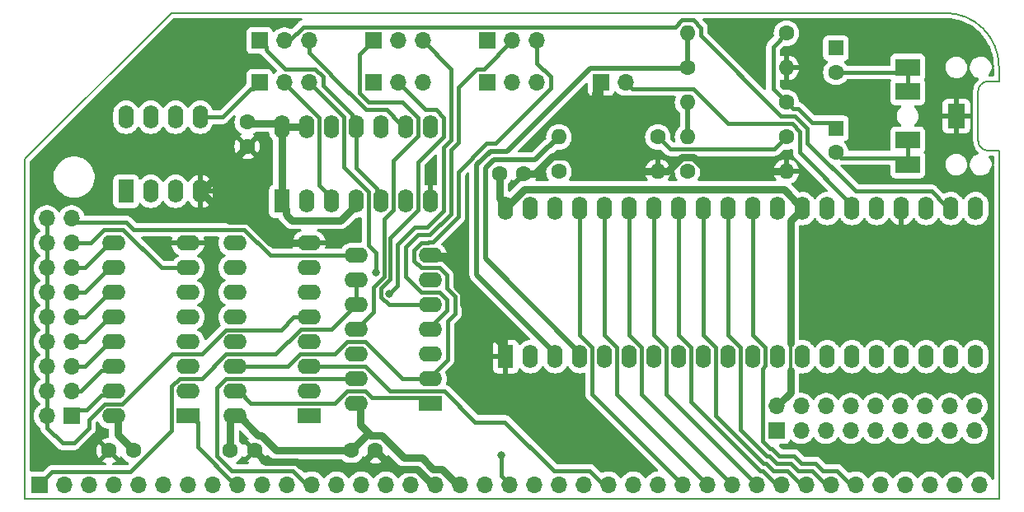
<source format=gbr>
G04 #@! TF.GenerationSoftware,KiCad,Pcbnew,(6.0.10)*
G04 #@! TF.CreationDate,2023-01-09T23:35:59+00:00*
G04 #@! TF.ProjectId,rc2014-ym2149,72633230-3134-42d7-996d-323134392e6b,6.2-pre*
G04 #@! TF.SameCoordinates,Original*
G04 #@! TF.FileFunction,Copper,L2,Bot*
G04 #@! TF.FilePolarity,Positive*
%FSLAX46Y46*%
G04 Gerber Fmt 4.6, Leading zero omitted, Abs format (unit mm)*
G04 Created by KiCad (PCBNEW (6.0.10)) date 2023-01-09 23:35:59*
%MOMM*%
%LPD*%
G01*
G04 APERTURE LIST*
G04 #@! TA.AperFunction,Profile*
%ADD10C,0.150000*%
G04 #@! TD*
G04 #@! TA.AperFunction,ComponentPad*
%ADD11R,1.600000X2.400000*%
G04 #@! TD*
G04 #@! TA.AperFunction,ComponentPad*
%ADD12O,1.600000X2.400000*%
G04 #@! TD*
G04 #@! TA.AperFunction,ComponentPad*
%ADD13C,1.600000*%
G04 #@! TD*
G04 #@! TA.AperFunction,ComponentPad*
%ADD14R,1.600000X1.600000*%
G04 #@! TD*
G04 #@! TA.AperFunction,ComponentPad*
%ADD15R,1.700000X1.700000*%
G04 #@! TD*
G04 #@! TA.AperFunction,ComponentPad*
%ADD16O,1.700000X1.700000*%
G04 #@! TD*
G04 #@! TA.AperFunction,ComponentPad*
%ADD17R,2.400000X1.600000*%
G04 #@! TD*
G04 #@! TA.AperFunction,ComponentPad*
%ADD18O,2.400000X1.600000*%
G04 #@! TD*
G04 #@! TA.AperFunction,ComponentPad*
%ADD19O,1.600000X1.600000*%
G04 #@! TD*
G04 #@! TA.AperFunction,ComponentPad*
%ADD20R,2.500000X1.800000*%
G04 #@! TD*
G04 #@! TA.AperFunction,ComponentPad*
%ADD21R,1.800000X2.500000*%
G04 #@! TD*
G04 #@! TA.AperFunction,ViaPad*
%ADD22C,0.800000*%
G04 #@! TD*
G04 #@! TA.AperFunction,Conductor*
%ADD23C,0.762000*%
G04 #@! TD*
G04 #@! TA.AperFunction,Conductor*
%ADD24C,0.362000*%
G04 #@! TD*
G04 #@! TA.AperFunction,Conductor*
%ADD25C,0.381000*%
G04 #@! TD*
G04 #@! TA.AperFunction,Conductor*
%ADD26C,0.508000*%
G04 #@! TD*
G04 APERTURE END LIST*
D10*
X155000000Y-114500000D02*
X75500000Y-114500000D01*
X158369000Y-122555000D02*
X158369000Y-127635000D01*
X160500000Y-121539000D02*
X160500000Y-120000000D01*
X160500000Y-121539000D02*
X159385000Y-121539000D01*
X160500000Y-164500000D02*
X160500000Y-128651000D01*
X60500000Y-129500000D02*
X60500000Y-164500000D01*
X160500000Y-120000000D02*
G75*
G03*
X155000000Y-114500000I-5500000J0D01*
G01*
X158369000Y-127635000D02*
G75*
G03*
X159385000Y-128651000I1016000J0D01*
G01*
X60500000Y-129500000D02*
X75500000Y-114500000D01*
X159385000Y-121539000D02*
G75*
G03*
X158369000Y-122555000I0J-1016000D01*
G01*
X160500000Y-128651000D02*
X159385000Y-128651000D01*
X60500000Y-164500000D02*
X160500000Y-164500000D01*
D11*
X109855000Y-149860000D03*
D12*
X112395000Y-149860000D03*
X114935000Y-149860000D03*
X117475000Y-149860000D03*
X120015000Y-149860000D03*
X122555000Y-149860000D03*
X125095000Y-149860000D03*
X127635000Y-149860000D03*
X130175000Y-149860000D03*
X132715000Y-149860000D03*
X135255000Y-149860000D03*
X137795000Y-149860000D03*
X140335000Y-149860000D03*
X142875000Y-149860000D03*
X145415000Y-149860000D03*
X147955000Y-149860000D03*
X150495000Y-149860000D03*
X153035000Y-149860000D03*
X155575000Y-149860000D03*
X158115000Y-149860000D03*
X158115000Y-134620000D03*
X155575000Y-134620000D03*
X153035000Y-134620000D03*
X150495000Y-134620000D03*
X147955000Y-134620000D03*
X145415000Y-134620000D03*
X142875000Y-134620000D03*
X140335000Y-134620000D03*
X137795000Y-134620000D03*
X135255000Y-134620000D03*
X132715000Y-134620000D03*
X130175000Y-134620000D03*
X127635000Y-134620000D03*
X125095000Y-134620000D03*
X122555000Y-134620000D03*
X120015000Y-134620000D03*
X117475000Y-134620000D03*
X114935000Y-134620000D03*
X112395000Y-134620000D03*
X109855000Y-134620000D03*
D13*
X93980000Y-159512000D03*
X96480000Y-159512000D03*
X81574000Y-159512000D03*
X84074000Y-159512000D03*
X83312000Y-125730000D03*
X83312000Y-128230000D03*
X71628000Y-159512000D03*
X69128000Y-159512000D03*
X109220000Y-131064000D03*
X111720000Y-131064000D03*
D14*
X143764000Y-118110000D03*
D13*
X143764000Y-120610000D03*
D14*
X143764000Y-126365000D03*
D13*
X143764000Y-128865000D03*
D15*
X137668000Y-157480000D03*
D16*
X137668000Y-154940000D03*
X140208000Y-157480000D03*
X140208000Y-154940000D03*
X142748000Y-157480000D03*
X142748000Y-154940000D03*
X145288000Y-157480000D03*
X145288000Y-154940000D03*
X147828000Y-157480000D03*
X147828000Y-154940000D03*
X150368000Y-157480000D03*
X150368000Y-154940000D03*
X152908000Y-157480000D03*
X152908000Y-154940000D03*
X155448000Y-157480000D03*
X155448000Y-154940000D03*
X157988000Y-157480000D03*
X157988000Y-154940000D03*
D15*
X107950000Y-121666000D03*
D16*
X110490000Y-121666000D03*
X113030000Y-121666000D03*
D15*
X107950000Y-117348000D03*
D16*
X110490000Y-117348000D03*
X113030000Y-117348000D03*
D15*
X96266000Y-121666000D03*
D16*
X98806000Y-121666000D03*
X101346000Y-121666000D03*
D15*
X96266000Y-117348000D03*
D16*
X98806000Y-117348000D03*
X101346000Y-117348000D03*
D15*
X84582000Y-121666000D03*
D16*
X87122000Y-121666000D03*
X89662000Y-121666000D03*
D17*
X77216000Y-155956000D03*
D18*
X77216000Y-153416000D03*
X77216000Y-150876000D03*
X77216000Y-148336000D03*
X77216000Y-145796000D03*
X77216000Y-143256000D03*
X77216000Y-140716000D03*
X77216000Y-138176000D03*
X69596000Y-138176000D03*
X69596000Y-140716000D03*
X69596000Y-143256000D03*
X69596000Y-145796000D03*
X69596000Y-148336000D03*
X69596000Y-150876000D03*
X69596000Y-153416000D03*
X69596000Y-155956000D03*
D17*
X89662000Y-155956000D03*
D18*
X89662000Y-153416000D03*
X89662000Y-150876000D03*
X89662000Y-148336000D03*
X89662000Y-145796000D03*
X89662000Y-143256000D03*
X89662000Y-140716000D03*
X89662000Y-138176000D03*
X82042000Y-138176000D03*
X82042000Y-140716000D03*
X82042000Y-143256000D03*
X82042000Y-145796000D03*
X82042000Y-148336000D03*
X82042000Y-150876000D03*
X82042000Y-153416000D03*
X82042000Y-155956000D03*
D17*
X102108000Y-154686000D03*
D18*
X102108000Y-152146000D03*
X102108000Y-149606000D03*
X102108000Y-147066000D03*
X102108000Y-144526000D03*
X102108000Y-141986000D03*
X102108000Y-139446000D03*
X94488000Y-139446000D03*
X94488000Y-141986000D03*
X94488000Y-144526000D03*
X94488000Y-147066000D03*
X94488000Y-149606000D03*
X94488000Y-152146000D03*
X94488000Y-154686000D03*
D11*
X86868000Y-133858000D03*
D12*
X89408000Y-133858000D03*
X91948000Y-133858000D03*
X94488000Y-133858000D03*
X97028000Y-133858000D03*
X99568000Y-133858000D03*
X102108000Y-133858000D03*
X102108000Y-126238000D03*
X99568000Y-126238000D03*
X97028000Y-126238000D03*
X94488000Y-126238000D03*
X91948000Y-126238000D03*
X89408000Y-126238000D03*
X86868000Y-126238000D03*
D13*
X138684000Y-116586000D03*
D19*
X128524000Y-116586000D03*
D13*
X128524000Y-120142000D03*
D19*
X138684000Y-120142000D03*
D13*
X128524000Y-130810000D03*
D19*
X138684000Y-130810000D03*
D13*
X138684000Y-127254000D03*
D19*
X128524000Y-127254000D03*
D13*
X138684000Y-123698000D03*
D19*
X128524000Y-123698000D03*
D13*
X115316000Y-130810000D03*
D19*
X125476000Y-130810000D03*
D13*
X125476000Y-127254000D03*
D19*
X115316000Y-127254000D03*
D20*
X151130000Y-130095000D03*
X151130000Y-127595000D03*
D21*
X156130000Y-125095000D03*
D20*
X151130000Y-120095000D03*
X151130000Y-122595000D03*
D15*
X84582000Y-117348000D03*
D16*
X87122000Y-117348000D03*
X89662000Y-117348000D03*
D15*
X65278000Y-155956000D03*
D16*
X62738000Y-155956000D03*
X65278000Y-153416000D03*
X62738000Y-153416000D03*
X65278000Y-150876000D03*
X62738000Y-150876000D03*
X65278000Y-148336000D03*
X62738000Y-148336000D03*
X65278000Y-145796000D03*
X62738000Y-145796000D03*
X65278000Y-143256000D03*
X62738000Y-143256000D03*
X65278000Y-140716000D03*
X62738000Y-140716000D03*
X65278000Y-138176000D03*
X62738000Y-138176000D03*
X65278000Y-135636000D03*
X62738000Y-135636000D03*
D15*
X119634000Y-121666000D03*
D16*
X122174000Y-121666000D03*
D11*
X70866000Y-132842000D03*
D12*
X73406000Y-132842000D03*
X75946000Y-132842000D03*
X78486000Y-132842000D03*
X78486000Y-125222000D03*
X75946000Y-125222000D03*
X73406000Y-125222000D03*
X70866000Y-125222000D03*
D15*
X62000000Y-163000000D03*
D16*
X64540000Y-163000000D03*
X67080000Y-163000000D03*
X69620000Y-163000000D03*
X72160000Y-163000000D03*
X74700000Y-163000000D03*
X77240000Y-163000000D03*
X79780000Y-163000000D03*
X82320000Y-163000000D03*
X84860000Y-163000000D03*
X87400000Y-163000000D03*
X89940000Y-163000000D03*
X92480000Y-163000000D03*
X95020000Y-163000000D03*
X97560000Y-163000000D03*
X100100000Y-163000000D03*
X102640000Y-163000000D03*
X105180000Y-163000000D03*
X107720000Y-163000000D03*
X110260000Y-163000000D03*
X112800000Y-163000000D03*
X115340000Y-163000000D03*
X117880000Y-163000000D03*
X120420000Y-163000000D03*
X122960000Y-163000000D03*
X125500000Y-163000000D03*
X128040000Y-163000000D03*
X130580000Y-163000000D03*
X133120000Y-163000000D03*
X135660000Y-163000000D03*
X138200000Y-163000000D03*
X140740000Y-163000000D03*
X143280000Y-163000000D03*
X145820000Y-163000000D03*
X148360000Y-163000000D03*
X150900000Y-163000000D03*
X153440000Y-163000000D03*
X155980000Y-163000000D03*
X158520000Y-163000000D03*
D22*
X96520000Y-141226799D03*
X97893351Y-143383000D03*
X109392300Y-159972300D03*
D23*
X111748000Y-132657900D02*
X138442000Y-132657900D01*
X110185900Y-134220000D02*
X109855000Y-134220000D01*
X86868000Y-126638000D02*
X86868000Y-132658000D01*
X140335000Y-134620000D02*
X140335000Y-134220000D01*
X94888000Y-154686000D02*
X94488000Y-154686000D01*
D24*
X139090490Y-148437510D02*
X139090490Y-151231510D01*
D23*
X104919900Y-163000000D02*
X103307800Y-161387900D01*
X89408000Y-126238000D02*
X86868000Y-126238000D01*
X86868000Y-133039000D02*
X86868000Y-133858000D01*
X111748000Y-132657900D02*
X110185900Y-134220000D01*
X140335000Y-134220000D02*
X140004100Y-134220000D01*
X139090490Y-135864510D02*
X139090490Y-148056510D01*
X87891300Y-135820100D02*
X92595000Y-135820100D01*
X94888000Y-156861000D02*
X94888000Y-154686000D01*
X86868000Y-132658000D02*
X86868000Y-133039000D01*
X81642000Y-155956000D02*
X82042000Y-155956000D01*
X87287000Y-134677000D02*
X87287000Y-135058000D01*
X81574000Y-159512000D02*
X81574000Y-156024000D01*
X139090490Y-153517510D02*
X137668000Y-154940000D01*
X88856900Y-159482700D02*
X88886200Y-159512000D01*
X92595000Y-135820100D02*
X92925900Y-135820100D01*
X109855000Y-134220000D02*
X109220000Y-133585000D01*
X69996000Y-155956000D02*
X69996000Y-157880000D01*
X95976900Y-157949900D02*
X95738000Y-157711000D01*
X86868000Y-133858000D02*
X87287000Y-134677000D01*
X69996000Y-157880000D02*
X71628000Y-159512000D01*
X93980000Y-159512000D02*
X93980000Y-159469000D01*
X69596000Y-155956000D02*
X69996000Y-155956000D01*
X82442000Y-155956000D02*
X84435900Y-157949900D01*
X140004100Y-134220000D02*
X138442000Y-132657900D01*
X87287000Y-135215800D02*
X87510200Y-135439000D01*
X101241200Y-160244800D02*
X99421900Y-160244800D01*
X105180000Y-163000000D02*
X104919900Y-163000000D01*
X86868000Y-126238000D02*
X86868000Y-126638000D01*
X109855000Y-134620000D02*
X109855000Y-134220000D01*
X83420000Y-125838000D02*
X86868000Y-125838000D01*
X94488000Y-134258000D02*
X94488000Y-133858000D01*
X92925900Y-135820100D02*
X94488000Y-134258000D01*
X87510200Y-135439000D02*
X87891300Y-135820100D01*
X95738000Y-157711000D02*
X94888000Y-156861000D01*
X99421900Y-160244800D02*
X97127000Y-157949900D01*
X103307800Y-161387900D02*
X102384300Y-161387900D01*
X139090490Y-151231510D02*
X139090490Y-153517510D01*
X81574000Y-156024000D02*
X81642000Y-155956000D01*
X83312000Y-125730000D02*
X83420000Y-125838000D01*
X82042000Y-155956000D02*
X82442000Y-155956000D01*
X93980000Y-159469000D02*
X95738000Y-157711000D01*
X86253800Y-159482700D02*
X88856900Y-159482700D01*
X86868000Y-125838000D02*
X86868000Y-126238000D01*
X109220000Y-133585000D02*
X109220000Y-131064000D01*
X84435900Y-157949900D02*
X84721000Y-157949900D01*
X84721000Y-157949900D02*
X86253800Y-159482700D01*
X140335000Y-134620000D02*
X139090490Y-135864510D01*
X139090490Y-148056510D02*
X139090490Y-148437510D01*
X102384300Y-161387900D02*
X101241200Y-160244800D01*
X97127000Y-157949900D02*
X95976900Y-157949900D01*
X87287000Y-135058000D02*
X87287000Y-135215800D01*
X88886200Y-159512000D02*
X93980000Y-159512000D01*
X83404700Y-135851800D02*
X83108300Y-135851800D01*
X119165000Y-122135000D02*
X119165000Y-122516000D01*
X93333000Y-161074100D02*
X94627000Y-161074100D01*
X109436000Y-149041000D02*
X109855000Y-149860000D01*
X112852900Y-131064000D02*
X111720000Y-131064000D01*
X119165000Y-122516000D02*
X119165000Y-122673800D01*
X109436000Y-148502200D02*
X109436000Y-148660000D01*
X78700000Y-132842000D02*
X83312000Y-128230000D01*
X119165000Y-122673800D02*
X119082000Y-122756800D01*
X102508000Y-139446000D02*
X102723800Y-139661800D01*
X89262000Y-138176000D02*
X85728900Y-138176000D01*
X130577400Y-130810000D02*
X138684000Y-130810000D01*
X104832200Y-141023300D02*
X104832200Y-142665100D01*
X94917900Y-161074100D02*
X96480000Y-159512000D01*
X104832200Y-142665100D02*
X105467300Y-143300200D01*
X85187800Y-160625800D02*
X88383400Y-160625800D01*
X102379900Y-163000000D02*
X100767800Y-161387900D01*
X103470700Y-139661800D02*
X104832200Y-141023300D01*
X116791400Y-129247900D02*
X114669000Y-129247900D01*
X125476000Y-130810000D02*
X122934700Y-130810000D01*
X83108300Y-135851800D02*
X81495800Y-135851800D01*
X105467300Y-144533500D02*
X109436000Y-148502200D01*
X102723800Y-139661800D02*
X103470700Y-139661800D01*
X119082000Y-126957300D02*
X116791400Y-129247900D01*
X109436000Y-148660000D02*
X109436000Y-149041000D01*
X94627000Y-161074100D02*
X94917900Y-161074100D01*
X88383400Y-160625800D02*
X88831700Y-161074100D01*
X88831700Y-161074100D02*
X93333000Y-161074100D01*
X89662000Y-138176000D02*
X89262000Y-138176000D01*
X84074000Y-159512000D02*
X85187800Y-160625800D01*
X129125400Y-129358000D02*
X130577400Y-130810000D01*
X100767800Y-161387900D02*
X98355900Y-161387900D01*
X105467300Y-143300200D02*
X105467300Y-144533500D01*
X119082000Y-122756800D02*
X119082000Y-126957300D01*
X102108000Y-139446000D02*
X102508000Y-139446000D01*
X122934700Y-130810000D02*
X119082000Y-126957300D01*
X78486000Y-132842000D02*
X78700000Y-132842000D01*
X81495800Y-135851800D02*
X78486000Y-132842000D01*
X85728900Y-138176000D02*
X83404700Y-135851800D01*
X127922600Y-129358000D02*
X129125400Y-129358000D01*
X98355900Y-161387900D02*
X96480000Y-159512000D01*
X126470600Y-130810000D02*
X127922600Y-129358000D01*
X102640000Y-163000000D02*
X102379900Y-163000000D01*
X114669000Y-129247900D02*
X112852900Y-131064000D01*
X125476000Y-130810000D02*
X126470600Y-130810000D01*
X119634000Y-121666000D02*
X119165000Y-122135000D01*
D25*
X76351488Y-152120510D02*
X78637488Y-152120510D01*
X63294501Y-161705499D02*
X71276363Y-161705499D01*
X86231998Y-149606000D02*
X88797488Y-147040510D01*
X71276363Y-161705499D02*
X75571490Y-157410372D01*
X75571490Y-157410372D02*
X75571490Y-152900508D01*
X62000000Y-163000000D02*
X63294501Y-161705499D01*
X81151998Y-149606000D02*
X86231998Y-149606000D01*
X91973490Y-147040510D02*
X94488000Y-144526000D01*
X94488000Y-144526000D02*
X94488000Y-141986000D01*
X75571490Y-152900508D02*
X76351488Y-152120510D01*
X78637488Y-152120510D02*
X81151998Y-149606000D01*
X88797488Y-147040510D02*
X91973490Y-147040510D01*
X118745000Y-148933900D02*
X117475000Y-147663900D01*
X118745000Y-153705000D02*
X118745000Y-148933900D01*
X128040000Y-163000000D02*
X118745000Y-153705000D01*
X117475000Y-135020000D02*
X117475000Y-134620000D01*
X117475000Y-147663900D02*
X117475000Y-135020000D01*
X120015000Y-147663900D02*
X120015000Y-135020000D01*
X121285000Y-153705000D02*
X121285000Y-148933900D01*
X130580000Y-163000000D02*
X121285000Y-153705000D01*
X121285000Y-148933900D02*
X120015000Y-147663900D01*
X120015000Y-135020000D02*
X120015000Y-134620000D01*
X123825000Y-153705000D02*
X123825000Y-148933900D01*
X123825000Y-148933900D02*
X122555000Y-147663900D01*
X122555000Y-147663900D02*
X122555000Y-135020000D01*
X122555000Y-135020000D02*
X122555000Y-134620000D01*
X133120000Y-163000000D02*
X123825000Y-153705000D01*
X126365000Y-148933900D02*
X125095000Y-147663900D01*
X126365000Y-153705000D02*
X126365000Y-148933900D01*
X125095000Y-147663900D02*
X125095000Y-135020000D01*
X125095000Y-135020000D02*
X125095000Y-134620000D01*
X135660000Y-163000000D02*
X126365000Y-153705000D01*
X138200000Y-163000000D02*
X137670400Y-163000000D01*
X128905000Y-154458700D02*
X136024700Y-161578400D01*
X136248800Y-161578400D02*
X136024700Y-161578400D01*
X128905000Y-148933900D02*
X127635000Y-147663900D01*
X128905000Y-154458700D02*
X128905000Y-148933900D01*
X127635000Y-135020000D02*
X127635000Y-134620000D01*
X127635000Y-147663900D02*
X127635000Y-135020000D01*
X137670400Y-163000000D02*
X136248800Y-161578400D01*
X137326600Y-161578400D02*
X136564500Y-160816300D01*
X136564500Y-160816300D02*
X136340400Y-160816300D01*
X131445000Y-155920900D02*
X131445000Y-148933900D01*
X131445000Y-155920900D02*
X136340400Y-160816300D01*
X140210400Y-163000000D02*
X138788800Y-161578400D01*
X140740000Y-163000000D02*
X140210400Y-163000000D01*
X130175000Y-135020000D02*
X130175000Y-134620000D01*
X138788800Y-161578400D02*
X137326600Y-161578400D01*
X130175000Y-147663900D02*
X130175000Y-135020000D01*
X131445000Y-148933900D02*
X130175000Y-147663900D01*
X133985000Y-157383100D02*
X136656100Y-160054200D01*
X136880200Y-160054200D02*
X136656100Y-160054200D01*
X139104500Y-160816300D02*
X137642300Y-160816300D01*
X132715000Y-135020000D02*
X132715000Y-134620000D01*
X141328800Y-161578400D02*
X139866600Y-161578400D01*
X139866600Y-161578400D02*
X139104500Y-160816300D01*
X137642300Y-160816300D02*
X136880200Y-160054200D01*
X142750400Y-163000000D02*
X141328800Y-161578400D01*
X133985000Y-157383100D02*
X133985000Y-148933900D01*
X143280000Y-163000000D02*
X142750400Y-163000000D01*
X133985000Y-148933900D02*
X132715000Y-147663900D01*
X132715000Y-147663900D02*
X132715000Y-135020000D01*
X145290400Y-163000000D02*
X143868800Y-161578400D01*
X139420200Y-160054200D02*
X137958000Y-160054200D01*
X136246400Y-158566800D02*
X136246400Y-151064700D01*
X145820000Y-163000000D02*
X145290400Y-163000000D01*
X135255000Y-147663900D02*
X135255000Y-135020000D01*
X135255000Y-135020000D02*
X135255000Y-134620000D01*
X136525000Y-150786100D02*
X136525000Y-148933900D01*
X136246400Y-158566800D02*
X136971700Y-159292100D01*
X137958000Y-160054200D02*
X137195900Y-159292100D01*
X141644500Y-160816300D02*
X140182300Y-160816300D01*
X137195900Y-159292100D02*
X136971700Y-159292100D01*
X143868800Y-161578400D02*
X142406600Y-161578400D01*
X140182300Y-160816300D02*
X139420200Y-160054200D01*
X142406600Y-161578400D02*
X141644500Y-160816300D01*
X136246400Y-151064700D02*
X136525000Y-150786100D01*
X136525000Y-148933900D02*
X135255000Y-147663900D01*
D26*
X117475000Y-149860000D02*
X117475000Y-149460000D01*
X117475000Y-149460000D02*
X107784900Y-139769900D01*
X108625600Y-129628900D02*
X112851000Y-129628900D01*
X114338200Y-128231800D02*
X115316000Y-127254000D01*
X114248100Y-128231800D02*
X114338200Y-128231800D01*
X107784900Y-139769900D02*
X107784900Y-130469600D01*
X107784900Y-130469600D02*
X108625600Y-129628900D01*
X112851000Y-129628900D02*
X114248100Y-128231800D01*
X118520900Y-120180900D02*
X128485100Y-120180900D01*
X106895800Y-141420800D02*
X106895800Y-130101300D01*
X114935000Y-149860000D02*
X114935000Y-149460000D01*
X114935000Y-149460000D02*
X106895800Y-141420800D01*
X106895800Y-130101300D02*
X108257300Y-128739800D01*
X128485100Y-120180900D02*
X128524000Y-120142000D01*
X128524000Y-120142000D02*
X128524000Y-116586000D01*
X109962000Y-128739800D02*
X118520900Y-120180900D01*
X108257300Y-128739800D02*
X109962000Y-128739800D01*
D25*
X78486000Y-125222000D02*
X80756600Y-125222000D01*
X83653100Y-122325500D02*
X83732000Y-122325500D01*
X80756600Y-125222000D02*
X83653100Y-122325500D01*
X83732000Y-122325500D02*
X83922500Y-122325500D01*
X83922500Y-122325500D02*
X84582000Y-121666000D01*
X87122000Y-121755900D02*
X87122000Y-121666000D01*
X91948000Y-133858000D02*
X91948000Y-133458000D01*
X90678000Y-125311900D02*
X87122000Y-121755900D01*
X91948000Y-133458000D02*
X90678000Y-132188000D01*
X90678000Y-132188000D02*
X90678000Y-125311900D01*
X96520000Y-139138300D02*
X96520000Y-141226799D01*
X95758000Y-132931900D02*
X95758000Y-138376300D01*
X93218000Y-130391900D02*
X95758000Y-132931900D01*
X93218000Y-125222000D02*
X93218000Y-130391900D01*
X89662000Y-121666000D02*
X93218000Y-125222000D01*
X95758000Y-138376300D02*
X96520000Y-139138300D01*
D26*
X128524000Y-123698000D02*
X128524000Y-127254000D01*
D25*
X81115900Y-152146000D02*
X94088000Y-152146000D01*
X103479600Y-134826100D02*
X101755500Y-136550200D01*
X80202400Y-160080100D02*
X81700700Y-161578400D01*
X81700700Y-161578400D02*
X87988800Y-161578400D01*
X103479600Y-128283900D02*
X103479600Y-134826100D01*
X101346000Y-117348000D02*
X104241700Y-120243700D01*
X104241700Y-127521800D02*
X103479600Y-128283900D01*
X100508500Y-136550200D02*
X98717300Y-138341400D01*
X98717300Y-142559051D02*
X97893351Y-143383000D01*
X80202400Y-153059500D02*
X81115900Y-152146000D01*
X89410400Y-163000000D02*
X87988800Y-161578400D01*
X98717300Y-138341400D02*
X98717300Y-142559051D01*
X101755500Y-136550200D02*
X100508500Y-136550200D01*
X89940000Y-163000000D02*
X89410400Y-163000000D01*
X80202400Y-160080100D02*
X80202400Y-153059500D01*
X104241700Y-120243700D02*
X104241700Y-127521800D01*
X94088000Y-152146000D02*
X94488000Y-152146000D01*
X78225500Y-159181000D02*
X82044500Y-163000000D01*
X78225500Y-159181000D02*
X78225500Y-156756000D01*
X78225500Y-156756000D02*
X78225500Y-156565500D01*
X82320000Y-163000000D02*
X82044500Y-163000000D01*
X78225500Y-156565500D02*
X77216000Y-155956000D01*
X126737500Y-128515500D02*
X137422500Y-128515500D01*
X137422500Y-128515500D02*
X138684000Y-127254000D01*
X125476000Y-127254000D02*
X126737500Y-128515500D01*
X151130000Y-121885500D02*
X151130000Y-121695000D01*
X151130000Y-121695000D02*
X151130000Y-120995000D01*
X151130000Y-122595000D02*
X151130000Y-121885500D01*
X149880000Y-120610000D02*
X143764000Y-120610000D01*
X151130000Y-120995000D02*
X151130000Y-120804500D01*
X150070500Y-120610000D02*
X149880000Y-120610000D01*
X151130000Y-120804500D02*
X151130000Y-120095000D01*
X151130000Y-120095000D02*
X150070500Y-120610000D01*
X137312400Y-122326400D02*
X138684000Y-123698000D01*
X138684000Y-116586000D02*
X137312400Y-117957600D01*
X137312400Y-117957600D02*
X137312400Y-122326400D01*
X142964000Y-125755500D02*
X141280800Y-125755500D01*
X139883500Y-124358200D02*
X139344200Y-124358200D01*
X143154500Y-125755500D02*
X142964000Y-125755500D01*
X139344200Y-124358200D02*
X138684000Y-123698000D01*
X143764000Y-126365000D02*
X143154500Y-125755500D01*
X141280800Y-125755500D02*
X139883500Y-124358200D01*
X150070500Y-129385500D02*
X149880000Y-129385500D01*
X151130000Y-127595000D02*
X151130000Y-128304500D01*
X144284500Y-129385500D02*
X143764000Y-128865000D01*
X149880000Y-129385500D02*
X144284500Y-129385500D01*
X151130000Y-128495000D02*
X151130000Y-129195000D01*
X151130000Y-128304500D02*
X151130000Y-128495000D01*
X151130000Y-129195000D02*
X151130000Y-129385500D01*
X151130000Y-129385500D02*
X151130000Y-130095000D01*
X151130000Y-130095000D02*
X150070500Y-129385500D01*
X102071200Y-137312300D02*
X104241700Y-135141800D01*
X105003800Y-122103800D02*
X106863200Y-120244400D01*
X101181900Y-143256000D02*
X103034100Y-143256000D01*
X104241700Y-128599600D02*
X105003800Y-127837500D01*
X107593600Y-120244400D02*
X110490000Y-117348000D01*
X102508000Y-147066000D02*
X102508000Y-146322100D01*
X99574300Y-138562200D02*
X100824200Y-137312300D01*
X105003800Y-127837500D02*
X105003800Y-122103800D01*
X99574300Y-141648400D02*
X101181900Y-143256000D01*
X100824200Y-137312300D02*
X102071200Y-137312300D01*
X104241700Y-135141800D02*
X104241700Y-128599600D01*
X102108000Y-147066000D02*
X102508000Y-147066000D01*
X107053700Y-120244400D02*
X107593600Y-120244400D01*
X103778000Y-143999900D02*
X103034100Y-143256000D01*
X99574300Y-141648400D02*
X99574300Y-138562200D01*
X102508000Y-146322100D02*
X103778000Y-145052100D01*
X106863200Y-120244400D02*
X107053700Y-120244400D01*
X103778000Y-145052100D02*
X103778000Y-143999900D01*
X97364001Y-141576397D02*
X97364001Y-135718099D01*
X97364001Y-135718099D02*
X98298000Y-134784100D01*
X98298000Y-134784100D02*
X98298000Y-129704100D01*
X96258900Y-142681498D02*
X97364001Y-141576397D01*
X100838000Y-127164100D02*
X100838000Y-125311900D01*
X98298000Y-129704100D02*
X100838000Y-127164100D01*
X95795900Y-123704300D02*
X94844400Y-122752800D01*
X94488000Y-147066000D02*
X96258900Y-145295100D01*
X94844400Y-118769600D02*
X96266000Y-117348000D01*
X96258900Y-145295100D02*
X96258900Y-142681498D01*
X99230400Y-123704300D02*
X95795900Y-123704300D01*
X94844400Y-122752800D02*
X94844400Y-118769600D01*
X100838000Y-125311900D02*
X99230400Y-123704300D01*
X122174000Y-121666000D02*
X122834400Y-122326400D01*
X145415000Y-134220000D02*
X145415000Y-134620000D01*
X129092100Y-122326400D02*
X132648100Y-125882400D01*
X122834400Y-122326400D02*
X129092100Y-122326400D01*
X140055600Y-126685900D02*
X140055600Y-128860600D01*
X139252100Y-125882400D02*
X140055600Y-126685900D01*
X140055600Y-128860600D02*
X145415000Y-134220000D01*
X132648100Y-125882400D02*
X139252100Y-125882400D01*
X90588100Y-154686000D02*
X90627700Y-154686000D01*
X90627700Y-154686000D02*
X90655700Y-154658000D01*
X93561900Y-153416000D02*
X95414100Y-153416000D01*
X92319900Y-154658000D02*
X93561900Y-153416000D01*
X88696300Y-154686000D02*
X90588100Y-154686000D01*
X82442000Y-153416000D02*
X83684000Y-154658000D01*
X100908000Y-154076500D02*
X101098500Y-154076500D01*
X82042000Y-153416000D02*
X82442000Y-153416000D01*
X83684000Y-154658000D02*
X88668300Y-154658000D01*
X96074600Y-154076500D02*
X100908000Y-154076500D01*
X90655700Y-154658000D02*
X92319900Y-154658000D01*
X95414100Y-153416000D02*
X96074600Y-154076500D01*
X101098500Y-154076500D02*
X102108000Y-154686000D01*
X88668300Y-154658000D02*
X88696300Y-154686000D01*
X114451600Y-121077200D02*
X113030000Y-119655600D01*
X105003800Y-130825700D02*
X107915300Y-127914200D01*
X92291900Y-149606000D02*
X93561900Y-148336000D01*
X100438000Y-138919900D02*
X101181900Y-138176000D01*
X101838300Y-138176000D02*
X101939900Y-138074400D01*
X101181900Y-138176000D02*
X101838300Y-138176000D01*
X103778000Y-142778500D02*
X103778000Y-141459900D01*
X101708000Y-152146000D02*
X102108000Y-152146000D01*
X105003800Y-135457500D02*
X105003800Y-130825700D01*
X100438000Y-139972100D02*
X100438000Y-138919900D01*
X101181900Y-140716000D02*
X100438000Y-139972100D01*
X108792200Y-127914200D02*
X114451600Y-122254800D01*
X88735900Y-149606000D02*
X92291900Y-149606000D01*
X95414100Y-148336000D02*
X99224100Y-152146000D01*
X104641700Y-143642200D02*
X103778000Y-142778500D01*
X99224100Y-152146000D02*
X101708000Y-152146000D01*
X93561900Y-148336000D02*
X95414100Y-148336000D01*
X103778000Y-141459900D02*
X103034100Y-140716000D01*
X102108000Y-152146000D02*
X102508000Y-152146000D01*
X104641700Y-145409800D02*
X104641700Y-143642200D01*
X82442000Y-150876000D02*
X87465900Y-150876000D01*
X101181900Y-140716000D02*
X103034100Y-140716000D01*
X103879600Y-150174100D02*
X103879600Y-146171900D01*
X102386900Y-138074400D02*
X105003800Y-135457500D01*
X113030000Y-119655600D02*
X113030000Y-117348000D01*
X82042000Y-150876000D02*
X82442000Y-150876000D01*
X102508000Y-152146000D02*
X102508000Y-151545700D01*
X102508000Y-151545700D02*
X103879600Y-150174100D01*
X101939900Y-138074400D02*
X102386900Y-138074400D01*
X103879600Y-146171900D02*
X104641700Y-145409800D01*
X114451600Y-122254800D02*
X114451600Y-121077200D01*
X107915300Y-127914200D02*
X108792200Y-127914200D01*
X87465900Y-150876000D02*
X88735900Y-149606000D01*
X102676100Y-124466400D02*
X101606400Y-124466400D01*
X100838000Y-129847700D02*
X103479600Y-127206100D01*
X97998512Y-141839220D02*
X97998512Y-137623588D01*
X97006100Y-142831632D02*
X97998512Y-141839220D01*
X97006100Y-143689348D02*
X97006100Y-142831632D01*
X102108000Y-144526000D02*
X97842752Y-144526000D01*
X100838000Y-134784100D02*
X100838000Y-129847700D01*
X97842752Y-144526000D02*
X97006100Y-143689348D01*
X101606400Y-124466400D02*
X98806000Y-121666000D01*
X103479600Y-127206100D02*
X103479600Y-125269900D01*
X97998512Y-137623588D02*
X100838000Y-134784100D01*
X103479600Y-125269900D02*
X102676100Y-124466400D01*
X67056000Y-156335998D02*
X67056000Y-157226000D01*
X81126508Y-147091490D02*
X78637488Y-149580510D01*
X70460512Y-154711490D02*
X68680508Y-154711490D01*
X62738000Y-140716000D02*
X62738000Y-143256000D01*
X62738000Y-135636000D02*
X62738000Y-138176000D01*
X62738000Y-143256000D02*
X62738000Y-145796000D01*
X75591492Y-149580510D02*
X70460512Y-154711490D01*
X62738000Y-155956000D02*
X62738000Y-153416000D01*
X62738000Y-138176000D02*
X62738000Y-140716000D01*
X67056000Y-157226000D02*
X65532000Y-158750000D01*
X88081000Y-145796000D02*
X86785510Y-147091490D01*
X65532000Y-158750000D02*
X64329919Y-158750000D01*
X89662000Y-145796000D02*
X88081000Y-145796000D01*
X62738000Y-148336000D02*
X62738000Y-145796000D01*
X62738000Y-150876000D02*
X62738000Y-148336000D01*
X86785510Y-147091490D02*
X81126508Y-147091490D01*
X62738000Y-157158081D02*
X62738000Y-155956000D01*
X62738000Y-153416000D02*
X62738000Y-150876000D01*
X78637488Y-149580510D02*
X75591492Y-149580510D01*
X64329919Y-158750000D02*
X62738000Y-157158081D01*
X68680508Y-154711490D02*
X67056000Y-156335998D01*
X110260000Y-163000000D02*
X109392300Y-162132300D01*
X109392300Y-162132300D02*
X109392300Y-159972300D01*
X101181900Y-153416000D02*
X103073700Y-153416000D01*
X90062000Y-150876000D02*
X95414100Y-150876000D01*
X109771100Y-156569700D02*
X106696000Y-156569700D01*
X101142300Y-153416000D02*
X101114300Y-153388000D01*
X97926100Y-153388000D02*
X95414100Y-150876000D01*
X120420000Y-163000000D02*
X119890400Y-163000000D01*
X101181900Y-153416000D02*
X101142300Y-153416000D01*
X114779800Y-161578400D02*
X109771100Y-156569700D01*
X119890400Y-163000000D02*
X118468800Y-161578400D01*
X114779800Y-161578400D02*
X118468800Y-161578400D01*
X103101700Y-153388000D02*
X103073700Y-153416000D01*
X106696000Y-156569700D02*
X103514300Y-153388000D01*
X101114300Y-153388000D02*
X97926100Y-153388000D01*
X90062000Y-150876000D02*
X89662000Y-150876000D01*
X103514300Y-153388000D02*
X103101700Y-153388000D01*
X97028000Y-133858000D02*
X97028000Y-133458000D01*
X94081700Y-125431700D02*
X94081700Y-124954200D01*
X94488000Y-126238000D02*
X94488000Y-125838000D01*
X96621700Y-132574200D02*
X94488000Y-130440500D01*
X94488000Y-126638000D02*
X94488000Y-126238000D01*
X96621700Y-133051700D02*
X96621700Y-132574200D01*
X87209000Y-120244400D02*
X85353100Y-118388500D01*
X97028000Y-133458000D02*
X96621700Y-133051700D01*
X94488000Y-125838000D02*
X94081700Y-125431700D01*
X85241500Y-118198000D02*
X85241500Y-118007500D01*
X85241500Y-118007500D02*
X84582000Y-117348000D01*
X91083600Y-121956100D02*
X91083600Y-121077200D01*
X91083600Y-121077200D02*
X90250800Y-120244400D01*
X85241500Y-118276900D02*
X85241500Y-118198000D01*
X87209000Y-120244400D02*
X90250800Y-120244400D01*
X94081700Y-124954200D02*
X91083600Y-121956100D01*
X85353100Y-118388500D02*
X85241500Y-118276900D01*
X94488000Y-130440500D02*
X94488000Y-126638000D01*
X153603100Y-132848400D02*
X154974700Y-134220000D01*
X129895600Y-116017900D02*
X129895600Y-116849300D01*
X96879200Y-115926400D02*
X108372700Y-115926400D01*
X138166600Y-125120300D02*
X139567800Y-125120300D01*
X140817700Y-126370200D02*
X140817700Y-127858400D01*
X108563200Y-115926400D02*
X127243900Y-115926400D01*
X89073200Y-115926400D02*
X96688700Y-115926400D01*
X129895600Y-116849300D02*
X138115900Y-125069600D01*
X96688700Y-115926400D02*
X96879200Y-115926400D01*
X140817700Y-127858400D02*
X145807700Y-132848400D01*
X145807700Y-132848400D02*
X153603100Y-132848400D01*
X127243900Y-115926400D02*
X127955900Y-115214400D01*
X155575000Y-134220000D02*
X155575000Y-134620000D01*
X138115900Y-125069600D02*
X138166600Y-125120300D01*
X139567800Y-125120300D02*
X140817700Y-126370200D01*
X127955900Y-115214400D02*
X129092100Y-115214400D01*
X87651600Y-117348000D02*
X89073200Y-115926400D01*
X129092100Y-115214400D02*
X129895600Y-116017900D01*
X87122000Y-117348000D02*
X87651600Y-117348000D01*
X108372700Y-115926400D02*
X108563200Y-115926400D01*
X154974700Y-134220000D02*
X155575000Y-134220000D01*
X68789700Y-153822300D02*
X69196000Y-153416000D01*
X68312200Y-153822300D02*
X68789700Y-153822300D01*
X66838000Y-155296500D02*
X68312200Y-153822300D01*
X66128000Y-155296500D02*
X66838000Y-155296500D01*
X69196000Y-153416000D02*
X69596000Y-153416000D01*
X65937500Y-155296500D02*
X66128000Y-155296500D01*
X65278000Y-155956000D02*
X65937500Y-155296500D01*
X68312200Y-151282300D02*
X68789700Y-151282300D01*
X65278000Y-153416000D02*
X66178500Y-153416000D01*
X69196000Y-150876000D02*
X69596000Y-150876000D01*
X68789700Y-151282300D02*
X69196000Y-150876000D01*
X66178500Y-153416000D02*
X68312200Y-151282300D01*
X66656000Y-150876000D02*
X69196000Y-148336000D01*
X69196000Y-148336000D02*
X69596000Y-148336000D01*
X65278000Y-150876000D02*
X66656000Y-150876000D01*
X66656000Y-148336000D02*
X69196000Y-145796000D01*
X65278000Y-148336000D02*
X66656000Y-148336000D01*
X69196000Y-145796000D02*
X69596000Y-145796000D01*
X66656000Y-145796000D02*
X69196000Y-143256000D01*
X69196000Y-143256000D02*
X69596000Y-143256000D01*
X65278000Y-145796000D02*
X66656000Y-145796000D01*
X69196000Y-140716000D02*
X69596000Y-140716000D01*
X66656000Y-143256000D02*
X69196000Y-140716000D01*
X65278000Y-143256000D02*
X66656000Y-143256000D01*
X66656000Y-140716000D02*
X69196000Y-138176000D01*
X65278000Y-140716000D02*
X66656000Y-140716000D01*
X69196000Y-138176000D02*
X69596000Y-138176000D01*
X68627900Y-136804400D02*
X70564100Y-136804400D01*
X65278000Y-138176000D02*
X67256300Y-138176000D01*
X70564100Y-136804400D02*
X74475700Y-140716000D01*
X74475700Y-140716000D02*
X76816000Y-140716000D01*
X76816000Y-140716000D02*
X77216000Y-140716000D01*
X67256300Y-138176000D02*
X68627900Y-136804400D01*
X83010100Y-136804400D02*
X85651700Y-139446000D01*
X65278000Y-135636000D02*
X65684300Y-136042300D01*
X65684300Y-136042300D02*
X70879800Y-136042300D01*
X71641900Y-136804400D02*
X83010100Y-136804400D01*
X94088000Y-139446000D02*
X94488000Y-139446000D01*
X85651700Y-139446000D02*
X94088000Y-139446000D01*
X70879800Y-136042300D02*
X71641900Y-136804400D01*
X91845700Y-120831800D02*
X95480300Y-124466400D01*
X99568000Y-126238000D02*
X99568000Y-125838000D01*
X97596100Y-124466400D02*
X95480300Y-124466400D01*
X91845700Y-120761500D02*
X89662000Y-118577800D01*
X98967700Y-125838000D02*
X97596100Y-124466400D01*
X99568000Y-125838000D02*
X98967700Y-125838000D01*
X89662000Y-118577800D02*
X89662000Y-117348000D01*
X91845700Y-120831800D02*
X91845700Y-120761500D01*
G04 #@! TA.AperFunction,Conductor*
G36*
X154970018Y-115010000D02*
G01*
X154984851Y-115012310D01*
X154984855Y-115012310D01*
X154993724Y-115013691D01*
X155014664Y-115010953D01*
X155036201Y-115009997D01*
X155208904Y-115017140D01*
X155406989Y-115025334D01*
X155417367Y-115026194D01*
X155666815Y-115057287D01*
X155816405Y-115075934D01*
X155826670Y-115077646D01*
X155931602Y-115099648D01*
X156220236Y-115160169D01*
X156230331Y-115162725D01*
X156412680Y-115217012D01*
X156615747Y-115277467D01*
X156625577Y-115280842D01*
X157000221Y-115427028D01*
X157009746Y-115431206D01*
X157321673Y-115583699D01*
X157371009Y-115607818D01*
X157380155Y-115612767D01*
X157725621Y-115818620D01*
X157734330Y-115824310D01*
X158061599Y-116057975D01*
X158069817Y-116064371D01*
X158376685Y-116324275D01*
X158384346Y-116331329D01*
X158668671Y-116615654D01*
X158675725Y-116623315D01*
X158935629Y-116930183D01*
X158942025Y-116938401D01*
X159175690Y-117265670D01*
X159181380Y-117274379D01*
X159387233Y-117619845D01*
X159392181Y-117628989D01*
X159564742Y-117981965D01*
X159568791Y-117990248D01*
X159572972Y-117999779D01*
X159711687Y-118355274D01*
X159719155Y-118374413D01*
X159722533Y-118384253D01*
X159772916Y-118553488D01*
X159837275Y-118769669D01*
X159839831Y-118779764D01*
X159922353Y-119173327D01*
X159924066Y-119183595D01*
X159938852Y-119302211D01*
X159973806Y-119582633D01*
X159974666Y-119593011D01*
X159981347Y-119754524D01*
X159989188Y-119944091D01*
X159989694Y-119956336D01*
X159988301Y-119980928D01*
X159986309Y-119993724D01*
X159987472Y-120002620D01*
X159966643Y-120070487D01*
X159947808Y-120086409D01*
X159960823Y-120094795D01*
X159990239Y-120159411D01*
X159991500Y-120177194D01*
X159991500Y-120904500D01*
X159971498Y-120972621D01*
X159917842Y-121019114D01*
X159865500Y-121030500D01*
X159562051Y-121030500D01*
X159493930Y-121010498D01*
X159447437Y-120956842D01*
X159437333Y-120886568D01*
X159466884Y-120821922D01*
X159536552Y-120741637D01*
X159539552Y-120736451D01*
X159539555Y-120736447D01*
X159639467Y-120563742D01*
X159642473Y-120558546D01*
X159711861Y-120358729D01*
X159713157Y-120349795D01*
X159740804Y-120159114D01*
X159770374Y-120094568D01*
X159775364Y-120091370D01*
X159740163Y-120035101D01*
X159735618Y-120006905D01*
X159733134Y-119953251D01*
X159732433Y-119938101D01*
X159693860Y-119778048D01*
X159684281Y-119738299D01*
X159684280Y-119738297D01*
X159682875Y-119732466D01*
X159678068Y-119721892D01*
X159604728Y-119560591D01*
X159595326Y-119539913D01*
X159498185Y-119402970D01*
X159476412Y-119372275D01*
X159476411Y-119372274D01*
X159472946Y-119367389D01*
X159320150Y-119221119D01*
X159142452Y-119106380D01*
X159079610Y-119081054D01*
X158951832Y-119029558D01*
X158951829Y-119029557D01*
X158946263Y-119027314D01*
X158738663Y-118986772D01*
X158733101Y-118986500D01*
X158577154Y-118986500D01*
X158419434Y-119001548D01*
X158216466Y-119061092D01*
X158211139Y-119063836D01*
X158211138Y-119063836D01*
X158033751Y-119155196D01*
X158033748Y-119155198D01*
X158028420Y-119157942D01*
X157862080Y-119288604D01*
X157858148Y-119293135D01*
X157858145Y-119293138D01*
X157754249Y-119412868D01*
X157723448Y-119448363D01*
X157720448Y-119453549D01*
X157720445Y-119453553D01*
X157645808Y-119582568D01*
X157617527Y-119631454D01*
X157548139Y-119831271D01*
X157547278Y-119837206D01*
X157547278Y-119837208D01*
X157521640Y-120014033D01*
X157517787Y-120040604D01*
X157527567Y-120251899D01*
X157528971Y-120257724D01*
X157528971Y-120257725D01*
X157574673Y-120447358D01*
X157577125Y-120457534D01*
X157579607Y-120462992D01*
X157579608Y-120462996D01*
X157623053Y-120558546D01*
X157664674Y-120650087D01*
X157736241Y-120750978D01*
X157776788Y-120808138D01*
X157787054Y-120822611D01*
X157803774Y-120838617D01*
X157934127Y-120963402D01*
X157939850Y-120968881D01*
X158117548Y-121083620D01*
X158151890Y-121097460D01*
X158308168Y-121160442D01*
X158308171Y-121160443D01*
X158313737Y-121162686D01*
X158342275Y-121168259D01*
X158405299Y-121200946D01*
X158440646Y-121262518D01*
X158437093Y-121333426D01*
X158393635Y-121392790D01*
X158387721Y-121397217D01*
X158387716Y-121397221D01*
X158384115Y-121399917D01*
X158229917Y-121554115D01*
X158099233Y-121728688D01*
X158097074Y-121732642D01*
X158004533Y-121902119D01*
X157994724Y-121920082D01*
X157993153Y-121924294D01*
X157928455Y-122097758D01*
X157918517Y-122124402D01*
X157917559Y-122128805D01*
X157917558Y-122128809D01*
X157879864Y-122302088D01*
X157872163Y-122337487D01*
X157868169Y-122393335D01*
X157858911Y-122522764D01*
X157857733Y-122533153D01*
X157855309Y-122548724D01*
X157856473Y-122557626D01*
X157856473Y-122557628D01*
X157859436Y-122580283D01*
X157860500Y-122596621D01*
X157860500Y-127585633D01*
X157859000Y-127605018D01*
X157856690Y-127619851D01*
X157856690Y-127619855D01*
X157855309Y-127628724D01*
X157856473Y-127637626D01*
X157856473Y-127637629D01*
X157856701Y-127639369D01*
X157857444Y-127646717D01*
X157872163Y-127852513D01*
X157873121Y-127856917D01*
X157916209Y-128054987D01*
X157918517Y-128065598D01*
X157920090Y-128069815D01*
X157920091Y-128069819D01*
X157979413Y-128228868D01*
X157994724Y-128269918D01*
X157996877Y-128273862D01*
X157996878Y-128273863D01*
X158047169Y-128365964D01*
X158099233Y-128461312D01*
X158229917Y-128635885D01*
X158384115Y-128790083D01*
X158387716Y-128792779D01*
X158387721Y-128792783D01*
X158395441Y-128798562D01*
X158437987Y-128855398D01*
X158443051Y-128926214D01*
X158409025Y-128988526D01*
X158355402Y-129020333D01*
X158216466Y-129061092D01*
X158211139Y-129063836D01*
X158211138Y-129063836D01*
X158033751Y-129155196D01*
X158033748Y-129155198D01*
X158028420Y-129157942D01*
X157862080Y-129288604D01*
X157858148Y-129293135D01*
X157858145Y-129293138D01*
X157789474Y-129372275D01*
X157723448Y-129448363D01*
X157720448Y-129453549D01*
X157720445Y-129453553D01*
X157638791Y-129594698D01*
X157617527Y-129631454D01*
X157548139Y-129831271D01*
X157547278Y-129837206D01*
X157547278Y-129837208D01*
X157527994Y-129970211D01*
X157517787Y-130040604D01*
X157527567Y-130251899D01*
X157528971Y-130257724D01*
X157528971Y-130257725D01*
X157570189Y-130428752D01*
X157577125Y-130457534D01*
X157579607Y-130462992D01*
X157579608Y-130462996D01*
X157620587Y-130553124D01*
X157664674Y-130650087D01*
X157787054Y-130822611D01*
X157939850Y-130968881D01*
X158117548Y-131083620D01*
X158123114Y-131085863D01*
X158308168Y-131160442D01*
X158308171Y-131160443D01*
X158313737Y-131162686D01*
X158521337Y-131203228D01*
X158526899Y-131203500D01*
X158682846Y-131203500D01*
X158840566Y-131188452D01*
X159043534Y-131128908D01*
X159074975Y-131112715D01*
X159226249Y-131034804D01*
X159226252Y-131034802D01*
X159231580Y-131032058D01*
X159397920Y-130901396D01*
X159401852Y-130896865D01*
X159401855Y-130896862D01*
X159532621Y-130746167D01*
X159536552Y-130741637D01*
X159539552Y-130736451D01*
X159539555Y-130736447D01*
X159639467Y-130563742D01*
X159642473Y-130558546D01*
X159711861Y-130358729D01*
X159738183Y-130177194D01*
X159740804Y-130159114D01*
X159751945Y-130134794D01*
X159744604Y-130123371D01*
X159739635Y-130093699D01*
X159737177Y-130040604D01*
X159732433Y-129938101D01*
X159685063Y-129741543D01*
X159684281Y-129738299D01*
X159684280Y-129738297D01*
X159682875Y-129732466D01*
X159679407Y-129724837D01*
X159628084Y-129611959D01*
X159595326Y-129539913D01*
X159472946Y-129367389D01*
X159471935Y-129366421D01*
X159443205Y-129303193D01*
X159453444Y-129232939D01*
X159500039Y-129179372D01*
X159567957Y-129159500D01*
X159865500Y-129159500D01*
X159933621Y-129179502D01*
X159980114Y-129233158D01*
X159991500Y-129285500D01*
X159991500Y-130087873D01*
X159978236Y-130133045D01*
X159990239Y-130159411D01*
X159991500Y-130177194D01*
X159991500Y-162371365D01*
X159971498Y-162439486D01*
X159917842Y-162485979D01*
X159847568Y-162496083D01*
X159782988Y-162466589D01*
X159749951Y-162421608D01*
X159723419Y-162360590D01*
X159721354Y-162355840D01*
X159669032Y-162274963D01*
X159602822Y-162172617D01*
X159602820Y-162172614D01*
X159600014Y-162168277D01*
X159449670Y-162003051D01*
X159445619Y-161999852D01*
X159445615Y-161999848D01*
X159278414Y-161867800D01*
X159278410Y-161867798D01*
X159274359Y-161864598D01*
X159078789Y-161756638D01*
X159073920Y-161754914D01*
X159073916Y-161754912D01*
X158873087Y-161683795D01*
X158873083Y-161683794D01*
X158868212Y-161682069D01*
X158863119Y-161681162D01*
X158863116Y-161681161D01*
X158653373Y-161643800D01*
X158653367Y-161643799D01*
X158648284Y-161642894D01*
X158574452Y-161641992D01*
X158430081Y-161640228D01*
X158430079Y-161640228D01*
X158424911Y-161640165D01*
X158204091Y-161673955D01*
X157991756Y-161743357D01*
X157793607Y-161846507D01*
X157789474Y-161849610D01*
X157789471Y-161849612D01*
X157619100Y-161977530D01*
X157614965Y-161980635D01*
X157460629Y-162142138D01*
X157353201Y-162299621D01*
X157298293Y-162344621D01*
X157227768Y-162352792D01*
X157164021Y-162321538D01*
X157143324Y-162297054D01*
X157062822Y-162172617D01*
X157062820Y-162172614D01*
X157060014Y-162168277D01*
X156909670Y-162003051D01*
X156905619Y-161999852D01*
X156905615Y-161999848D01*
X156738414Y-161867800D01*
X156738410Y-161867798D01*
X156734359Y-161864598D01*
X156538789Y-161756638D01*
X156533920Y-161754914D01*
X156533916Y-161754912D01*
X156333087Y-161683795D01*
X156333083Y-161683794D01*
X156328212Y-161682069D01*
X156323119Y-161681162D01*
X156323116Y-161681161D01*
X156113373Y-161643800D01*
X156113367Y-161643799D01*
X156108284Y-161642894D01*
X156034452Y-161641992D01*
X155890081Y-161640228D01*
X155890079Y-161640228D01*
X155884911Y-161640165D01*
X155664091Y-161673955D01*
X155451756Y-161743357D01*
X155253607Y-161846507D01*
X155249474Y-161849610D01*
X155249471Y-161849612D01*
X155079100Y-161977530D01*
X155074965Y-161980635D01*
X154920629Y-162142138D01*
X154813201Y-162299621D01*
X154758293Y-162344621D01*
X154687768Y-162352792D01*
X154624021Y-162321538D01*
X154603324Y-162297054D01*
X154522822Y-162172617D01*
X154522820Y-162172614D01*
X154520014Y-162168277D01*
X154369670Y-162003051D01*
X154365619Y-161999852D01*
X154365615Y-161999848D01*
X154198414Y-161867800D01*
X154198410Y-161867798D01*
X154194359Y-161864598D01*
X153998789Y-161756638D01*
X153993920Y-161754914D01*
X153993916Y-161754912D01*
X153793087Y-161683795D01*
X153793083Y-161683794D01*
X153788212Y-161682069D01*
X153783119Y-161681162D01*
X153783116Y-161681161D01*
X153573373Y-161643800D01*
X153573367Y-161643799D01*
X153568284Y-161642894D01*
X153494452Y-161641992D01*
X153350081Y-161640228D01*
X153350079Y-161640228D01*
X153344911Y-161640165D01*
X153124091Y-161673955D01*
X152911756Y-161743357D01*
X152713607Y-161846507D01*
X152709474Y-161849610D01*
X152709471Y-161849612D01*
X152539100Y-161977530D01*
X152534965Y-161980635D01*
X152380629Y-162142138D01*
X152273201Y-162299621D01*
X152218293Y-162344621D01*
X152147768Y-162352792D01*
X152084021Y-162321538D01*
X152063324Y-162297054D01*
X151982822Y-162172617D01*
X151982820Y-162172614D01*
X151980014Y-162168277D01*
X151829670Y-162003051D01*
X151825619Y-161999852D01*
X151825615Y-161999848D01*
X151658414Y-161867800D01*
X151658410Y-161867798D01*
X151654359Y-161864598D01*
X151458789Y-161756638D01*
X151453920Y-161754914D01*
X151453916Y-161754912D01*
X151253087Y-161683795D01*
X151253083Y-161683794D01*
X151248212Y-161682069D01*
X151243119Y-161681162D01*
X151243116Y-161681161D01*
X151033373Y-161643800D01*
X151033367Y-161643799D01*
X151028284Y-161642894D01*
X150954452Y-161641992D01*
X150810081Y-161640228D01*
X150810079Y-161640228D01*
X150804911Y-161640165D01*
X150584091Y-161673955D01*
X150371756Y-161743357D01*
X150173607Y-161846507D01*
X150169474Y-161849610D01*
X150169471Y-161849612D01*
X149999100Y-161977530D01*
X149994965Y-161980635D01*
X149840629Y-162142138D01*
X149733201Y-162299621D01*
X149678293Y-162344621D01*
X149607768Y-162352792D01*
X149544021Y-162321538D01*
X149523324Y-162297054D01*
X149442822Y-162172617D01*
X149442820Y-162172614D01*
X149440014Y-162168277D01*
X149289670Y-162003051D01*
X149285619Y-161999852D01*
X149285615Y-161999848D01*
X149118414Y-161867800D01*
X149118410Y-161867798D01*
X149114359Y-161864598D01*
X148918789Y-161756638D01*
X148913920Y-161754914D01*
X148913916Y-161754912D01*
X148713087Y-161683795D01*
X148713083Y-161683794D01*
X148708212Y-161682069D01*
X148703119Y-161681162D01*
X148703116Y-161681161D01*
X148493373Y-161643800D01*
X148493367Y-161643799D01*
X148488284Y-161642894D01*
X148414452Y-161641992D01*
X148270081Y-161640228D01*
X148270079Y-161640228D01*
X148264911Y-161640165D01*
X148044091Y-161673955D01*
X147831756Y-161743357D01*
X147633607Y-161846507D01*
X147629474Y-161849610D01*
X147629471Y-161849612D01*
X147459100Y-161977530D01*
X147454965Y-161980635D01*
X147300629Y-162142138D01*
X147193201Y-162299621D01*
X147138293Y-162344621D01*
X147067768Y-162352792D01*
X147004021Y-162321538D01*
X146983324Y-162297054D01*
X146902822Y-162172617D01*
X146902820Y-162172614D01*
X146900014Y-162168277D01*
X146749670Y-162003051D01*
X146745619Y-161999852D01*
X146745615Y-161999848D01*
X146578414Y-161867800D01*
X146578410Y-161867798D01*
X146574359Y-161864598D01*
X146378789Y-161756638D01*
X146373920Y-161754914D01*
X146373916Y-161754912D01*
X146173087Y-161683795D01*
X146173083Y-161683794D01*
X146168212Y-161682069D01*
X146163119Y-161681162D01*
X146163116Y-161681161D01*
X145953373Y-161643800D01*
X145953367Y-161643799D01*
X145948284Y-161642894D01*
X145874452Y-161641992D01*
X145730081Y-161640228D01*
X145730079Y-161640228D01*
X145724911Y-161640165D01*
X145504091Y-161673955D01*
X145291756Y-161743357D01*
X145196490Y-161792949D01*
X145126832Y-161806662D01*
X145060817Y-161780537D01*
X145049216Y-161770281D01*
X144383297Y-161104362D01*
X144377443Y-161098096D01*
X144376582Y-161097109D01*
X144339958Y-161055126D01*
X144288422Y-161018906D01*
X144283126Y-161014973D01*
X144239537Y-160980794D01*
X144239534Y-160980792D01*
X144233560Y-160976108D01*
X144226636Y-160972982D01*
X144223601Y-160971144D01*
X144210902Y-160963900D01*
X144207754Y-160962212D01*
X144201539Y-160957844D01*
X144142850Y-160934962D01*
X144136805Y-160932422D01*
X144079365Y-160906487D01*
X144071892Y-160905102D01*
X144068474Y-160904031D01*
X144054485Y-160900046D01*
X144050993Y-160899149D01*
X144043911Y-160896388D01*
X144036378Y-160895396D01*
X144036377Y-160895396D01*
X143981470Y-160888167D01*
X143974957Y-160887135D01*
X143920482Y-160877039D01*
X143920480Y-160877039D01*
X143913013Y-160875655D01*
X143905433Y-160876092D01*
X143905432Y-160876092D01*
X143851688Y-160879191D01*
X143844435Y-160879400D01*
X142748327Y-160879400D01*
X142680206Y-160859398D01*
X142659232Y-160842496D01*
X142158990Y-160342255D01*
X142153136Y-160335988D01*
X142120652Y-160298751D01*
X142115658Y-160293026D01*
X142064122Y-160256806D01*
X142058826Y-160252873D01*
X142015237Y-160218694D01*
X142015234Y-160218692D01*
X142009260Y-160214008D01*
X142002336Y-160210882D01*
X141999301Y-160209044D01*
X141986602Y-160201800D01*
X141983454Y-160200112D01*
X141977239Y-160195744D01*
X141918550Y-160172862D01*
X141912505Y-160170322D01*
X141855065Y-160144387D01*
X141847592Y-160143002D01*
X141844174Y-160141931D01*
X141830185Y-160137946D01*
X141826693Y-160137049D01*
X141819611Y-160134288D01*
X141812078Y-160133296D01*
X141812077Y-160133296D01*
X141757170Y-160126067D01*
X141750657Y-160125035D01*
X141696182Y-160114939D01*
X141696180Y-160114939D01*
X141688713Y-160113555D01*
X141681133Y-160113992D01*
X141681132Y-160113992D01*
X141627388Y-160117091D01*
X141620135Y-160117300D01*
X140524027Y-160117300D01*
X140455906Y-160097298D01*
X140434932Y-160080396D01*
X139934690Y-159580155D01*
X139928836Y-159573888D01*
X139896352Y-159536651D01*
X139891358Y-159530926D01*
X139839804Y-159494693D01*
X139834526Y-159490773D01*
X139790937Y-159456594D01*
X139790934Y-159456592D01*
X139784960Y-159451908D01*
X139778036Y-159448782D01*
X139775001Y-159446944D01*
X139762302Y-159439700D01*
X139759154Y-159438012D01*
X139752939Y-159433644D01*
X139694250Y-159410762D01*
X139688205Y-159408222D01*
X139630765Y-159382287D01*
X139623292Y-159380902D01*
X139619874Y-159379831D01*
X139605885Y-159375846D01*
X139602393Y-159374949D01*
X139595311Y-159372188D01*
X139587778Y-159371196D01*
X139587777Y-159371196D01*
X139532870Y-159363967D01*
X139526357Y-159362935D01*
X139471882Y-159352839D01*
X139471880Y-159352839D01*
X139464413Y-159351455D01*
X139456833Y-159351892D01*
X139456832Y-159351892D01*
X139403088Y-159354991D01*
X139395835Y-159355200D01*
X138299726Y-159355200D01*
X138231605Y-159335198D01*
X138210631Y-159318295D01*
X137945430Y-159053094D01*
X137911404Y-158990782D01*
X137916469Y-158919967D01*
X137959016Y-158863131D01*
X138025536Y-158838320D01*
X138034525Y-158837999D01*
X138562669Y-158837999D01*
X138569490Y-158837629D01*
X138620352Y-158832105D01*
X138635604Y-158828479D01*
X138756054Y-158783324D01*
X138771649Y-158774786D01*
X138873724Y-158698285D01*
X138886285Y-158685724D01*
X138962786Y-158583649D01*
X138971324Y-158568054D01*
X139012225Y-158458952D01*
X139054867Y-158402188D01*
X139121428Y-158377488D01*
X139190777Y-158392696D01*
X139225444Y-158420684D01*
X139250865Y-158450031D01*
X139250869Y-158450035D01*
X139254250Y-158453938D01*
X139426126Y-158596632D01*
X139619000Y-158709338D01*
X139827692Y-158789030D01*
X139832760Y-158790061D01*
X139832763Y-158790062D01*
X139940017Y-158811883D01*
X140046597Y-158833567D01*
X140051772Y-158833757D01*
X140051774Y-158833757D01*
X140264673Y-158841564D01*
X140264677Y-158841564D01*
X140269837Y-158841753D01*
X140274957Y-158841097D01*
X140274959Y-158841097D01*
X140486288Y-158814025D01*
X140486289Y-158814025D01*
X140491416Y-158813368D01*
X140496366Y-158811883D01*
X140700429Y-158750661D01*
X140700434Y-158750659D01*
X140705384Y-158749174D01*
X140905994Y-158650896D01*
X141087860Y-158521173D01*
X141116637Y-158492497D01*
X141203722Y-158405715D01*
X141246096Y-158363489D01*
X141350312Y-158218457D01*
X141376453Y-158182077D01*
X141377776Y-158183028D01*
X141424645Y-158139857D01*
X141494580Y-158127625D01*
X141560026Y-158155144D01*
X141587875Y-158186994D01*
X141647987Y-158285088D01*
X141794250Y-158453938D01*
X141966126Y-158596632D01*
X142159000Y-158709338D01*
X142367692Y-158789030D01*
X142372760Y-158790061D01*
X142372763Y-158790062D01*
X142480017Y-158811883D01*
X142586597Y-158833567D01*
X142591772Y-158833757D01*
X142591774Y-158833757D01*
X142804673Y-158841564D01*
X142804677Y-158841564D01*
X142809837Y-158841753D01*
X142814957Y-158841097D01*
X142814959Y-158841097D01*
X143026288Y-158814025D01*
X143026289Y-158814025D01*
X143031416Y-158813368D01*
X143036366Y-158811883D01*
X143240429Y-158750661D01*
X143240434Y-158750659D01*
X143245384Y-158749174D01*
X143445994Y-158650896D01*
X143627860Y-158521173D01*
X143656637Y-158492497D01*
X143743722Y-158405715D01*
X143786096Y-158363489D01*
X143890312Y-158218457D01*
X143916453Y-158182077D01*
X143917776Y-158183028D01*
X143964645Y-158139857D01*
X144034580Y-158127625D01*
X144100026Y-158155144D01*
X144127875Y-158186994D01*
X144187987Y-158285088D01*
X144334250Y-158453938D01*
X144506126Y-158596632D01*
X144699000Y-158709338D01*
X144907692Y-158789030D01*
X144912760Y-158790061D01*
X144912763Y-158790062D01*
X145020017Y-158811883D01*
X145126597Y-158833567D01*
X145131772Y-158833757D01*
X145131774Y-158833757D01*
X145344673Y-158841564D01*
X145344677Y-158841564D01*
X145349837Y-158841753D01*
X145354957Y-158841097D01*
X145354959Y-158841097D01*
X145566288Y-158814025D01*
X145566289Y-158814025D01*
X145571416Y-158813368D01*
X145576366Y-158811883D01*
X145780429Y-158750661D01*
X145780434Y-158750659D01*
X145785384Y-158749174D01*
X145985994Y-158650896D01*
X146167860Y-158521173D01*
X146196637Y-158492497D01*
X146283722Y-158405715D01*
X146326096Y-158363489D01*
X146430312Y-158218457D01*
X146456453Y-158182077D01*
X146457776Y-158183028D01*
X146504645Y-158139857D01*
X146574580Y-158127625D01*
X146640026Y-158155144D01*
X146667875Y-158186994D01*
X146727987Y-158285088D01*
X146874250Y-158453938D01*
X147046126Y-158596632D01*
X147239000Y-158709338D01*
X147447692Y-158789030D01*
X147452760Y-158790061D01*
X147452763Y-158790062D01*
X147560017Y-158811883D01*
X147666597Y-158833567D01*
X147671772Y-158833757D01*
X147671774Y-158833757D01*
X147884673Y-158841564D01*
X147884677Y-158841564D01*
X147889837Y-158841753D01*
X147894957Y-158841097D01*
X147894959Y-158841097D01*
X148106288Y-158814025D01*
X148106289Y-158814025D01*
X148111416Y-158813368D01*
X148116366Y-158811883D01*
X148320429Y-158750661D01*
X148320434Y-158750659D01*
X148325384Y-158749174D01*
X148525994Y-158650896D01*
X148707860Y-158521173D01*
X148736637Y-158492497D01*
X148823722Y-158405715D01*
X148866096Y-158363489D01*
X148970312Y-158218457D01*
X148996453Y-158182077D01*
X148997776Y-158183028D01*
X149044645Y-158139857D01*
X149114580Y-158127625D01*
X149180026Y-158155144D01*
X149207875Y-158186994D01*
X149267987Y-158285088D01*
X149414250Y-158453938D01*
X149586126Y-158596632D01*
X149779000Y-158709338D01*
X149987692Y-158789030D01*
X149992760Y-158790061D01*
X149992763Y-158790062D01*
X150100017Y-158811883D01*
X150206597Y-158833567D01*
X150211772Y-158833757D01*
X150211774Y-158833757D01*
X150424673Y-158841564D01*
X150424677Y-158841564D01*
X150429837Y-158841753D01*
X150434957Y-158841097D01*
X150434959Y-158841097D01*
X150646288Y-158814025D01*
X150646289Y-158814025D01*
X150651416Y-158813368D01*
X150656366Y-158811883D01*
X150860429Y-158750661D01*
X150860434Y-158750659D01*
X150865384Y-158749174D01*
X151065994Y-158650896D01*
X151247860Y-158521173D01*
X151276637Y-158492497D01*
X151363722Y-158405715D01*
X151406096Y-158363489D01*
X151510312Y-158218457D01*
X151536453Y-158182077D01*
X151537776Y-158183028D01*
X151584645Y-158139857D01*
X151654580Y-158127625D01*
X151720026Y-158155144D01*
X151747875Y-158186994D01*
X151807987Y-158285088D01*
X151954250Y-158453938D01*
X152126126Y-158596632D01*
X152319000Y-158709338D01*
X152527692Y-158789030D01*
X152532760Y-158790061D01*
X152532763Y-158790062D01*
X152640017Y-158811883D01*
X152746597Y-158833567D01*
X152751772Y-158833757D01*
X152751774Y-158833757D01*
X152964673Y-158841564D01*
X152964677Y-158841564D01*
X152969837Y-158841753D01*
X152974957Y-158841097D01*
X152974959Y-158841097D01*
X153186288Y-158814025D01*
X153186289Y-158814025D01*
X153191416Y-158813368D01*
X153196366Y-158811883D01*
X153400429Y-158750661D01*
X153400434Y-158750659D01*
X153405384Y-158749174D01*
X153605994Y-158650896D01*
X153787860Y-158521173D01*
X153816637Y-158492497D01*
X153903722Y-158405715D01*
X153946096Y-158363489D01*
X154050312Y-158218457D01*
X154076453Y-158182077D01*
X154077776Y-158183028D01*
X154124645Y-158139857D01*
X154194580Y-158127625D01*
X154260026Y-158155144D01*
X154287875Y-158186994D01*
X154347987Y-158285088D01*
X154494250Y-158453938D01*
X154666126Y-158596632D01*
X154859000Y-158709338D01*
X155067692Y-158789030D01*
X155072760Y-158790061D01*
X155072763Y-158790062D01*
X155180017Y-158811883D01*
X155286597Y-158833567D01*
X155291772Y-158833757D01*
X155291774Y-158833757D01*
X155504673Y-158841564D01*
X155504677Y-158841564D01*
X155509837Y-158841753D01*
X155514957Y-158841097D01*
X155514959Y-158841097D01*
X155726288Y-158814025D01*
X155726289Y-158814025D01*
X155731416Y-158813368D01*
X155736366Y-158811883D01*
X155940429Y-158750661D01*
X155940434Y-158750659D01*
X155945384Y-158749174D01*
X156145994Y-158650896D01*
X156327860Y-158521173D01*
X156356637Y-158492497D01*
X156443722Y-158405715D01*
X156486096Y-158363489D01*
X156590312Y-158218457D01*
X156616453Y-158182077D01*
X156617776Y-158183028D01*
X156664645Y-158139857D01*
X156734580Y-158127625D01*
X156800026Y-158155144D01*
X156827875Y-158186994D01*
X156887987Y-158285088D01*
X157034250Y-158453938D01*
X157206126Y-158596632D01*
X157399000Y-158709338D01*
X157607692Y-158789030D01*
X157612760Y-158790061D01*
X157612763Y-158790062D01*
X157720017Y-158811883D01*
X157826597Y-158833567D01*
X157831772Y-158833757D01*
X157831774Y-158833757D01*
X158044673Y-158841564D01*
X158044677Y-158841564D01*
X158049837Y-158841753D01*
X158054957Y-158841097D01*
X158054959Y-158841097D01*
X158266288Y-158814025D01*
X158266289Y-158814025D01*
X158271416Y-158813368D01*
X158276366Y-158811883D01*
X158480429Y-158750661D01*
X158480434Y-158750659D01*
X158485384Y-158749174D01*
X158685994Y-158650896D01*
X158867860Y-158521173D01*
X158896637Y-158492497D01*
X158983722Y-158405715D01*
X159026096Y-158363489D01*
X159156453Y-158182077D01*
X159177320Y-158139857D01*
X159253136Y-157986453D01*
X159253137Y-157986451D01*
X159255430Y-157981811D01*
X159304657Y-157819786D01*
X159318865Y-157773023D01*
X159318865Y-157773021D01*
X159320370Y-157768069D01*
X159349529Y-157546590D01*
X159349944Y-157529595D01*
X159351074Y-157483365D01*
X159351074Y-157483361D01*
X159351156Y-157480000D01*
X159332852Y-157257361D01*
X159278431Y-157040702D01*
X159189354Y-156835840D01*
X159138149Y-156756689D01*
X159070822Y-156652617D01*
X159070820Y-156652614D01*
X159068014Y-156648277D01*
X158917670Y-156483051D01*
X158913619Y-156479852D01*
X158913615Y-156479848D01*
X158746414Y-156347800D01*
X158746410Y-156347798D01*
X158742359Y-156344598D01*
X158701053Y-156321796D01*
X158651084Y-156271364D01*
X158636312Y-156201921D01*
X158661428Y-156135516D01*
X158688780Y-156108909D01*
X158750377Y-156064972D01*
X158867860Y-155981173D01*
X158892323Y-155956796D01*
X158951538Y-155897787D01*
X159026096Y-155823489D01*
X159110731Y-155705707D01*
X159153435Y-155646277D01*
X159156453Y-155642077D01*
X159161895Y-155631067D01*
X159253136Y-155446453D01*
X159253137Y-155446451D01*
X159255430Y-155441811D01*
X159295123Y-155311165D01*
X159318865Y-155233023D01*
X159318865Y-155233021D01*
X159320370Y-155228069D01*
X159349529Y-155006590D01*
X159349611Y-155003240D01*
X159351074Y-154943365D01*
X159351074Y-154943361D01*
X159351156Y-154940000D01*
X159332852Y-154717361D01*
X159278431Y-154500702D01*
X159189354Y-154295840D01*
X159107404Y-154169165D01*
X159070822Y-154112617D01*
X159070820Y-154112614D01*
X159068014Y-154108277D01*
X158917670Y-153943051D01*
X158913619Y-153939852D01*
X158913615Y-153939848D01*
X158746414Y-153807800D01*
X158746410Y-153807798D01*
X158742359Y-153804598D01*
X158734735Y-153800389D01*
X158614972Y-153734277D01*
X158546789Y-153696638D01*
X158541920Y-153694914D01*
X158541916Y-153694912D01*
X158341087Y-153623795D01*
X158341083Y-153623794D01*
X158336212Y-153622069D01*
X158331119Y-153621162D01*
X158331116Y-153621161D01*
X158121373Y-153583800D01*
X158121367Y-153583799D01*
X158116284Y-153582894D01*
X158042452Y-153581992D01*
X157898081Y-153580228D01*
X157898079Y-153580228D01*
X157892911Y-153580165D01*
X157672091Y-153613955D01*
X157459756Y-153683357D01*
X157261607Y-153786507D01*
X157257474Y-153789610D01*
X157257471Y-153789612D01*
X157089841Y-153915472D01*
X157082965Y-153920635D01*
X157079393Y-153924373D01*
X156940741Y-154069464D01*
X156928629Y-154082138D01*
X156821201Y-154239621D01*
X156766293Y-154284621D01*
X156695768Y-154292792D01*
X156632021Y-154261538D01*
X156611324Y-154237054D01*
X156530822Y-154112617D01*
X156530820Y-154112614D01*
X156528014Y-154108277D01*
X156377670Y-153943051D01*
X156373619Y-153939852D01*
X156373615Y-153939848D01*
X156206414Y-153807800D01*
X156206410Y-153807798D01*
X156202359Y-153804598D01*
X156194735Y-153800389D01*
X156074972Y-153734277D01*
X156006789Y-153696638D01*
X156001920Y-153694914D01*
X156001916Y-153694912D01*
X155801087Y-153623795D01*
X155801083Y-153623794D01*
X155796212Y-153622069D01*
X155791119Y-153621162D01*
X155791116Y-153621161D01*
X155581373Y-153583800D01*
X155581367Y-153583799D01*
X155576284Y-153582894D01*
X155502452Y-153581992D01*
X155358081Y-153580228D01*
X155358079Y-153580228D01*
X155352911Y-153580165D01*
X155132091Y-153613955D01*
X154919756Y-153683357D01*
X154721607Y-153786507D01*
X154717474Y-153789610D01*
X154717471Y-153789612D01*
X154549841Y-153915472D01*
X154542965Y-153920635D01*
X154539393Y-153924373D01*
X154400741Y-154069464D01*
X154388629Y-154082138D01*
X154281201Y-154239621D01*
X154226293Y-154284621D01*
X154155768Y-154292792D01*
X154092021Y-154261538D01*
X154071324Y-154237054D01*
X153990822Y-154112617D01*
X153990820Y-154112614D01*
X153988014Y-154108277D01*
X153837670Y-153943051D01*
X153833619Y-153939852D01*
X153833615Y-153939848D01*
X153666414Y-153807800D01*
X153666410Y-153807798D01*
X153662359Y-153804598D01*
X153654735Y-153800389D01*
X153534972Y-153734277D01*
X153466789Y-153696638D01*
X153461920Y-153694914D01*
X153461916Y-153694912D01*
X153261087Y-153623795D01*
X153261083Y-153623794D01*
X153256212Y-153622069D01*
X153251119Y-153621162D01*
X153251116Y-153621161D01*
X153041373Y-153583800D01*
X153041367Y-153583799D01*
X153036284Y-153582894D01*
X152962452Y-153581992D01*
X152818081Y-153580228D01*
X152818079Y-153580228D01*
X152812911Y-153580165D01*
X152592091Y-153613955D01*
X152379756Y-153683357D01*
X152181607Y-153786507D01*
X152177474Y-153789610D01*
X152177471Y-153789612D01*
X152009841Y-153915472D01*
X152002965Y-153920635D01*
X151999393Y-153924373D01*
X151860741Y-154069464D01*
X151848629Y-154082138D01*
X151741201Y-154239621D01*
X151686293Y-154284621D01*
X151615768Y-154292792D01*
X151552021Y-154261538D01*
X151531324Y-154237054D01*
X151450822Y-154112617D01*
X151450820Y-154112614D01*
X151448014Y-154108277D01*
X151297670Y-153943051D01*
X151293619Y-153939852D01*
X151293615Y-153939848D01*
X151126414Y-153807800D01*
X151126410Y-153807798D01*
X151122359Y-153804598D01*
X151114735Y-153800389D01*
X150994972Y-153734277D01*
X150926789Y-153696638D01*
X150921920Y-153694914D01*
X150921916Y-153694912D01*
X150721087Y-153623795D01*
X150721083Y-153623794D01*
X150716212Y-153622069D01*
X150711119Y-153621162D01*
X150711116Y-153621161D01*
X150501373Y-153583800D01*
X150501367Y-153583799D01*
X150496284Y-153582894D01*
X150422452Y-153581992D01*
X150278081Y-153580228D01*
X150278079Y-153580228D01*
X150272911Y-153580165D01*
X150052091Y-153613955D01*
X149839756Y-153683357D01*
X149641607Y-153786507D01*
X149637474Y-153789610D01*
X149637471Y-153789612D01*
X149469841Y-153915472D01*
X149462965Y-153920635D01*
X149459393Y-153924373D01*
X149320741Y-154069464D01*
X149308629Y-154082138D01*
X149201201Y-154239621D01*
X149146293Y-154284621D01*
X149075768Y-154292792D01*
X149012021Y-154261538D01*
X148991324Y-154237054D01*
X148910822Y-154112617D01*
X148910820Y-154112614D01*
X148908014Y-154108277D01*
X148757670Y-153943051D01*
X148753619Y-153939852D01*
X148753615Y-153939848D01*
X148586414Y-153807800D01*
X148586410Y-153807798D01*
X148582359Y-153804598D01*
X148574735Y-153800389D01*
X148454972Y-153734277D01*
X148386789Y-153696638D01*
X148381920Y-153694914D01*
X148381916Y-153694912D01*
X148181087Y-153623795D01*
X148181083Y-153623794D01*
X148176212Y-153622069D01*
X148171119Y-153621162D01*
X148171116Y-153621161D01*
X147961373Y-153583800D01*
X147961367Y-153583799D01*
X147956284Y-153582894D01*
X147882452Y-153581992D01*
X147738081Y-153580228D01*
X147738079Y-153580228D01*
X147732911Y-153580165D01*
X147512091Y-153613955D01*
X147299756Y-153683357D01*
X147101607Y-153786507D01*
X147097474Y-153789610D01*
X147097471Y-153789612D01*
X146929841Y-153915472D01*
X146922965Y-153920635D01*
X146919393Y-153924373D01*
X146780741Y-154069464D01*
X146768629Y-154082138D01*
X146661201Y-154239621D01*
X146606293Y-154284621D01*
X146535768Y-154292792D01*
X146472021Y-154261538D01*
X146451324Y-154237054D01*
X146370822Y-154112617D01*
X146370820Y-154112614D01*
X146368014Y-154108277D01*
X146217670Y-153943051D01*
X146213619Y-153939852D01*
X146213615Y-153939848D01*
X146046414Y-153807800D01*
X146046410Y-153807798D01*
X146042359Y-153804598D01*
X146034735Y-153800389D01*
X145914972Y-153734277D01*
X145846789Y-153696638D01*
X145841920Y-153694914D01*
X145841916Y-153694912D01*
X145641087Y-153623795D01*
X145641083Y-153623794D01*
X145636212Y-153622069D01*
X145631119Y-153621162D01*
X145631116Y-153621161D01*
X145421373Y-153583800D01*
X145421367Y-153583799D01*
X145416284Y-153582894D01*
X145342452Y-153581992D01*
X145198081Y-153580228D01*
X145198079Y-153580228D01*
X145192911Y-153580165D01*
X144972091Y-153613955D01*
X144759756Y-153683357D01*
X144561607Y-153786507D01*
X144557474Y-153789610D01*
X144557471Y-153789612D01*
X144389841Y-153915472D01*
X144382965Y-153920635D01*
X144379393Y-153924373D01*
X144240741Y-154069464D01*
X144228629Y-154082138D01*
X144121201Y-154239621D01*
X144066293Y-154284621D01*
X143995768Y-154292792D01*
X143932021Y-154261538D01*
X143911324Y-154237054D01*
X143830822Y-154112617D01*
X143830820Y-154112614D01*
X143828014Y-154108277D01*
X143677670Y-153943051D01*
X143673619Y-153939852D01*
X143673615Y-153939848D01*
X143506414Y-153807800D01*
X143506410Y-153807798D01*
X143502359Y-153804598D01*
X143494735Y-153800389D01*
X143374972Y-153734277D01*
X143306789Y-153696638D01*
X143301920Y-153694914D01*
X143301916Y-153694912D01*
X143101087Y-153623795D01*
X143101083Y-153623794D01*
X143096212Y-153622069D01*
X143091119Y-153621162D01*
X143091116Y-153621161D01*
X142881373Y-153583800D01*
X142881367Y-153583799D01*
X142876284Y-153582894D01*
X142802452Y-153581992D01*
X142658081Y-153580228D01*
X142658079Y-153580228D01*
X142652911Y-153580165D01*
X142432091Y-153613955D01*
X142219756Y-153683357D01*
X142021607Y-153786507D01*
X142017474Y-153789610D01*
X142017471Y-153789612D01*
X141849841Y-153915472D01*
X141842965Y-153920635D01*
X141839393Y-153924373D01*
X141700741Y-154069464D01*
X141688629Y-154082138D01*
X141581201Y-154239621D01*
X141526293Y-154284621D01*
X141455768Y-154292792D01*
X141392021Y-154261538D01*
X141371324Y-154237054D01*
X141290822Y-154112617D01*
X141290820Y-154112614D01*
X141288014Y-154108277D01*
X141137670Y-153943051D01*
X141133619Y-153939852D01*
X141133615Y-153939848D01*
X140966414Y-153807800D01*
X140966410Y-153807798D01*
X140962359Y-153804598D01*
X140954735Y-153800389D01*
X140834972Y-153734277D01*
X140766789Y-153696638D01*
X140761920Y-153694914D01*
X140761916Y-153694912D01*
X140561087Y-153623795D01*
X140561083Y-153623794D01*
X140556212Y-153622069D01*
X140551119Y-153621162D01*
X140551116Y-153621161D01*
X140341373Y-153583800D01*
X140341367Y-153583799D01*
X140336284Y-153582894D01*
X140250115Y-153581841D01*
X140118078Y-153580228D01*
X140118076Y-153580228D01*
X140116704Y-153580211D01*
X140116702Y-153580211D01*
X140112911Y-153580165D01*
X140112921Y-153579382D01*
X140047743Y-153565096D01*
X139997620Y-153514815D01*
X139985098Y-153470473D01*
X139983664Y-153470700D01*
X139981541Y-153457296D01*
X139979990Y-153437585D01*
X139979990Y-151679944D01*
X139999992Y-151611823D01*
X140053648Y-151565330D01*
X140116972Y-151554423D01*
X140335000Y-151573498D01*
X140563087Y-151553543D01*
X140568400Y-151552119D01*
X140568402Y-151552119D01*
X140778933Y-151495707D01*
X140778935Y-151495706D01*
X140784243Y-151494284D01*
X140794464Y-151489518D01*
X140986762Y-151399849D01*
X140986767Y-151399846D01*
X140991749Y-151397523D01*
X141128598Y-151301700D01*
X141174789Y-151269357D01*
X141174792Y-151269355D01*
X141179300Y-151266198D01*
X141341198Y-151104300D01*
X141345185Y-151098607D01*
X141452770Y-150944959D01*
X141472523Y-150916749D01*
X141474846Y-150911767D01*
X141474849Y-150911762D01*
X141490805Y-150877543D01*
X141537722Y-150824258D01*
X141605999Y-150804797D01*
X141673959Y-150825339D01*
X141719195Y-150877543D01*
X141735151Y-150911762D01*
X141735154Y-150911767D01*
X141737477Y-150916749D01*
X141757230Y-150944959D01*
X141864816Y-151098607D01*
X141868802Y-151104300D01*
X142030700Y-151266198D01*
X142035208Y-151269355D01*
X142035211Y-151269357D01*
X142081402Y-151301700D01*
X142218251Y-151397523D01*
X142223233Y-151399846D01*
X142223238Y-151399849D01*
X142415536Y-151489518D01*
X142425757Y-151494284D01*
X142431065Y-151495706D01*
X142431067Y-151495707D01*
X142641598Y-151552119D01*
X142641600Y-151552119D01*
X142646913Y-151553543D01*
X142875000Y-151573498D01*
X143103087Y-151553543D01*
X143108400Y-151552119D01*
X143108402Y-151552119D01*
X143318933Y-151495707D01*
X143318935Y-151495706D01*
X143324243Y-151494284D01*
X143334464Y-151489518D01*
X143526762Y-151399849D01*
X143526767Y-151399846D01*
X143531749Y-151397523D01*
X143668598Y-151301700D01*
X143714789Y-151269357D01*
X143714792Y-151269355D01*
X143719300Y-151266198D01*
X143881198Y-151104300D01*
X143885185Y-151098607D01*
X143992770Y-150944959D01*
X144012523Y-150916749D01*
X144014846Y-150911767D01*
X144014849Y-150911762D01*
X144030805Y-150877543D01*
X144077722Y-150824258D01*
X144145999Y-150804797D01*
X144213959Y-150825339D01*
X144259195Y-150877543D01*
X144275151Y-150911762D01*
X144275154Y-150911767D01*
X144277477Y-150916749D01*
X144297230Y-150944959D01*
X144404816Y-151098607D01*
X144408802Y-151104300D01*
X144570700Y-151266198D01*
X144575208Y-151269355D01*
X144575211Y-151269357D01*
X144621402Y-151301700D01*
X144758251Y-151397523D01*
X144763233Y-151399846D01*
X144763238Y-151399849D01*
X144955536Y-151489518D01*
X144965757Y-151494284D01*
X144971065Y-151495706D01*
X144971067Y-151495707D01*
X145181598Y-151552119D01*
X145181600Y-151552119D01*
X145186913Y-151553543D01*
X145415000Y-151573498D01*
X145643087Y-151553543D01*
X145648400Y-151552119D01*
X145648402Y-151552119D01*
X145858933Y-151495707D01*
X145858935Y-151495706D01*
X145864243Y-151494284D01*
X145874464Y-151489518D01*
X146066762Y-151399849D01*
X146066767Y-151399846D01*
X146071749Y-151397523D01*
X146208598Y-151301700D01*
X146254789Y-151269357D01*
X146254792Y-151269355D01*
X146259300Y-151266198D01*
X146421198Y-151104300D01*
X146425185Y-151098607D01*
X146532770Y-150944959D01*
X146552523Y-150916749D01*
X146554846Y-150911767D01*
X146554849Y-150911762D01*
X146570805Y-150877543D01*
X146617722Y-150824258D01*
X146685999Y-150804797D01*
X146753959Y-150825339D01*
X146799195Y-150877543D01*
X146815151Y-150911762D01*
X146815154Y-150911767D01*
X146817477Y-150916749D01*
X146837230Y-150944959D01*
X146944816Y-151098607D01*
X146948802Y-151104300D01*
X147110700Y-151266198D01*
X147115208Y-151269355D01*
X147115211Y-151269357D01*
X147161402Y-151301700D01*
X147298251Y-151397523D01*
X147303233Y-151399846D01*
X147303238Y-151399849D01*
X147495536Y-151489518D01*
X147505757Y-151494284D01*
X147511065Y-151495706D01*
X147511067Y-151495707D01*
X147721598Y-151552119D01*
X147721600Y-151552119D01*
X147726913Y-151553543D01*
X147955000Y-151573498D01*
X148183087Y-151553543D01*
X148188400Y-151552119D01*
X148188402Y-151552119D01*
X148398933Y-151495707D01*
X148398935Y-151495706D01*
X148404243Y-151494284D01*
X148414464Y-151489518D01*
X148606762Y-151399849D01*
X148606767Y-151399846D01*
X148611749Y-151397523D01*
X148748598Y-151301700D01*
X148794789Y-151269357D01*
X148794792Y-151269355D01*
X148799300Y-151266198D01*
X148961198Y-151104300D01*
X148965185Y-151098607D01*
X149072770Y-150944959D01*
X149092523Y-150916749D01*
X149094846Y-150911767D01*
X149094849Y-150911762D01*
X149110805Y-150877543D01*
X149157722Y-150824258D01*
X149225999Y-150804797D01*
X149293959Y-150825339D01*
X149339195Y-150877543D01*
X149355151Y-150911762D01*
X149355154Y-150911767D01*
X149357477Y-150916749D01*
X149377230Y-150944959D01*
X149484816Y-151098607D01*
X149488802Y-151104300D01*
X149650700Y-151266198D01*
X149655208Y-151269355D01*
X149655211Y-151269357D01*
X149701402Y-151301700D01*
X149838251Y-151397523D01*
X149843233Y-151399846D01*
X149843238Y-151399849D01*
X150035536Y-151489518D01*
X150045757Y-151494284D01*
X150051065Y-151495706D01*
X150051067Y-151495707D01*
X150261598Y-151552119D01*
X150261600Y-151552119D01*
X150266913Y-151553543D01*
X150495000Y-151573498D01*
X150723087Y-151553543D01*
X150728400Y-151552119D01*
X150728402Y-151552119D01*
X150938933Y-151495707D01*
X150938935Y-151495706D01*
X150944243Y-151494284D01*
X150954464Y-151489518D01*
X151146762Y-151399849D01*
X151146767Y-151399846D01*
X151151749Y-151397523D01*
X151288598Y-151301700D01*
X151334789Y-151269357D01*
X151334792Y-151269355D01*
X151339300Y-151266198D01*
X151501198Y-151104300D01*
X151505185Y-151098607D01*
X151612770Y-150944959D01*
X151632523Y-150916749D01*
X151634846Y-150911767D01*
X151634849Y-150911762D01*
X151650805Y-150877543D01*
X151697722Y-150824258D01*
X151765999Y-150804797D01*
X151833959Y-150825339D01*
X151879195Y-150877543D01*
X151895151Y-150911762D01*
X151895154Y-150911767D01*
X151897477Y-150916749D01*
X151917230Y-150944959D01*
X152024816Y-151098607D01*
X152028802Y-151104300D01*
X152190700Y-151266198D01*
X152195208Y-151269355D01*
X152195211Y-151269357D01*
X152241402Y-151301700D01*
X152378251Y-151397523D01*
X152383233Y-151399846D01*
X152383238Y-151399849D01*
X152575536Y-151489518D01*
X152585757Y-151494284D01*
X152591065Y-151495706D01*
X152591067Y-151495707D01*
X152801598Y-151552119D01*
X152801600Y-151552119D01*
X152806913Y-151553543D01*
X153035000Y-151573498D01*
X153263087Y-151553543D01*
X153268400Y-151552119D01*
X153268402Y-151552119D01*
X153478933Y-151495707D01*
X153478935Y-151495706D01*
X153484243Y-151494284D01*
X153494464Y-151489518D01*
X153686762Y-151399849D01*
X153686767Y-151399846D01*
X153691749Y-151397523D01*
X153828598Y-151301700D01*
X153874789Y-151269357D01*
X153874792Y-151269355D01*
X153879300Y-151266198D01*
X154041198Y-151104300D01*
X154045185Y-151098607D01*
X154152770Y-150944959D01*
X154172523Y-150916749D01*
X154174846Y-150911767D01*
X154174849Y-150911762D01*
X154190805Y-150877543D01*
X154237722Y-150824258D01*
X154305999Y-150804797D01*
X154373959Y-150825339D01*
X154419195Y-150877543D01*
X154435151Y-150911762D01*
X154435154Y-150911767D01*
X154437477Y-150916749D01*
X154457230Y-150944959D01*
X154564816Y-151098607D01*
X154568802Y-151104300D01*
X154730700Y-151266198D01*
X154735208Y-151269355D01*
X154735211Y-151269357D01*
X154781402Y-151301700D01*
X154918251Y-151397523D01*
X154923233Y-151399846D01*
X154923238Y-151399849D01*
X155115536Y-151489518D01*
X155125757Y-151494284D01*
X155131065Y-151495706D01*
X155131067Y-151495707D01*
X155341598Y-151552119D01*
X155341600Y-151552119D01*
X155346913Y-151553543D01*
X155575000Y-151573498D01*
X155803087Y-151553543D01*
X155808400Y-151552119D01*
X155808402Y-151552119D01*
X156018933Y-151495707D01*
X156018935Y-151495706D01*
X156024243Y-151494284D01*
X156034464Y-151489518D01*
X156226762Y-151399849D01*
X156226767Y-151399846D01*
X156231749Y-151397523D01*
X156368598Y-151301700D01*
X156414789Y-151269357D01*
X156414792Y-151269355D01*
X156419300Y-151266198D01*
X156581198Y-151104300D01*
X156585185Y-151098607D01*
X156692770Y-150944959D01*
X156712523Y-150916749D01*
X156714846Y-150911767D01*
X156714849Y-150911762D01*
X156730805Y-150877543D01*
X156777722Y-150824258D01*
X156845999Y-150804797D01*
X156913959Y-150825339D01*
X156959195Y-150877543D01*
X156975151Y-150911762D01*
X156975154Y-150911767D01*
X156977477Y-150916749D01*
X156997230Y-150944959D01*
X157104816Y-151098607D01*
X157108802Y-151104300D01*
X157270700Y-151266198D01*
X157275208Y-151269355D01*
X157275211Y-151269357D01*
X157321402Y-151301700D01*
X157458251Y-151397523D01*
X157463233Y-151399846D01*
X157463238Y-151399849D01*
X157655536Y-151489518D01*
X157665757Y-151494284D01*
X157671065Y-151495706D01*
X157671067Y-151495707D01*
X157881598Y-151552119D01*
X157881600Y-151552119D01*
X157886913Y-151553543D01*
X158115000Y-151573498D01*
X158343087Y-151553543D01*
X158348400Y-151552119D01*
X158348402Y-151552119D01*
X158558933Y-151495707D01*
X158558935Y-151495706D01*
X158564243Y-151494284D01*
X158574464Y-151489518D01*
X158766762Y-151399849D01*
X158766767Y-151399846D01*
X158771749Y-151397523D01*
X158908598Y-151301700D01*
X158954789Y-151269357D01*
X158954792Y-151269355D01*
X158959300Y-151266198D01*
X159121198Y-151104300D01*
X159125185Y-151098607D01*
X159232770Y-150944959D01*
X159252523Y-150916749D01*
X159254846Y-150911767D01*
X159254849Y-150911762D01*
X159346961Y-150714225D01*
X159346961Y-150714224D01*
X159349284Y-150709243D01*
X159362265Y-150660800D01*
X159407119Y-150493402D01*
X159407119Y-150493400D01*
X159408543Y-150488087D01*
X159423500Y-150317127D01*
X159423500Y-149402873D01*
X159421317Y-149377913D01*
X159409022Y-149237393D01*
X159408543Y-149231913D01*
X159407119Y-149226598D01*
X159350707Y-149016067D01*
X159350706Y-149016065D01*
X159349284Y-149010757D01*
X159336632Y-148983625D01*
X159254849Y-148808238D01*
X159254846Y-148808233D01*
X159252523Y-148803251D01*
X159163031Y-148675444D01*
X159124357Y-148620211D01*
X159124355Y-148620208D01*
X159121198Y-148615700D01*
X158959300Y-148453802D01*
X158954792Y-148450645D01*
X158954789Y-148450643D01*
X158803869Y-148344968D01*
X158771749Y-148322477D01*
X158766767Y-148320154D01*
X158766762Y-148320151D01*
X158569225Y-148228039D01*
X158569224Y-148228039D01*
X158564243Y-148225716D01*
X158558935Y-148224294D01*
X158558933Y-148224293D01*
X158348402Y-148167881D01*
X158348400Y-148167881D01*
X158343087Y-148166457D01*
X158115000Y-148146502D01*
X157886913Y-148166457D01*
X157881600Y-148167881D01*
X157881598Y-148167881D01*
X157671067Y-148224293D01*
X157671065Y-148224294D01*
X157665757Y-148225716D01*
X157660776Y-148228039D01*
X157660775Y-148228039D01*
X157463238Y-148320151D01*
X157463233Y-148320154D01*
X157458251Y-148322477D01*
X157426131Y-148344968D01*
X157275211Y-148450643D01*
X157275208Y-148450645D01*
X157270700Y-148453802D01*
X157108802Y-148615700D01*
X157105645Y-148620208D01*
X157105643Y-148620211D01*
X157066969Y-148675444D01*
X156977477Y-148803251D01*
X156975154Y-148808233D01*
X156975151Y-148808238D01*
X156959195Y-148842457D01*
X156912278Y-148895742D01*
X156844001Y-148915203D01*
X156776041Y-148894661D01*
X156730805Y-148842457D01*
X156714849Y-148808238D01*
X156714846Y-148808233D01*
X156712523Y-148803251D01*
X156623031Y-148675444D01*
X156584357Y-148620211D01*
X156584355Y-148620208D01*
X156581198Y-148615700D01*
X156419300Y-148453802D01*
X156414792Y-148450645D01*
X156414789Y-148450643D01*
X156263869Y-148344968D01*
X156231749Y-148322477D01*
X156226767Y-148320154D01*
X156226762Y-148320151D01*
X156029225Y-148228039D01*
X156029224Y-148228039D01*
X156024243Y-148225716D01*
X156018935Y-148224294D01*
X156018933Y-148224293D01*
X155808402Y-148167881D01*
X155808400Y-148167881D01*
X155803087Y-148166457D01*
X155575000Y-148146502D01*
X155346913Y-148166457D01*
X155341600Y-148167881D01*
X155341598Y-148167881D01*
X155131067Y-148224293D01*
X155131065Y-148224294D01*
X155125757Y-148225716D01*
X155120776Y-148228039D01*
X155120775Y-148228039D01*
X154923238Y-148320151D01*
X154923233Y-148320154D01*
X154918251Y-148322477D01*
X154886131Y-148344968D01*
X154735211Y-148450643D01*
X154735208Y-148450645D01*
X154730700Y-148453802D01*
X154568802Y-148615700D01*
X154565645Y-148620208D01*
X154565643Y-148620211D01*
X154526969Y-148675444D01*
X154437477Y-148803251D01*
X154435154Y-148808233D01*
X154435151Y-148808238D01*
X154419195Y-148842457D01*
X154372278Y-148895742D01*
X154304001Y-148915203D01*
X154236041Y-148894661D01*
X154190805Y-148842457D01*
X154174849Y-148808238D01*
X154174846Y-148808233D01*
X154172523Y-148803251D01*
X154083031Y-148675444D01*
X154044357Y-148620211D01*
X154044355Y-148620208D01*
X154041198Y-148615700D01*
X153879300Y-148453802D01*
X153874792Y-148450645D01*
X153874789Y-148450643D01*
X153723869Y-148344968D01*
X153691749Y-148322477D01*
X153686767Y-148320154D01*
X153686762Y-148320151D01*
X153489225Y-148228039D01*
X153489224Y-148228039D01*
X153484243Y-148225716D01*
X153478935Y-148224294D01*
X153478933Y-148224293D01*
X153268402Y-148167881D01*
X153268400Y-148167881D01*
X153263087Y-148166457D01*
X153035000Y-148146502D01*
X152806913Y-148166457D01*
X152801600Y-148167881D01*
X152801598Y-148167881D01*
X152591067Y-148224293D01*
X152591065Y-148224294D01*
X152585757Y-148225716D01*
X152580776Y-148228039D01*
X152580775Y-148228039D01*
X152383238Y-148320151D01*
X152383233Y-148320154D01*
X152378251Y-148322477D01*
X152346131Y-148344968D01*
X152195211Y-148450643D01*
X152195208Y-148450645D01*
X152190700Y-148453802D01*
X152028802Y-148615700D01*
X152025645Y-148620208D01*
X152025643Y-148620211D01*
X151986969Y-148675444D01*
X151897477Y-148803251D01*
X151895154Y-148808233D01*
X151895151Y-148808238D01*
X151879195Y-148842457D01*
X151832278Y-148895742D01*
X151764001Y-148915203D01*
X151696041Y-148894661D01*
X151650805Y-148842457D01*
X151634849Y-148808238D01*
X151634846Y-148808233D01*
X151632523Y-148803251D01*
X151543031Y-148675444D01*
X151504357Y-148620211D01*
X151504355Y-148620208D01*
X151501198Y-148615700D01*
X151339300Y-148453802D01*
X151334792Y-148450645D01*
X151334789Y-148450643D01*
X151183869Y-148344968D01*
X151151749Y-148322477D01*
X151146767Y-148320154D01*
X151146762Y-148320151D01*
X150949225Y-148228039D01*
X150949224Y-148228039D01*
X150944243Y-148225716D01*
X150938935Y-148224294D01*
X150938933Y-148224293D01*
X150728402Y-148167881D01*
X150728400Y-148167881D01*
X150723087Y-148166457D01*
X150495000Y-148146502D01*
X150266913Y-148166457D01*
X150261600Y-148167881D01*
X150261598Y-148167881D01*
X150051067Y-148224293D01*
X150051065Y-148224294D01*
X150045757Y-148225716D01*
X150040776Y-148228039D01*
X150040775Y-148228039D01*
X149843238Y-148320151D01*
X149843233Y-148320154D01*
X149838251Y-148322477D01*
X149806131Y-148344968D01*
X149655211Y-148450643D01*
X149655208Y-148450645D01*
X149650700Y-148453802D01*
X149488802Y-148615700D01*
X149485645Y-148620208D01*
X149485643Y-148620211D01*
X149446969Y-148675444D01*
X149357477Y-148803251D01*
X149355154Y-148808233D01*
X149355151Y-148808238D01*
X149339195Y-148842457D01*
X149292278Y-148895742D01*
X149224001Y-148915203D01*
X149156041Y-148894661D01*
X149110805Y-148842457D01*
X149094849Y-148808238D01*
X149094846Y-148808233D01*
X149092523Y-148803251D01*
X149003031Y-148675444D01*
X148964357Y-148620211D01*
X148964355Y-148620208D01*
X148961198Y-148615700D01*
X148799300Y-148453802D01*
X148794792Y-148450645D01*
X148794789Y-148450643D01*
X148643869Y-148344968D01*
X148611749Y-148322477D01*
X148606767Y-148320154D01*
X148606762Y-148320151D01*
X148409225Y-148228039D01*
X148409224Y-148228039D01*
X148404243Y-148225716D01*
X148398935Y-148224294D01*
X148398933Y-148224293D01*
X148188402Y-148167881D01*
X148188400Y-148167881D01*
X148183087Y-148166457D01*
X147955000Y-148146502D01*
X147726913Y-148166457D01*
X147721600Y-148167881D01*
X147721598Y-148167881D01*
X147511067Y-148224293D01*
X147511065Y-148224294D01*
X147505757Y-148225716D01*
X147500776Y-148228039D01*
X147500775Y-148228039D01*
X147303238Y-148320151D01*
X147303233Y-148320154D01*
X147298251Y-148322477D01*
X147266131Y-148344968D01*
X147115211Y-148450643D01*
X147115208Y-148450645D01*
X147110700Y-148453802D01*
X146948802Y-148615700D01*
X146945645Y-148620208D01*
X146945643Y-148620211D01*
X146906969Y-148675444D01*
X146817477Y-148803251D01*
X146815154Y-148808233D01*
X146815151Y-148808238D01*
X146799195Y-148842457D01*
X146752278Y-148895742D01*
X146684001Y-148915203D01*
X146616041Y-148894661D01*
X146570805Y-148842457D01*
X146554849Y-148808238D01*
X146554846Y-148808233D01*
X146552523Y-148803251D01*
X146463031Y-148675444D01*
X146424357Y-148620211D01*
X146424355Y-148620208D01*
X146421198Y-148615700D01*
X146259300Y-148453802D01*
X146254792Y-148450645D01*
X146254789Y-148450643D01*
X146103869Y-148344968D01*
X146071749Y-148322477D01*
X146066767Y-148320154D01*
X146066762Y-148320151D01*
X145869225Y-148228039D01*
X145869224Y-148228039D01*
X145864243Y-148225716D01*
X145858935Y-148224294D01*
X145858933Y-148224293D01*
X145648402Y-148167881D01*
X145648400Y-148167881D01*
X145643087Y-148166457D01*
X145415000Y-148146502D01*
X145186913Y-148166457D01*
X145181600Y-148167881D01*
X145181598Y-148167881D01*
X144971067Y-148224293D01*
X144971065Y-148224294D01*
X144965757Y-148225716D01*
X144960776Y-148228039D01*
X144960775Y-148228039D01*
X144763238Y-148320151D01*
X144763233Y-148320154D01*
X144758251Y-148322477D01*
X144726131Y-148344968D01*
X144575211Y-148450643D01*
X144575208Y-148450645D01*
X144570700Y-148453802D01*
X144408802Y-148615700D01*
X144405645Y-148620208D01*
X144405643Y-148620211D01*
X144366969Y-148675444D01*
X144277477Y-148803251D01*
X144275154Y-148808233D01*
X144275151Y-148808238D01*
X144259195Y-148842457D01*
X144212278Y-148895742D01*
X144144001Y-148915203D01*
X144076041Y-148894661D01*
X144030805Y-148842457D01*
X144014849Y-148808238D01*
X144014846Y-148808233D01*
X144012523Y-148803251D01*
X143923031Y-148675444D01*
X143884357Y-148620211D01*
X143884355Y-148620208D01*
X143881198Y-148615700D01*
X143719300Y-148453802D01*
X143714792Y-148450645D01*
X143714789Y-148450643D01*
X143563869Y-148344968D01*
X143531749Y-148322477D01*
X143526767Y-148320154D01*
X143526762Y-148320151D01*
X143329225Y-148228039D01*
X143329224Y-148228039D01*
X143324243Y-148225716D01*
X143318935Y-148224294D01*
X143318933Y-148224293D01*
X143108402Y-148167881D01*
X143108400Y-148167881D01*
X143103087Y-148166457D01*
X142875000Y-148146502D01*
X142646913Y-148166457D01*
X142641600Y-148167881D01*
X142641598Y-148167881D01*
X142431067Y-148224293D01*
X142431065Y-148224294D01*
X142425757Y-148225716D01*
X142420776Y-148228039D01*
X142420775Y-148228039D01*
X142223238Y-148320151D01*
X142223233Y-148320154D01*
X142218251Y-148322477D01*
X142186131Y-148344968D01*
X142035211Y-148450643D01*
X142035208Y-148450645D01*
X142030700Y-148453802D01*
X141868802Y-148615700D01*
X141865645Y-148620208D01*
X141865643Y-148620211D01*
X141826969Y-148675444D01*
X141737477Y-148803251D01*
X141735154Y-148808233D01*
X141735151Y-148808238D01*
X141719195Y-148842457D01*
X141672278Y-148895742D01*
X141604001Y-148915203D01*
X141536041Y-148894661D01*
X141490805Y-148842457D01*
X141474849Y-148808238D01*
X141474846Y-148808233D01*
X141472523Y-148803251D01*
X141383031Y-148675444D01*
X141344357Y-148620211D01*
X141344355Y-148620208D01*
X141341198Y-148615700D01*
X141179300Y-148453802D01*
X141174792Y-148450645D01*
X141174789Y-148450643D01*
X141023869Y-148344968D01*
X140991749Y-148322477D01*
X140986767Y-148320154D01*
X140986762Y-148320151D01*
X140789225Y-148228039D01*
X140789224Y-148228039D01*
X140784243Y-148225716D01*
X140778935Y-148224294D01*
X140778933Y-148224293D01*
X140568402Y-148167881D01*
X140568400Y-148167881D01*
X140563087Y-148166457D01*
X140335000Y-148146502D01*
X140116972Y-148165577D01*
X140047367Y-148151588D01*
X139996374Y-148102188D01*
X139979990Y-148040056D01*
X139979990Y-136439944D01*
X139999992Y-136371823D01*
X140053648Y-136325330D01*
X140116972Y-136314423D01*
X140335000Y-136333498D01*
X140563087Y-136313543D01*
X140568400Y-136312119D01*
X140568402Y-136312119D01*
X140778933Y-136255707D01*
X140778935Y-136255706D01*
X140784243Y-136254284D01*
X140802375Y-136245829D01*
X140986762Y-136159849D01*
X140986767Y-136159846D01*
X140991749Y-136157523D01*
X141096611Y-136084098D01*
X141174789Y-136029357D01*
X141174792Y-136029355D01*
X141179300Y-136026198D01*
X141341198Y-135864300D01*
X141364377Y-135831198D01*
X141429459Y-135738251D01*
X141472523Y-135676749D01*
X141474846Y-135671767D01*
X141474849Y-135671762D01*
X141490805Y-135637543D01*
X141537722Y-135584258D01*
X141605999Y-135564797D01*
X141673959Y-135585339D01*
X141719195Y-135637543D01*
X141735151Y-135671762D01*
X141735154Y-135671767D01*
X141737477Y-135676749D01*
X141780541Y-135738251D01*
X141845624Y-135831198D01*
X141868802Y-135864300D01*
X142030700Y-136026198D01*
X142035208Y-136029355D01*
X142035211Y-136029357D01*
X142113389Y-136084098D01*
X142218251Y-136157523D01*
X142223233Y-136159846D01*
X142223238Y-136159849D01*
X142407625Y-136245829D01*
X142425757Y-136254284D01*
X142431065Y-136255706D01*
X142431067Y-136255707D01*
X142641598Y-136312119D01*
X142641600Y-136312119D01*
X142646913Y-136313543D01*
X142875000Y-136333498D01*
X143103087Y-136313543D01*
X143108400Y-136312119D01*
X143108402Y-136312119D01*
X143318933Y-136255707D01*
X143318935Y-136255706D01*
X143324243Y-136254284D01*
X143342375Y-136245829D01*
X143526762Y-136159849D01*
X143526767Y-136159846D01*
X143531749Y-136157523D01*
X143636611Y-136084098D01*
X143714789Y-136029357D01*
X143714792Y-136029355D01*
X143719300Y-136026198D01*
X143881198Y-135864300D01*
X143904377Y-135831198D01*
X143969459Y-135738251D01*
X144012523Y-135676749D01*
X144014846Y-135671767D01*
X144014849Y-135671762D01*
X144030805Y-135637543D01*
X144077722Y-135584258D01*
X144145999Y-135564797D01*
X144213959Y-135585339D01*
X144259195Y-135637543D01*
X144275151Y-135671762D01*
X144275154Y-135671767D01*
X144277477Y-135676749D01*
X144320541Y-135738251D01*
X144385624Y-135831198D01*
X144408802Y-135864300D01*
X144570700Y-136026198D01*
X144575208Y-136029355D01*
X144575211Y-136029357D01*
X144653389Y-136084098D01*
X144758251Y-136157523D01*
X144763233Y-136159846D01*
X144763238Y-136159849D01*
X144947625Y-136245829D01*
X144965757Y-136254284D01*
X144971065Y-136255706D01*
X144971067Y-136255707D01*
X145181598Y-136312119D01*
X145181600Y-136312119D01*
X145186913Y-136313543D01*
X145415000Y-136333498D01*
X145643087Y-136313543D01*
X145648400Y-136312119D01*
X145648402Y-136312119D01*
X145858933Y-136255707D01*
X145858935Y-136255706D01*
X145864243Y-136254284D01*
X145882375Y-136245829D01*
X146066762Y-136159849D01*
X146066767Y-136159846D01*
X146071749Y-136157523D01*
X146176611Y-136084098D01*
X146254789Y-136029357D01*
X146254792Y-136029355D01*
X146259300Y-136026198D01*
X146421198Y-135864300D01*
X146444377Y-135831198D01*
X146509459Y-135738251D01*
X146552523Y-135676749D01*
X146554846Y-135671767D01*
X146554849Y-135671762D01*
X146570805Y-135637543D01*
X146617722Y-135584258D01*
X146685999Y-135564797D01*
X146753959Y-135585339D01*
X146799195Y-135637543D01*
X146815151Y-135671762D01*
X146815154Y-135671767D01*
X146817477Y-135676749D01*
X146860541Y-135738251D01*
X146925624Y-135831198D01*
X146948802Y-135864300D01*
X147110700Y-136026198D01*
X147115208Y-136029355D01*
X147115211Y-136029357D01*
X147193389Y-136084098D01*
X147298251Y-136157523D01*
X147303233Y-136159846D01*
X147303238Y-136159849D01*
X147487625Y-136245829D01*
X147505757Y-136254284D01*
X147511065Y-136255706D01*
X147511067Y-136255707D01*
X147721598Y-136312119D01*
X147721600Y-136312119D01*
X147726913Y-136313543D01*
X147955000Y-136333498D01*
X148183087Y-136313543D01*
X148188400Y-136312119D01*
X148188402Y-136312119D01*
X148398933Y-136255707D01*
X148398935Y-136255706D01*
X148404243Y-136254284D01*
X148422375Y-136245829D01*
X148606762Y-136159849D01*
X148606767Y-136159846D01*
X148611749Y-136157523D01*
X148716611Y-136084098D01*
X148794789Y-136029357D01*
X148794792Y-136029355D01*
X148799300Y-136026198D01*
X148961198Y-135864300D01*
X148984377Y-135831198D01*
X149049459Y-135738251D01*
X149092523Y-135676749D01*
X149094846Y-135671767D01*
X149094849Y-135671762D01*
X149111081Y-135636951D01*
X149157998Y-135583666D01*
X149226275Y-135564205D01*
X149294235Y-135584747D01*
X149339471Y-135636951D01*
X149355586Y-135671511D01*
X149361069Y-135681007D01*
X149486028Y-135859467D01*
X149493084Y-135867875D01*
X149647125Y-136021916D01*
X149655533Y-136028972D01*
X149833993Y-136153931D01*
X149843489Y-136159414D01*
X150040947Y-136251490D01*
X150051239Y-136255236D01*
X150223503Y-136301394D01*
X150237599Y-136301058D01*
X150241000Y-136293116D01*
X150241000Y-134492000D01*
X150261002Y-134423879D01*
X150314658Y-134377386D01*
X150367000Y-134366000D01*
X150623000Y-134366000D01*
X150691121Y-134386002D01*
X150737614Y-134439658D01*
X150749000Y-134492000D01*
X150749000Y-136287967D01*
X150752973Y-136301498D01*
X150761522Y-136302727D01*
X150938761Y-136255236D01*
X150949053Y-136251490D01*
X151146511Y-136159414D01*
X151156007Y-136153931D01*
X151334467Y-136028972D01*
X151342875Y-136021916D01*
X151496916Y-135867875D01*
X151503972Y-135859467D01*
X151628931Y-135681007D01*
X151634414Y-135671511D01*
X151650529Y-135636951D01*
X151697446Y-135583666D01*
X151765723Y-135564205D01*
X151833683Y-135584747D01*
X151878919Y-135636951D01*
X151895151Y-135671762D01*
X151895154Y-135671767D01*
X151897477Y-135676749D01*
X151940541Y-135738251D01*
X152005624Y-135831198D01*
X152028802Y-135864300D01*
X152190700Y-136026198D01*
X152195208Y-136029355D01*
X152195211Y-136029357D01*
X152273389Y-136084098D01*
X152378251Y-136157523D01*
X152383233Y-136159846D01*
X152383238Y-136159849D01*
X152567625Y-136245829D01*
X152585757Y-136254284D01*
X152591065Y-136255706D01*
X152591067Y-136255707D01*
X152801598Y-136312119D01*
X152801600Y-136312119D01*
X152806913Y-136313543D01*
X153035000Y-136333498D01*
X153263087Y-136313543D01*
X153268400Y-136312119D01*
X153268402Y-136312119D01*
X153478933Y-136255707D01*
X153478935Y-136255706D01*
X153484243Y-136254284D01*
X153502375Y-136245829D01*
X153686762Y-136159849D01*
X153686767Y-136159846D01*
X153691749Y-136157523D01*
X153796611Y-136084098D01*
X153874789Y-136029357D01*
X153874792Y-136029355D01*
X153879300Y-136026198D01*
X154041198Y-135864300D01*
X154064377Y-135831198D01*
X154129459Y-135738251D01*
X154172523Y-135676749D01*
X154174846Y-135671767D01*
X154174849Y-135671762D01*
X154190805Y-135637543D01*
X154237722Y-135584258D01*
X154305999Y-135564797D01*
X154373959Y-135585339D01*
X154419195Y-135637543D01*
X154435151Y-135671762D01*
X154435154Y-135671767D01*
X154437477Y-135676749D01*
X154480541Y-135738251D01*
X154545624Y-135831198D01*
X154568802Y-135864300D01*
X154730700Y-136026198D01*
X154735208Y-136029355D01*
X154735211Y-136029357D01*
X154813389Y-136084098D01*
X154918251Y-136157523D01*
X154923233Y-136159846D01*
X154923238Y-136159849D01*
X155107625Y-136245829D01*
X155125757Y-136254284D01*
X155131065Y-136255706D01*
X155131067Y-136255707D01*
X155341598Y-136312119D01*
X155341600Y-136312119D01*
X155346913Y-136313543D01*
X155575000Y-136333498D01*
X155803087Y-136313543D01*
X155808400Y-136312119D01*
X155808402Y-136312119D01*
X156018933Y-136255707D01*
X156018935Y-136255706D01*
X156024243Y-136254284D01*
X156042375Y-136245829D01*
X156226762Y-136159849D01*
X156226767Y-136159846D01*
X156231749Y-136157523D01*
X156336611Y-136084098D01*
X156414789Y-136029357D01*
X156414792Y-136029355D01*
X156419300Y-136026198D01*
X156581198Y-135864300D01*
X156604377Y-135831198D01*
X156669459Y-135738251D01*
X156712523Y-135676749D01*
X156714846Y-135671767D01*
X156714849Y-135671762D01*
X156730805Y-135637543D01*
X156777722Y-135584258D01*
X156845999Y-135564797D01*
X156913959Y-135585339D01*
X156959195Y-135637543D01*
X156975151Y-135671762D01*
X156975154Y-135671767D01*
X156977477Y-135676749D01*
X157020541Y-135738251D01*
X157085624Y-135831198D01*
X157108802Y-135864300D01*
X157270700Y-136026198D01*
X157275208Y-136029355D01*
X157275211Y-136029357D01*
X157353389Y-136084098D01*
X157458251Y-136157523D01*
X157463233Y-136159846D01*
X157463238Y-136159849D01*
X157647625Y-136245829D01*
X157665757Y-136254284D01*
X157671065Y-136255706D01*
X157671067Y-136255707D01*
X157881598Y-136312119D01*
X157881600Y-136312119D01*
X157886913Y-136313543D01*
X158115000Y-136333498D01*
X158343087Y-136313543D01*
X158348400Y-136312119D01*
X158348402Y-136312119D01*
X158558933Y-136255707D01*
X158558935Y-136255706D01*
X158564243Y-136254284D01*
X158582375Y-136245829D01*
X158766762Y-136159849D01*
X158766767Y-136159846D01*
X158771749Y-136157523D01*
X158876611Y-136084098D01*
X158954789Y-136029357D01*
X158954792Y-136029355D01*
X158959300Y-136026198D01*
X159121198Y-135864300D01*
X159144377Y-135831198D01*
X159209459Y-135738251D01*
X159252523Y-135676749D01*
X159254846Y-135671767D01*
X159254849Y-135671762D01*
X159346961Y-135474225D01*
X159346961Y-135474224D01*
X159349284Y-135469243D01*
X159358324Y-135435508D01*
X159407119Y-135253402D01*
X159407119Y-135253400D01*
X159408543Y-135248087D01*
X159423500Y-135077127D01*
X159423500Y-134162873D01*
X159422577Y-134152316D01*
X159416077Y-134078031D01*
X159408543Y-133991913D01*
X159349284Y-133770757D01*
X159314449Y-133696053D01*
X159254849Y-133568238D01*
X159254846Y-133568233D01*
X159252523Y-133563251D01*
X159146273Y-133411511D01*
X159124357Y-133380211D01*
X159124355Y-133380208D01*
X159121198Y-133375700D01*
X158959300Y-133213802D01*
X158954792Y-133210645D01*
X158954789Y-133210643D01*
X158826177Y-133120588D01*
X158771749Y-133082477D01*
X158766767Y-133080154D01*
X158766762Y-133080151D01*
X158569225Y-132988039D01*
X158569224Y-132988039D01*
X158564243Y-132985716D01*
X158558935Y-132984294D01*
X158558933Y-132984293D01*
X158348402Y-132927881D01*
X158348400Y-132927881D01*
X158343087Y-132926457D01*
X158115000Y-132906502D01*
X157886913Y-132926457D01*
X157881600Y-132927881D01*
X157881598Y-132927881D01*
X157671067Y-132984293D01*
X157671065Y-132984294D01*
X157665757Y-132985716D01*
X157660776Y-132988039D01*
X157660775Y-132988039D01*
X157463238Y-133080151D01*
X157463233Y-133080154D01*
X157458251Y-133082477D01*
X157403823Y-133120588D01*
X157275211Y-133210643D01*
X157275208Y-133210645D01*
X157270700Y-133213802D01*
X157108802Y-133375700D01*
X157105645Y-133380208D01*
X157105643Y-133380211D01*
X157083727Y-133411511D01*
X156977477Y-133563251D01*
X156975154Y-133568233D01*
X156975151Y-133568238D01*
X156959195Y-133602457D01*
X156912278Y-133655742D01*
X156844001Y-133675203D01*
X156776041Y-133654661D01*
X156730805Y-133602457D01*
X156714849Y-133568238D01*
X156714846Y-133568233D01*
X156712523Y-133563251D01*
X156606273Y-133411511D01*
X156584357Y-133380211D01*
X156584355Y-133380208D01*
X156581198Y-133375700D01*
X156419300Y-133213802D01*
X156414792Y-133210645D01*
X156414789Y-133210643D01*
X156286177Y-133120588D01*
X156231749Y-133082477D01*
X156226767Y-133080154D01*
X156226762Y-133080151D01*
X156029225Y-132988039D01*
X156029224Y-132988039D01*
X156024243Y-132985716D01*
X156018935Y-132984294D01*
X156018933Y-132984293D01*
X155808402Y-132927881D01*
X155808400Y-132927881D01*
X155803087Y-132926457D01*
X155575000Y-132906502D01*
X155346913Y-132926457D01*
X155341600Y-132927881D01*
X155341598Y-132927881D01*
X155131067Y-132984293D01*
X155131065Y-132984294D01*
X155125757Y-132985716D01*
X155120775Y-132988039D01*
X155120770Y-132988041D01*
X154935099Y-133074620D01*
X154864908Y-133085281D01*
X154800095Y-133056301D01*
X154792755Y-133049520D01*
X154117596Y-132374361D01*
X154111742Y-132368095D01*
X154079252Y-132330851D01*
X154074258Y-132325126D01*
X154022722Y-132288906D01*
X154017426Y-132284973D01*
X153973837Y-132250794D01*
X153973834Y-132250792D01*
X153967860Y-132246108D01*
X153960936Y-132242982D01*
X153957901Y-132241144D01*
X153945202Y-132233900D01*
X153942054Y-132232212D01*
X153935839Y-132227844D01*
X153877150Y-132204962D01*
X153871105Y-132202422D01*
X153813665Y-132176487D01*
X153806192Y-132175102D01*
X153802774Y-132174031D01*
X153788785Y-132170046D01*
X153785293Y-132169149D01*
X153778211Y-132166388D01*
X153770678Y-132165396D01*
X153770677Y-132165396D01*
X153715770Y-132158167D01*
X153709257Y-132157135D01*
X153654782Y-132147039D01*
X153654780Y-132147039D01*
X153647313Y-132145655D01*
X153639733Y-132146092D01*
X153639732Y-132146092D01*
X153585988Y-132149191D01*
X153578735Y-132149400D01*
X146149425Y-132149400D01*
X146081304Y-132129398D01*
X146060330Y-132112495D01*
X144247430Y-130299595D01*
X144213404Y-130237283D01*
X144218469Y-130166468D01*
X144261016Y-130109632D01*
X144327536Y-130084821D01*
X144336525Y-130084500D01*
X149245500Y-130084500D01*
X149313621Y-130104502D01*
X149360114Y-130158158D01*
X149371500Y-130210500D01*
X149371500Y-131043134D01*
X149378255Y-131105316D01*
X149429385Y-131241705D01*
X149516739Y-131358261D01*
X149633295Y-131445615D01*
X149769684Y-131496745D01*
X149831866Y-131503500D01*
X152428134Y-131503500D01*
X152490316Y-131496745D01*
X152626705Y-131445615D01*
X152743261Y-131358261D01*
X152830615Y-131241705D01*
X152881745Y-131105316D01*
X152888500Y-131043134D01*
X152888500Y-130040604D01*
X155017787Y-130040604D01*
X155027567Y-130251899D01*
X155028971Y-130257724D01*
X155028971Y-130257725D01*
X155070189Y-130428752D01*
X155077125Y-130457534D01*
X155079607Y-130462992D01*
X155079608Y-130462996D01*
X155120587Y-130553124D01*
X155164674Y-130650087D01*
X155287054Y-130822611D01*
X155439850Y-130968881D01*
X155617548Y-131083620D01*
X155623114Y-131085863D01*
X155808168Y-131160442D01*
X155808171Y-131160443D01*
X155813737Y-131162686D01*
X156021337Y-131203228D01*
X156026899Y-131203500D01*
X156182846Y-131203500D01*
X156340566Y-131188452D01*
X156543534Y-131128908D01*
X156574975Y-131112715D01*
X156726249Y-131034804D01*
X156726252Y-131034802D01*
X156731580Y-131032058D01*
X156897920Y-130901396D01*
X156901852Y-130896865D01*
X156901855Y-130896862D01*
X157032621Y-130746167D01*
X157036552Y-130741637D01*
X157039552Y-130736451D01*
X157039555Y-130736447D01*
X157139467Y-130563742D01*
X157142473Y-130558546D01*
X157211861Y-130358729D01*
X157229470Y-130237283D01*
X157241352Y-130155336D01*
X157241352Y-130155333D01*
X157242213Y-130149396D01*
X157232433Y-129938101D01*
X157185063Y-129741543D01*
X157184281Y-129738299D01*
X157184280Y-129738297D01*
X157182875Y-129732466D01*
X157179407Y-129724837D01*
X157128084Y-129611959D01*
X157095326Y-129539913D01*
X156972946Y-129367389D01*
X156832726Y-129233158D01*
X156824480Y-129225264D01*
X156820150Y-129221119D01*
X156642452Y-129106380D01*
X156576424Y-129079770D01*
X156451832Y-129029558D01*
X156451829Y-129029557D01*
X156446263Y-129027314D01*
X156238663Y-128986772D01*
X156233101Y-128986500D01*
X156077154Y-128986500D01*
X155919434Y-129001548D01*
X155716466Y-129061092D01*
X155711139Y-129063836D01*
X155711138Y-129063836D01*
X155533751Y-129155196D01*
X155533748Y-129155198D01*
X155528420Y-129157942D01*
X155362080Y-129288604D01*
X155358148Y-129293135D01*
X155358145Y-129293138D01*
X155289474Y-129372275D01*
X155223448Y-129448363D01*
X155220448Y-129453549D01*
X155220445Y-129453553D01*
X155138791Y-129594698D01*
X155117527Y-129631454D01*
X155048139Y-129831271D01*
X155047278Y-129837206D01*
X155047278Y-129837208D01*
X155027994Y-129970211D01*
X155017787Y-130040604D01*
X152888500Y-130040604D01*
X152888500Y-129146866D01*
X152881745Y-129084684D01*
X152830615Y-128948295D01*
X152809832Y-128920564D01*
X152784985Y-128854057D01*
X152800039Y-128784675D01*
X152809832Y-128769436D01*
X152825229Y-128748891D01*
X152830615Y-128741705D01*
X152881745Y-128605316D01*
X152887815Y-128549440D01*
X152888131Y-128546531D01*
X152888500Y-128543134D01*
X152888500Y-126646866D01*
X152881745Y-126584684D01*
X152830615Y-126448295D01*
X152786677Y-126389669D01*
X154722001Y-126389669D01*
X154722371Y-126396490D01*
X154727895Y-126447352D01*
X154731521Y-126462604D01*
X154776676Y-126583054D01*
X154785214Y-126598649D01*
X154861715Y-126700724D01*
X154874276Y-126713285D01*
X154976351Y-126789786D01*
X154991946Y-126798324D01*
X155112394Y-126843478D01*
X155127649Y-126847105D01*
X155178514Y-126852631D01*
X155185328Y-126853000D01*
X155857885Y-126853000D01*
X155873124Y-126848525D01*
X155874329Y-126847135D01*
X155876000Y-126839452D01*
X155876000Y-126834884D01*
X156384000Y-126834884D01*
X156388475Y-126850123D01*
X156389865Y-126851328D01*
X156397548Y-126852999D01*
X157074669Y-126852999D01*
X157081490Y-126852629D01*
X157132352Y-126847105D01*
X157147604Y-126843479D01*
X157268054Y-126798324D01*
X157283649Y-126789786D01*
X157385724Y-126713285D01*
X157398285Y-126700724D01*
X157474786Y-126598649D01*
X157483324Y-126583054D01*
X157528478Y-126462606D01*
X157532105Y-126447351D01*
X157537631Y-126396486D01*
X157538000Y-126389672D01*
X157538000Y-125367115D01*
X157533525Y-125351876D01*
X157532135Y-125350671D01*
X157524452Y-125349000D01*
X156402115Y-125349000D01*
X156386876Y-125353475D01*
X156385671Y-125354865D01*
X156384000Y-125362548D01*
X156384000Y-126834884D01*
X155876000Y-126834884D01*
X155876000Y-125367115D01*
X155871525Y-125351876D01*
X155870135Y-125350671D01*
X155862452Y-125349000D01*
X154740116Y-125349000D01*
X154724877Y-125353475D01*
X154723672Y-125354865D01*
X154722001Y-125362548D01*
X154722001Y-126389669D01*
X152786677Y-126389669D01*
X152743261Y-126331739D01*
X152626705Y-126244385D01*
X152490316Y-126193255D01*
X152428134Y-126186500D01*
X151899347Y-126186500D01*
X151831226Y-126166498D01*
X151784733Y-126112842D01*
X151774629Y-126042568D01*
X151804123Y-125977988D01*
X151821514Y-125961414D01*
X151893202Y-125905102D01*
X151897920Y-125901396D01*
X151901852Y-125896865D01*
X151901855Y-125896862D01*
X152032621Y-125746167D01*
X152036552Y-125741637D01*
X152039552Y-125736451D01*
X152039555Y-125736447D01*
X152139467Y-125563742D01*
X152142473Y-125558546D01*
X152211861Y-125358729D01*
X152212855Y-125351876D01*
X152241352Y-125155336D01*
X152241352Y-125155333D01*
X152242213Y-125149396D01*
X152232433Y-124938101D01*
X152204666Y-124822885D01*
X154722000Y-124822885D01*
X154726475Y-124838124D01*
X154727865Y-124839329D01*
X154735548Y-124841000D01*
X155857885Y-124841000D01*
X155873124Y-124836525D01*
X155874329Y-124835135D01*
X155876000Y-124827452D01*
X155876000Y-124822885D01*
X156384000Y-124822885D01*
X156388475Y-124838124D01*
X156389865Y-124839329D01*
X156397548Y-124841000D01*
X157519884Y-124841000D01*
X157535123Y-124836525D01*
X157536328Y-124835135D01*
X157537999Y-124827452D01*
X157537999Y-123800331D01*
X157537629Y-123793510D01*
X157532105Y-123742648D01*
X157528479Y-123727396D01*
X157483324Y-123606946D01*
X157474786Y-123591351D01*
X157398285Y-123489276D01*
X157385724Y-123476715D01*
X157283649Y-123400214D01*
X157268054Y-123391676D01*
X157147606Y-123346522D01*
X157132351Y-123342895D01*
X157081486Y-123337369D01*
X157074672Y-123337000D01*
X156402115Y-123337000D01*
X156386876Y-123341475D01*
X156385671Y-123342865D01*
X156384000Y-123350548D01*
X156384000Y-124822885D01*
X155876000Y-124822885D01*
X155876000Y-123355116D01*
X155871525Y-123339877D01*
X155870135Y-123338672D01*
X155862452Y-123337001D01*
X155185331Y-123337001D01*
X155178510Y-123337371D01*
X155127648Y-123342895D01*
X155112396Y-123346521D01*
X154991946Y-123391676D01*
X154976351Y-123400214D01*
X154874276Y-123476715D01*
X154861715Y-123489276D01*
X154785214Y-123591351D01*
X154776676Y-123606946D01*
X154731522Y-123727394D01*
X154727895Y-123742649D01*
X154722369Y-123793514D01*
X154722000Y-123800328D01*
X154722000Y-124822885D01*
X152204666Y-124822885D01*
X152194165Y-124779312D01*
X152184281Y-124738299D01*
X152184280Y-124738297D01*
X152182875Y-124732466D01*
X152177500Y-124720643D01*
X152119878Y-124593913D01*
X152095326Y-124539913D01*
X152001669Y-124407880D01*
X151976412Y-124372275D01*
X151976411Y-124372274D01*
X151972946Y-124367389D01*
X151820150Y-124221119D01*
X151821947Y-124219241D01*
X151787365Y-124170465D01*
X151784133Y-124099542D01*
X151819758Y-124038130D01*
X151882929Y-124005728D01*
X151906520Y-124003500D01*
X152428134Y-124003500D01*
X152490316Y-123996745D01*
X152626705Y-123945615D01*
X152743261Y-123858261D01*
X152830615Y-123741705D01*
X152881745Y-123605316D01*
X152888500Y-123543134D01*
X152888500Y-121646866D01*
X152881745Y-121584684D01*
X152830615Y-121448295D01*
X152809832Y-121420564D01*
X152784985Y-121354057D01*
X152800039Y-121284675D01*
X152809832Y-121269436D01*
X152825229Y-121248891D01*
X152830615Y-121241705D01*
X152881745Y-121105316D01*
X152888500Y-121043134D01*
X152888500Y-120040604D01*
X155017787Y-120040604D01*
X155027567Y-120251899D01*
X155028971Y-120257724D01*
X155028971Y-120257725D01*
X155074673Y-120447358D01*
X155077125Y-120457534D01*
X155079607Y-120462992D01*
X155079608Y-120462996D01*
X155123053Y-120558546D01*
X155164674Y-120650087D01*
X155236241Y-120750978D01*
X155276788Y-120808138D01*
X155287054Y-120822611D01*
X155303774Y-120838617D01*
X155434127Y-120963402D01*
X155439850Y-120968881D01*
X155617548Y-121083620D01*
X155651890Y-121097460D01*
X155808168Y-121160442D01*
X155808171Y-121160443D01*
X155813737Y-121162686D01*
X156021337Y-121203228D01*
X156026899Y-121203500D01*
X156182846Y-121203500D01*
X156340566Y-121188452D01*
X156543534Y-121128908D01*
X156627111Y-121085863D01*
X156726249Y-121034804D01*
X156726252Y-121034802D01*
X156731580Y-121032058D01*
X156897920Y-120901396D01*
X156901852Y-120896865D01*
X156901855Y-120896862D01*
X157032621Y-120746167D01*
X157036552Y-120741637D01*
X157039552Y-120736451D01*
X157039555Y-120736447D01*
X157139467Y-120563742D01*
X157142473Y-120558546D01*
X157211861Y-120358729D01*
X157213057Y-120350482D01*
X157241352Y-120155336D01*
X157241352Y-120155333D01*
X157242213Y-120149396D01*
X157232433Y-119938101D01*
X157193860Y-119778048D01*
X157184281Y-119738299D01*
X157184280Y-119738297D01*
X157182875Y-119732466D01*
X157178068Y-119721892D01*
X157104728Y-119560591D01*
X157095326Y-119539913D01*
X156998185Y-119402970D01*
X156976412Y-119372275D01*
X156976411Y-119372274D01*
X156972946Y-119367389D01*
X156820150Y-119221119D01*
X156642452Y-119106380D01*
X156579610Y-119081054D01*
X156451832Y-119029558D01*
X156451829Y-119029557D01*
X156446263Y-119027314D01*
X156238663Y-118986772D01*
X156233101Y-118986500D01*
X156077154Y-118986500D01*
X155919434Y-119001548D01*
X155716466Y-119061092D01*
X155711139Y-119063836D01*
X155711138Y-119063836D01*
X155533751Y-119155196D01*
X155533748Y-119155198D01*
X155528420Y-119157942D01*
X155362080Y-119288604D01*
X155358148Y-119293135D01*
X155358145Y-119293138D01*
X155254249Y-119412868D01*
X155223448Y-119448363D01*
X155220448Y-119453549D01*
X155220445Y-119453553D01*
X155145808Y-119582568D01*
X155117527Y-119631454D01*
X155048139Y-119831271D01*
X155047278Y-119837206D01*
X155047278Y-119837208D01*
X155021640Y-120014033D01*
X155017787Y-120040604D01*
X152888500Y-120040604D01*
X152888500Y-119146866D01*
X152881745Y-119084684D01*
X152830615Y-118948295D01*
X152743261Y-118831739D01*
X152626705Y-118744385D01*
X152490316Y-118693255D01*
X152428134Y-118686500D01*
X149831866Y-118686500D01*
X149769684Y-118693255D01*
X149633295Y-118744385D01*
X149516739Y-118831739D01*
X149429385Y-118948295D01*
X149378255Y-119084684D01*
X149371500Y-119146866D01*
X149371500Y-119785000D01*
X149351498Y-119853121D01*
X149297842Y-119899614D01*
X149245500Y-119911000D01*
X144937530Y-119911000D01*
X144869409Y-119890998D01*
X144834317Y-119857271D01*
X144773357Y-119770211D01*
X144773355Y-119770208D01*
X144770198Y-119765700D01*
X144624498Y-119620000D01*
X144590472Y-119557688D01*
X144595537Y-119486873D01*
X144638084Y-119430037D01*
X144674737Y-119412868D01*
X144674316Y-119411745D01*
X144802297Y-119363767D01*
X144810705Y-119360615D01*
X144927261Y-119273261D01*
X145014615Y-119156705D01*
X145065745Y-119020316D01*
X145072500Y-118958134D01*
X145072500Y-117261866D01*
X145065745Y-117199684D01*
X145014615Y-117063295D01*
X144927261Y-116946739D01*
X144810705Y-116859385D01*
X144674316Y-116808255D01*
X144612134Y-116801500D01*
X142915866Y-116801500D01*
X142853684Y-116808255D01*
X142717295Y-116859385D01*
X142600739Y-116946739D01*
X142513385Y-117063295D01*
X142462255Y-117199684D01*
X142455500Y-117261866D01*
X142455500Y-118958134D01*
X142462255Y-119020316D01*
X142513385Y-119156705D01*
X142600739Y-119273261D01*
X142717295Y-119360615D01*
X142725703Y-119363767D01*
X142853684Y-119411745D01*
X142852954Y-119413691D01*
X142905205Y-119443545D01*
X142938021Y-119506503D01*
X142931591Y-119577207D01*
X142903502Y-119620000D01*
X142757802Y-119765700D01*
X142754645Y-119770208D01*
X142754643Y-119770211D01*
X142709908Y-119834100D01*
X142626477Y-119953251D01*
X142624154Y-119958233D01*
X142624151Y-119958238D01*
X142538671Y-120141552D01*
X142529716Y-120160757D01*
X142528294Y-120166065D01*
X142528293Y-120166067D01*
X142471881Y-120376598D01*
X142470457Y-120381913D01*
X142450502Y-120610000D01*
X142470457Y-120838087D01*
X142471881Y-120843400D01*
X142471881Y-120843402D01*
X142525400Y-121043134D01*
X142529716Y-121059243D01*
X142532039Y-121064224D01*
X142532039Y-121064225D01*
X142624151Y-121261762D01*
X142624154Y-121261767D01*
X142626477Y-121266749D01*
X142693683Y-121362729D01*
X142748566Y-121441109D01*
X142757802Y-121454300D01*
X142919700Y-121616198D01*
X142924208Y-121619355D01*
X142924211Y-121619357D01*
X142986034Y-121662646D01*
X143107251Y-121747523D01*
X143112233Y-121749846D01*
X143112238Y-121749849D01*
X143238770Y-121808851D01*
X143314757Y-121844284D01*
X143320065Y-121845706D01*
X143320067Y-121845707D01*
X143530598Y-121902119D01*
X143530600Y-121902119D01*
X143535913Y-121903543D01*
X143764000Y-121923498D01*
X143992087Y-121903543D01*
X143997400Y-121902119D01*
X143997402Y-121902119D01*
X144207933Y-121845707D01*
X144207935Y-121845706D01*
X144213243Y-121844284D01*
X144289230Y-121808851D01*
X144415762Y-121749849D01*
X144415767Y-121749846D01*
X144420749Y-121747523D01*
X144541966Y-121662646D01*
X144603789Y-121619357D01*
X144603792Y-121619355D01*
X144608300Y-121616198D01*
X144770198Y-121454300D01*
X144774244Y-121448522D01*
X144834317Y-121362729D01*
X144889774Y-121318401D01*
X144937530Y-121309000D01*
X149299806Y-121309000D01*
X149367927Y-121329002D01*
X149414420Y-121382658D01*
X149424524Y-121452932D01*
X149417788Y-121479230D01*
X149378255Y-121584684D01*
X149371500Y-121646866D01*
X149371500Y-123543134D01*
X149378255Y-123605316D01*
X149429385Y-123741705D01*
X149516739Y-123858261D01*
X149633295Y-123945615D01*
X149769684Y-123996745D01*
X149831866Y-124003500D01*
X150360653Y-124003500D01*
X150428774Y-124023502D01*
X150475267Y-124077158D01*
X150485371Y-124147432D01*
X150455877Y-124212012D01*
X150438486Y-124228586D01*
X150362080Y-124288604D01*
X150358148Y-124293135D01*
X150358145Y-124293138D01*
X150284448Y-124378067D01*
X150223448Y-124448363D01*
X150220448Y-124453549D01*
X150220445Y-124453553D01*
X150150852Y-124573849D01*
X150117527Y-124631454D01*
X150048139Y-124831271D01*
X150047278Y-124837206D01*
X150047278Y-124837208D01*
X150020956Y-125018751D01*
X150017787Y-125040604D01*
X150027567Y-125251899D01*
X150028971Y-125257724D01*
X150028971Y-125257725D01*
X150041837Y-125311109D01*
X150077125Y-125457534D01*
X150079607Y-125462992D01*
X150079608Y-125462996D01*
X150123053Y-125558546D01*
X150164674Y-125650087D01*
X150287054Y-125822611D01*
X150389833Y-125921000D01*
X150439850Y-125968881D01*
X150438053Y-125970759D01*
X150472635Y-126019535D01*
X150475867Y-126090458D01*
X150440242Y-126151870D01*
X150377071Y-126184272D01*
X150353480Y-126186500D01*
X149831866Y-126186500D01*
X149769684Y-126193255D01*
X149633295Y-126244385D01*
X149516739Y-126331739D01*
X149429385Y-126448295D01*
X149378255Y-126584684D01*
X149371500Y-126646866D01*
X149371500Y-128543134D01*
X149371869Y-128546529D01*
X149371869Y-128546533D01*
X149371909Y-128546900D01*
X149371894Y-128546986D01*
X149372053Y-128549928D01*
X149371359Y-128549966D01*
X149359376Y-128616782D01*
X149311052Y-128668795D01*
X149246645Y-128686500D01*
X145167513Y-128686500D01*
X145099392Y-128666498D01*
X145052899Y-128612842D01*
X145045806Y-128593111D01*
X145042824Y-128581980D01*
X145017095Y-128485959D01*
X144999707Y-128421067D01*
X144999706Y-128421065D01*
X144998284Y-128415757D01*
X144986984Y-128391523D01*
X144903849Y-128213238D01*
X144903846Y-128213233D01*
X144901523Y-128208251D01*
X144789359Y-128048065D01*
X144773357Y-128025211D01*
X144773355Y-128025208D01*
X144770198Y-128020700D01*
X144624498Y-127875000D01*
X144590472Y-127812688D01*
X144595537Y-127741873D01*
X144638084Y-127685037D01*
X144674737Y-127667868D01*
X144674316Y-127666745D01*
X144802297Y-127618767D01*
X144810705Y-127615615D01*
X144927261Y-127528261D01*
X145014615Y-127411705D01*
X145065745Y-127275316D01*
X145072500Y-127213134D01*
X145072500Y-125516866D01*
X145065745Y-125454684D01*
X145014615Y-125318295D01*
X144927261Y-125201739D01*
X144810705Y-125114385D01*
X144674316Y-125063255D01*
X144612134Y-125056500D01*
X143230497Y-125056500D01*
X143207536Y-125054390D01*
X143206182Y-125054139D01*
X143206179Y-125054139D01*
X143198713Y-125052755D01*
X143191133Y-125053192D01*
X143191132Y-125053192D01*
X143137388Y-125056291D01*
X143130135Y-125056500D01*
X141622525Y-125056500D01*
X141554404Y-125036498D01*
X141533430Y-125019595D01*
X140397997Y-123884162D01*
X140392143Y-123877896D01*
X140380115Y-123864108D01*
X140354658Y-123834926D01*
X140303122Y-123798706D01*
X140297826Y-123794773D01*
X140254237Y-123760594D01*
X140254234Y-123760592D01*
X140248260Y-123755908D01*
X140241336Y-123752782D01*
X140238301Y-123750944D01*
X140225602Y-123743700D01*
X140222454Y-123742012D01*
X140216239Y-123737644D01*
X140157550Y-123714762D01*
X140151505Y-123712222D01*
X140094065Y-123686287D01*
X140086592Y-123684902D01*
X140079348Y-123682632D01*
X140079942Y-123680737D01*
X140025736Y-123653278D01*
X139989801Y-123592047D01*
X139986514Y-123572454D01*
X139978022Y-123475392D01*
X139977543Y-123469913D01*
X139918284Y-123248757D01*
X139885852Y-123179205D01*
X139823849Y-123046238D01*
X139823846Y-123046233D01*
X139821523Y-123041251D01*
X139720644Y-122897181D01*
X139693357Y-122858211D01*
X139693355Y-122858208D01*
X139690198Y-122853700D01*
X139528300Y-122691802D01*
X139523792Y-122688645D01*
X139523789Y-122688643D01*
X139445185Y-122633604D01*
X139340749Y-122560477D01*
X139335767Y-122558154D01*
X139335762Y-122558151D01*
X139138225Y-122466039D01*
X139138224Y-122466039D01*
X139133243Y-122463716D01*
X139127935Y-122462294D01*
X139127933Y-122462293D01*
X138917402Y-122405881D01*
X138917400Y-122405881D01*
X138912087Y-122404457D01*
X138684000Y-122384502D01*
X138678525Y-122384981D01*
X138461384Y-122403978D01*
X138461380Y-122403979D01*
X138455913Y-122404457D01*
X138454344Y-122404877D01*
X138384975Y-122397143D01*
X138344557Y-122370021D01*
X138048305Y-122073770D01*
X138014280Y-122011457D01*
X138011400Y-121984674D01*
X138011400Y-121469360D01*
X138031402Y-121401239D01*
X138085058Y-121354746D01*
X138155332Y-121344642D01*
X138190651Y-121355166D01*
X138229942Y-121373488D01*
X138240239Y-121377236D01*
X138412503Y-121423394D01*
X138426599Y-121423058D01*
X138430000Y-121415116D01*
X138430000Y-121409967D01*
X138938000Y-121409967D01*
X138941973Y-121423498D01*
X138950522Y-121424727D01*
X139127761Y-121377236D01*
X139138053Y-121373490D01*
X139335511Y-121281414D01*
X139345007Y-121275931D01*
X139523467Y-121150972D01*
X139531875Y-121143916D01*
X139685916Y-120989875D01*
X139692972Y-120981467D01*
X139817931Y-120803007D01*
X139823414Y-120793511D01*
X139915490Y-120596053D01*
X139919236Y-120585761D01*
X139965394Y-120413497D01*
X139965058Y-120399401D01*
X139957116Y-120396000D01*
X138956115Y-120396000D01*
X138940876Y-120400475D01*
X138939671Y-120401865D01*
X138938000Y-120409548D01*
X138938000Y-121409967D01*
X138430000Y-121409967D01*
X138430000Y-119869885D01*
X138938000Y-119869885D01*
X138942475Y-119885124D01*
X138943865Y-119886329D01*
X138951548Y-119888000D01*
X139951967Y-119888000D01*
X139965498Y-119884027D01*
X139966727Y-119875478D01*
X139919236Y-119698239D01*
X139915490Y-119687947D01*
X139823414Y-119490489D01*
X139817931Y-119480993D01*
X139692972Y-119302533D01*
X139685916Y-119294125D01*
X139531875Y-119140084D01*
X139523467Y-119133028D01*
X139345007Y-119008069D01*
X139335511Y-119002586D01*
X139138053Y-118910510D01*
X139127761Y-118906764D01*
X138955497Y-118860606D01*
X138941401Y-118860942D01*
X138938000Y-118868884D01*
X138938000Y-119869885D01*
X138430000Y-119869885D01*
X138430000Y-118874033D01*
X138426027Y-118860502D01*
X138417478Y-118859273D01*
X138240239Y-118906764D01*
X138229942Y-118910512D01*
X138190651Y-118928834D01*
X138120459Y-118939496D01*
X138055646Y-118910517D01*
X138016790Y-118851097D01*
X138011400Y-118814640D01*
X138011400Y-118299325D01*
X138031402Y-118231204D01*
X138048305Y-118210230D01*
X138344555Y-117913980D01*
X138406867Y-117879954D01*
X138453961Y-117879020D01*
X138455913Y-117879543D01*
X138461384Y-117880022D01*
X138461386Y-117880022D01*
X138678525Y-117899019D01*
X138684000Y-117899498D01*
X138912087Y-117879543D01*
X138917400Y-117878119D01*
X138917402Y-117878119D01*
X139127933Y-117821707D01*
X139127935Y-117821706D01*
X139133243Y-117820284D01*
X139138225Y-117817961D01*
X139335762Y-117725849D01*
X139335767Y-117725846D01*
X139340749Y-117723523D01*
X139488835Y-117619832D01*
X139523789Y-117595357D01*
X139523792Y-117595355D01*
X139528300Y-117592198D01*
X139690198Y-117430300D01*
X139701199Y-117414590D01*
X139808137Y-117261866D01*
X139821523Y-117242749D01*
X139823846Y-117237767D01*
X139823849Y-117237762D01*
X139915961Y-117040225D01*
X139915961Y-117040224D01*
X139918284Y-117035243D01*
X139965406Y-116859385D01*
X139976119Y-116819402D01*
X139976119Y-116819400D01*
X139977543Y-116814087D01*
X139997498Y-116586000D01*
X139977543Y-116357913D01*
X139931182Y-116184893D01*
X139919707Y-116142067D01*
X139919706Y-116142065D01*
X139918284Y-116136757D01*
X139902502Y-116102912D01*
X139823849Y-115934238D01*
X139823846Y-115934233D01*
X139821523Y-115929251D01*
X139741091Y-115814383D01*
X139693357Y-115746211D01*
X139693355Y-115746208D01*
X139690198Y-115741700D01*
X139528300Y-115579802D01*
X139523792Y-115576645D01*
X139523789Y-115576643D01*
X139423473Y-115506401D01*
X139340749Y-115448477D01*
X139335767Y-115446154D01*
X139335762Y-115446151D01*
X139138225Y-115354039D01*
X139138224Y-115354039D01*
X139133243Y-115351716D01*
X139127935Y-115350294D01*
X139127933Y-115350293D01*
X138917402Y-115293881D01*
X138917400Y-115293881D01*
X138912087Y-115292457D01*
X138684000Y-115272502D01*
X138455913Y-115292457D01*
X138450600Y-115293881D01*
X138450598Y-115293881D01*
X138240067Y-115350293D01*
X138240065Y-115350294D01*
X138234757Y-115351716D01*
X138229776Y-115354039D01*
X138229775Y-115354039D01*
X138032238Y-115446151D01*
X138032233Y-115446154D01*
X138027251Y-115448477D01*
X137944527Y-115506401D01*
X137844211Y-115576643D01*
X137844208Y-115576645D01*
X137839700Y-115579802D01*
X137677802Y-115741700D01*
X137674645Y-115746208D01*
X137674643Y-115746211D01*
X137626909Y-115814383D01*
X137546477Y-115929251D01*
X137544154Y-115934233D01*
X137544151Y-115934238D01*
X137465498Y-116102912D01*
X137449716Y-116136757D01*
X137448294Y-116142065D01*
X137448293Y-116142067D01*
X137436818Y-116184893D01*
X137390457Y-116357913D01*
X137370502Y-116586000D01*
X137370981Y-116591475D01*
X137389978Y-116808607D01*
X137390457Y-116814087D01*
X137390877Y-116815656D01*
X137383143Y-116885025D01*
X137356021Y-116925443D01*
X136838355Y-117443110D01*
X136832088Y-117448964D01*
X136789126Y-117486442D01*
X136784759Y-117492656D01*
X136752906Y-117537978D01*
X136748973Y-117543274D01*
X136714794Y-117586863D01*
X136714792Y-117586866D01*
X136710108Y-117592840D01*
X136706982Y-117599764D01*
X136705144Y-117602799D01*
X136697900Y-117615498D01*
X136696212Y-117618646D01*
X136691844Y-117624861D01*
X136675426Y-117666973D01*
X136668967Y-117683539D01*
X136666422Y-117689595D01*
X136640487Y-117747035D01*
X136639102Y-117754508D01*
X136638031Y-117757926D01*
X136634046Y-117771915D01*
X136633149Y-117775407D01*
X136630388Y-117782489D01*
X136629396Y-117790022D01*
X136629396Y-117790023D01*
X136622167Y-117844930D01*
X136621135Y-117851443D01*
X136612318Y-117899019D01*
X136609655Y-117913387D01*
X136610092Y-117920967D01*
X136610092Y-117920968D01*
X136613191Y-117974712D01*
X136613400Y-117981965D01*
X136613400Y-122274375D01*
X136593398Y-122342496D01*
X136539742Y-122388989D01*
X136469468Y-122399093D01*
X136404888Y-122369599D01*
X136398305Y-122363470D01*
X130631505Y-116596670D01*
X130597479Y-116534358D01*
X130594600Y-116507575D01*
X130594600Y-116046500D01*
X130594892Y-116037929D01*
X130595490Y-116029161D01*
X130598770Y-115981049D01*
X130587934Y-115918965D01*
X130586978Y-115912486D01*
X130579409Y-115849940D01*
X130576725Y-115842838D01*
X130575870Y-115839356D01*
X130572030Y-115825321D01*
X130570989Y-115821873D01*
X130569682Y-115814383D01*
X130544363Y-115756705D01*
X130541870Y-115750597D01*
X130522292Y-115698786D01*
X130522292Y-115698785D01*
X130519606Y-115691678D01*
X130515300Y-115685412D01*
X130513650Y-115682257D01*
X130506531Y-115669465D01*
X130504731Y-115666421D01*
X130501678Y-115659467D01*
X130465849Y-115612774D01*
X130463340Y-115609504D01*
X130459462Y-115604167D01*
X130428081Y-115558507D01*
X130428079Y-115558505D01*
X130423779Y-115552248D01*
X130377911Y-115511381D01*
X130372636Y-115506401D01*
X130089830Y-115223595D01*
X130055804Y-115161283D01*
X130060869Y-115090468D01*
X130103416Y-115033632D01*
X130169936Y-115008821D01*
X130178925Y-115008500D01*
X154950633Y-115008500D01*
X154970018Y-115010000D01*
G37*
G04 #@! TD.AperFunction*
G04 #@! TA.AperFunction,Conductor*
G36*
X82672012Y-157444409D02*
G01*
X82678595Y-157450538D01*
X83420407Y-158192350D01*
X83454433Y-158254662D01*
X83449368Y-158325477D01*
X83403583Y-158384658D01*
X83360952Y-158414509D01*
X83352576Y-158424988D01*
X83359644Y-158438434D01*
X85148287Y-160227077D01*
X85160062Y-160233507D01*
X85172077Y-160224211D01*
X85207931Y-160173006D01*
X85213414Y-160163511D01*
X85284687Y-160010665D01*
X85331604Y-159957380D01*
X85399882Y-159937919D01*
X85467842Y-159958461D01*
X85487977Y-159974820D01*
X85568311Y-160055154D01*
X85581148Y-160070182D01*
X85589131Y-160081170D01*
X85594033Y-160085583D01*
X85594034Y-160085585D01*
X85638863Y-160125949D01*
X85643647Y-160130490D01*
X85657794Y-160144637D01*
X85660359Y-160146714D01*
X85673354Y-160157237D01*
X85678368Y-160161519D01*
X85686128Y-160168506D01*
X85723181Y-160201870D01*
X85723185Y-160201873D01*
X85728085Y-160206285D01*
X85733795Y-160209581D01*
X85733798Y-160209584D01*
X85739845Y-160213075D01*
X85756130Y-160224268D01*
X85766675Y-160232807D01*
X85826280Y-160263177D01*
X85832076Y-160266324D01*
X85890015Y-160299775D01*
X85902925Y-160303970D01*
X85921184Y-160311533D01*
X85933276Y-160317694D01*
X85990441Y-160333012D01*
X85997894Y-160335009D01*
X86004219Y-160336882D01*
X86067844Y-160357555D01*
X86074411Y-160358245D01*
X86074415Y-160358246D01*
X86080088Y-160358842D01*
X86081330Y-160358972D01*
X86100772Y-160362575D01*
X86113885Y-160366089D01*
X86120482Y-160366435D01*
X86120484Y-160366435D01*
X86180687Y-160369590D01*
X86187261Y-160370107D01*
X86203905Y-160371856D01*
X86203909Y-160371856D01*
X86207180Y-160372200D01*
X86227207Y-160372200D01*
X86233801Y-160372373D01*
X86294018Y-160375529D01*
X86294022Y-160375529D01*
X86300610Y-160375874D01*
X86307125Y-160374842D01*
X86307127Y-160374842D01*
X86314014Y-160373751D01*
X86333725Y-160372200D01*
X88635184Y-160372200D01*
X88674119Y-160378367D01*
X88693960Y-160384814D01*
X88693967Y-160384815D01*
X88700244Y-160386855D01*
X88706809Y-160387545D01*
X88706818Y-160387547D01*
X88713743Y-160388275D01*
X88733176Y-160391876D01*
X88738164Y-160393212D01*
X88746284Y-160395388D01*
X88752877Y-160395734D01*
X88752880Y-160395734D01*
X88813081Y-160398889D01*
X88819656Y-160399406D01*
X88839580Y-160401500D01*
X88859613Y-160401500D01*
X88866207Y-160401673D01*
X88926417Y-160404829D01*
X88926422Y-160404829D01*
X88933009Y-160405174D01*
X88939524Y-160404142D01*
X88939526Y-160404142D01*
X88946413Y-160403051D01*
X88966124Y-160401500D01*
X92966812Y-160401500D01*
X93034933Y-160421502D01*
X93055907Y-160438405D01*
X93135700Y-160518198D01*
X93140208Y-160521355D01*
X93140211Y-160521357D01*
X93194060Y-160559062D01*
X93323251Y-160649523D01*
X93328233Y-160651846D01*
X93328238Y-160651849D01*
X93522543Y-160742454D01*
X93530757Y-160746284D01*
X93536065Y-160747706D01*
X93536067Y-160747707D01*
X93746598Y-160804119D01*
X93746600Y-160804119D01*
X93751913Y-160805543D01*
X93980000Y-160825498D01*
X94208087Y-160805543D01*
X94213400Y-160804119D01*
X94213402Y-160804119D01*
X94423933Y-160747707D01*
X94423935Y-160747706D01*
X94429243Y-160746284D01*
X94437457Y-160742454D01*
X94631762Y-160651849D01*
X94631767Y-160651846D01*
X94636749Y-160649523D01*
X94710243Y-160598062D01*
X95758493Y-160598062D01*
X95767789Y-160610077D01*
X95818994Y-160645931D01*
X95828489Y-160651414D01*
X96025947Y-160743490D01*
X96036239Y-160747236D01*
X96246688Y-160803625D01*
X96257481Y-160805528D01*
X96474525Y-160824517D01*
X96485475Y-160824517D01*
X96702519Y-160805528D01*
X96713312Y-160803625D01*
X96923761Y-160747236D01*
X96934053Y-160743490D01*
X97131511Y-160651414D01*
X97141006Y-160645931D01*
X97193048Y-160609491D01*
X97201424Y-160599012D01*
X97194356Y-160585566D01*
X96492812Y-159884022D01*
X96478868Y-159876408D01*
X96477035Y-159876539D01*
X96470420Y-159880790D01*
X95764923Y-160586287D01*
X95758493Y-160598062D01*
X94710243Y-160598062D01*
X94765940Y-160559062D01*
X94819789Y-160521357D01*
X94819792Y-160521355D01*
X94824300Y-160518198D01*
X94986198Y-160356300D01*
X94994912Y-160343856D01*
X95085832Y-160214008D01*
X95117523Y-160168749D01*
X95119847Y-160163765D01*
X95121171Y-160161472D01*
X95172553Y-160112479D01*
X95242267Y-160099043D01*
X95308178Y-160125429D01*
X95339409Y-160161472D01*
X95346066Y-160173002D01*
X95382509Y-160225048D01*
X95392988Y-160233424D01*
X95406434Y-160226356D01*
X96390905Y-159241885D01*
X96453217Y-159207859D01*
X96524032Y-159212924D01*
X96569095Y-159241885D01*
X97554287Y-160227077D01*
X97566062Y-160233507D01*
X97578077Y-160224211D01*
X97613931Y-160173006D01*
X97619414Y-160163511D01*
X97690687Y-160010665D01*
X97737604Y-159957380D01*
X97805882Y-159937919D01*
X97873842Y-159958461D01*
X97893977Y-159974820D01*
X98736411Y-160817254D01*
X98749248Y-160832282D01*
X98757231Y-160843270D01*
X98762133Y-160847683D01*
X98762134Y-160847685D01*
X98806963Y-160888049D01*
X98811747Y-160892590D01*
X98825894Y-160906737D01*
X98828459Y-160908814D01*
X98841454Y-160919337D01*
X98846475Y-160923625D01*
X98891281Y-160963970D01*
X98891285Y-160963973D01*
X98896185Y-160968385D01*
X98901895Y-160971681D01*
X98901898Y-160971684D01*
X98907945Y-160975175D01*
X98924230Y-160986368D01*
X98934775Y-160994907D01*
X98987340Y-161021690D01*
X98994380Y-161025277D01*
X99000176Y-161028424D01*
X99058115Y-161061875D01*
X99071025Y-161066070D01*
X99089284Y-161073633D01*
X99101376Y-161079794D01*
X99156478Y-161094559D01*
X99165994Y-161097109D01*
X99172319Y-161098982D01*
X99235944Y-161119655D01*
X99242511Y-161120345D01*
X99242515Y-161120346D01*
X99248188Y-161120942D01*
X99249430Y-161121072D01*
X99268872Y-161124675D01*
X99281985Y-161128189D01*
X99288582Y-161128535D01*
X99288584Y-161128535D01*
X99348787Y-161131690D01*
X99355361Y-161132207D01*
X99372005Y-161133956D01*
X99372009Y-161133956D01*
X99375280Y-161134300D01*
X99395307Y-161134300D01*
X99401901Y-161134473D01*
X99462118Y-161137629D01*
X99462122Y-161137629D01*
X99468710Y-161137974D01*
X99475225Y-161136942D01*
X99475227Y-161136942D01*
X99482114Y-161135851D01*
X99501825Y-161134300D01*
X100820567Y-161134300D01*
X100888688Y-161154302D01*
X100909662Y-161171205D01*
X101640466Y-161902009D01*
X101674492Y-161964321D01*
X101669427Y-162035136D01*
X101642464Y-162078156D01*
X101584591Y-162138717D01*
X101578109Y-162146722D01*
X101473498Y-162300074D01*
X101418587Y-162345076D01*
X101348062Y-162353247D01*
X101284315Y-162321993D01*
X101263618Y-162297509D01*
X101182822Y-162172617D01*
X101182820Y-162172614D01*
X101180014Y-162168277D01*
X101029670Y-162003051D01*
X101025619Y-161999852D01*
X101025615Y-161999848D01*
X100858414Y-161867800D01*
X100858410Y-161867798D01*
X100854359Y-161864598D01*
X100658789Y-161756638D01*
X100653920Y-161754914D01*
X100653916Y-161754912D01*
X100453087Y-161683795D01*
X100453083Y-161683794D01*
X100448212Y-161682069D01*
X100443119Y-161681162D01*
X100443116Y-161681161D01*
X100233373Y-161643800D01*
X100233367Y-161643799D01*
X100228284Y-161642894D01*
X100154452Y-161641992D01*
X100010081Y-161640228D01*
X100010079Y-161640228D01*
X100004911Y-161640165D01*
X99784091Y-161673955D01*
X99571756Y-161743357D01*
X99373607Y-161846507D01*
X99369474Y-161849610D01*
X99369471Y-161849612D01*
X99199100Y-161977530D01*
X99194965Y-161980635D01*
X99040629Y-162142138D01*
X98933201Y-162299621D01*
X98878293Y-162344621D01*
X98807768Y-162352792D01*
X98744021Y-162321538D01*
X98723324Y-162297054D01*
X98642822Y-162172617D01*
X98642820Y-162172614D01*
X98640014Y-162168277D01*
X98489670Y-162003051D01*
X98485619Y-161999852D01*
X98485615Y-161999848D01*
X98318414Y-161867800D01*
X98318410Y-161867798D01*
X98314359Y-161864598D01*
X98118789Y-161756638D01*
X98113920Y-161754914D01*
X98113916Y-161754912D01*
X97913087Y-161683795D01*
X97913083Y-161683794D01*
X97908212Y-161682069D01*
X97903119Y-161681162D01*
X97903116Y-161681161D01*
X97693373Y-161643800D01*
X97693367Y-161643799D01*
X97688284Y-161642894D01*
X97614452Y-161641992D01*
X97470081Y-161640228D01*
X97470079Y-161640228D01*
X97464911Y-161640165D01*
X97244091Y-161673955D01*
X97031756Y-161743357D01*
X96833607Y-161846507D01*
X96829474Y-161849610D01*
X96829471Y-161849612D01*
X96659100Y-161977530D01*
X96654965Y-161980635D01*
X96500629Y-162142138D01*
X96393201Y-162299621D01*
X96338293Y-162344621D01*
X96267768Y-162352792D01*
X96204021Y-162321538D01*
X96183324Y-162297054D01*
X96102822Y-162172617D01*
X96102820Y-162172614D01*
X96100014Y-162168277D01*
X95949670Y-162003051D01*
X95945619Y-161999852D01*
X95945615Y-161999848D01*
X95778414Y-161867800D01*
X95778410Y-161867798D01*
X95774359Y-161864598D01*
X95578789Y-161756638D01*
X95573920Y-161754914D01*
X95573916Y-161754912D01*
X95373087Y-161683795D01*
X95373083Y-161683794D01*
X95368212Y-161682069D01*
X95363119Y-161681162D01*
X95363116Y-161681161D01*
X95153373Y-161643800D01*
X95153367Y-161643799D01*
X95148284Y-161642894D01*
X95074452Y-161641992D01*
X94930081Y-161640228D01*
X94930079Y-161640228D01*
X94924911Y-161640165D01*
X94704091Y-161673955D01*
X94491756Y-161743357D01*
X94293607Y-161846507D01*
X94289474Y-161849610D01*
X94289471Y-161849612D01*
X94119100Y-161977530D01*
X94114965Y-161980635D01*
X93960629Y-162142138D01*
X93853201Y-162299621D01*
X93798293Y-162344621D01*
X93727768Y-162352792D01*
X93664021Y-162321538D01*
X93643324Y-162297054D01*
X93562822Y-162172617D01*
X93562820Y-162172614D01*
X93560014Y-162168277D01*
X93409670Y-162003051D01*
X93405619Y-161999852D01*
X93405615Y-161999848D01*
X93238414Y-161867800D01*
X93238410Y-161867798D01*
X93234359Y-161864598D01*
X93038789Y-161756638D01*
X93033920Y-161754914D01*
X93033916Y-161754912D01*
X92833087Y-161683795D01*
X92833083Y-161683794D01*
X92828212Y-161682069D01*
X92823119Y-161681162D01*
X92823116Y-161681161D01*
X92613373Y-161643800D01*
X92613367Y-161643799D01*
X92608284Y-161642894D01*
X92534452Y-161641992D01*
X92390081Y-161640228D01*
X92390079Y-161640228D01*
X92384911Y-161640165D01*
X92164091Y-161673955D01*
X91951756Y-161743357D01*
X91753607Y-161846507D01*
X91749474Y-161849610D01*
X91749471Y-161849612D01*
X91579100Y-161977530D01*
X91574965Y-161980635D01*
X91420629Y-162142138D01*
X91313201Y-162299621D01*
X91258293Y-162344621D01*
X91187768Y-162352792D01*
X91124021Y-162321538D01*
X91103324Y-162297054D01*
X91022822Y-162172617D01*
X91022820Y-162172614D01*
X91020014Y-162168277D01*
X90869670Y-162003051D01*
X90865619Y-161999852D01*
X90865615Y-161999848D01*
X90698414Y-161867800D01*
X90698410Y-161867798D01*
X90694359Y-161864598D01*
X90498789Y-161756638D01*
X90493920Y-161754914D01*
X90493916Y-161754912D01*
X90293087Y-161683795D01*
X90293083Y-161683794D01*
X90288212Y-161682069D01*
X90283119Y-161681162D01*
X90283116Y-161681161D01*
X90073373Y-161643800D01*
X90073367Y-161643799D01*
X90068284Y-161642894D01*
X89994452Y-161641992D01*
X89850081Y-161640228D01*
X89850079Y-161640228D01*
X89844911Y-161640165D01*
X89624091Y-161673955D01*
X89411756Y-161743357D01*
X89316490Y-161792949D01*
X89246832Y-161806662D01*
X89180817Y-161780537D01*
X89169216Y-161770281D01*
X88503297Y-161104362D01*
X88497443Y-161098096D01*
X88496582Y-161097109D01*
X88459958Y-161055126D01*
X88408422Y-161018906D01*
X88403126Y-161014973D01*
X88359537Y-160980794D01*
X88359534Y-160980792D01*
X88353560Y-160976108D01*
X88346636Y-160972982D01*
X88343601Y-160971144D01*
X88330902Y-160963900D01*
X88327754Y-160962212D01*
X88321539Y-160957844D01*
X88262850Y-160934962D01*
X88256805Y-160932422D01*
X88199365Y-160906487D01*
X88191892Y-160905102D01*
X88188474Y-160904031D01*
X88174485Y-160900046D01*
X88170993Y-160899149D01*
X88163911Y-160896388D01*
X88156378Y-160895396D01*
X88156377Y-160895396D01*
X88101470Y-160888167D01*
X88094957Y-160887135D01*
X88040482Y-160877039D01*
X88040480Y-160877039D01*
X88033013Y-160875655D01*
X88025433Y-160876092D01*
X88025432Y-160876092D01*
X87971688Y-160879191D01*
X87964435Y-160879400D01*
X84800866Y-160879400D01*
X84732745Y-160859398D01*
X84686252Y-160805742D01*
X84676148Y-160735468D01*
X84705642Y-160670888D01*
X84731063Y-160649895D01*
X84730498Y-160649088D01*
X84787048Y-160609491D01*
X84795424Y-160599012D01*
X84788356Y-160585566D01*
X84086812Y-159884022D01*
X84072868Y-159876408D01*
X84071035Y-159876539D01*
X84064420Y-159880790D01*
X83358923Y-160586287D01*
X83352493Y-160598062D01*
X83361789Y-160610077D01*
X83417502Y-160649088D01*
X83416325Y-160650769D01*
X83459134Y-160695677D01*
X83472562Y-160765392D01*
X83446167Y-160831300D01*
X83388330Y-160872475D01*
X83347134Y-160879400D01*
X82301870Y-160879400D01*
X82233749Y-160859398D01*
X82187256Y-160805742D01*
X82177152Y-160735468D01*
X82206646Y-160670888D01*
X82231398Y-160650450D01*
X82230749Y-160649523D01*
X82413789Y-160521357D01*
X82413792Y-160521355D01*
X82418300Y-160518198D01*
X82580198Y-160356300D01*
X82588912Y-160343856D01*
X82679832Y-160214008D01*
X82711523Y-160168749D01*
X82713847Y-160163765D01*
X82715171Y-160161472D01*
X82766553Y-160112479D01*
X82836267Y-160099043D01*
X82902178Y-160125429D01*
X82933409Y-160161472D01*
X82940066Y-160173002D01*
X82976509Y-160225048D01*
X82986988Y-160233424D01*
X83000434Y-160226356D01*
X83701978Y-159524812D01*
X83709592Y-159510868D01*
X83709461Y-159509035D01*
X83705210Y-159502420D01*
X82999713Y-158796923D01*
X82987938Y-158790493D01*
X82975923Y-158799789D01*
X82940066Y-158850998D01*
X82933409Y-158862528D01*
X82882027Y-158911521D01*
X82812313Y-158924958D01*
X82746402Y-158898571D01*
X82715171Y-158862528D01*
X82713847Y-158860235D01*
X82711523Y-158855251D01*
X82610644Y-158711181D01*
X82583357Y-158672211D01*
X82583355Y-158672208D01*
X82580198Y-158667700D01*
X82500405Y-158587907D01*
X82466379Y-158525595D01*
X82463500Y-158498812D01*
X82463500Y-157539633D01*
X82483502Y-157471512D01*
X82537158Y-157425019D01*
X82607432Y-157414915D01*
X82672012Y-157444409D01*
G37*
G04 #@! TD.AperFunction*
G04 #@! TA.AperFunction,Conductor*
G36*
X106051332Y-130870869D02*
G01*
X106108168Y-130913416D01*
X106132979Y-130979936D01*
X106133300Y-130988925D01*
X106133300Y-141353424D01*
X106131867Y-141372374D01*
X106129676Y-141386773D01*
X106129676Y-141386779D01*
X106128576Y-141394008D01*
X106129169Y-141401300D01*
X106129169Y-141401303D01*
X106132885Y-141446983D01*
X106133300Y-141457198D01*
X106133300Y-141465325D01*
X106136611Y-141493724D01*
X106137038Y-141498044D01*
X106142991Y-141571226D01*
X106145247Y-141578188D01*
X106146443Y-141584176D01*
X106147851Y-141590133D01*
X106148699Y-141597407D01*
X106151197Y-141604289D01*
X106151198Y-141604293D01*
X106173745Y-141666407D01*
X106175155Y-141670511D01*
X106197787Y-141740375D01*
X106201587Y-141746638D01*
X106204125Y-141752180D01*
X106206867Y-141757656D01*
X106209366Y-141764541D01*
X106213381Y-141770665D01*
X106249615Y-141825932D01*
X106251930Y-141829600D01*
X106290027Y-141892381D01*
X106293741Y-141896586D01*
X106293743Y-141896589D01*
X106297467Y-141900805D01*
X106297438Y-141900831D01*
X106300038Y-141903762D01*
X106302842Y-141907116D01*
X106306854Y-141913235D01*
X106312166Y-141918267D01*
X106363386Y-141966788D01*
X106365828Y-141969166D01*
X112340178Y-147943516D01*
X112374204Y-148005828D01*
X112369139Y-148076643D01*
X112326592Y-148133479D01*
X112262065Y-148158132D01*
X112226316Y-148161260D01*
X112166913Y-148166457D01*
X112161600Y-148167881D01*
X112161598Y-148167881D01*
X111951067Y-148224293D01*
X111951065Y-148224294D01*
X111945757Y-148225716D01*
X111940776Y-148228039D01*
X111940775Y-148228039D01*
X111743238Y-148320151D01*
X111743233Y-148320154D01*
X111738251Y-148322477D01*
X111706131Y-148344968D01*
X111555211Y-148450643D01*
X111555208Y-148450645D01*
X111550700Y-148453802D01*
X111388802Y-148615700D01*
X111385643Y-148620211D01*
X111382108Y-148624424D01*
X111381140Y-148623612D01*
X111330506Y-148664090D01*
X111259887Y-148671404D01*
X111196524Y-148639376D01*
X111160536Y-148578177D01*
X111157480Y-148561099D01*
X111157105Y-148557648D01*
X111153479Y-148542396D01*
X111108324Y-148421946D01*
X111099786Y-148406351D01*
X111023285Y-148304276D01*
X111010724Y-148291715D01*
X110908649Y-148215214D01*
X110893054Y-148206676D01*
X110772606Y-148161522D01*
X110757351Y-148157895D01*
X110706486Y-148152369D01*
X110699672Y-148152000D01*
X110127115Y-148152000D01*
X110111876Y-148156475D01*
X110110671Y-148157865D01*
X110109000Y-148165548D01*
X110109000Y-151549884D01*
X110113475Y-151565123D01*
X110114865Y-151566328D01*
X110122548Y-151567999D01*
X110699669Y-151567999D01*
X110706490Y-151567629D01*
X110757352Y-151562105D01*
X110772604Y-151558479D01*
X110893054Y-151513324D01*
X110908649Y-151504786D01*
X111010724Y-151428285D01*
X111023285Y-151415724D01*
X111099786Y-151313649D01*
X111108324Y-151298054D01*
X111153478Y-151177606D01*
X111157104Y-151162357D01*
X111157479Y-151158904D01*
X111158522Y-151156394D01*
X111158932Y-151154669D01*
X111159211Y-151154735D01*
X111184719Y-151093341D01*
X111243080Y-151052912D01*
X111314034Y-151050454D01*
X111375054Y-151086747D01*
X111384344Y-151098240D01*
X111385641Y-151099786D01*
X111388802Y-151104300D01*
X111550700Y-151266198D01*
X111555208Y-151269355D01*
X111555211Y-151269357D01*
X111601402Y-151301700D01*
X111738251Y-151397523D01*
X111743233Y-151399846D01*
X111743238Y-151399849D01*
X111935536Y-151489518D01*
X111945757Y-151494284D01*
X111951065Y-151495706D01*
X111951067Y-151495707D01*
X112161598Y-151552119D01*
X112161600Y-151552119D01*
X112166913Y-151553543D01*
X112395000Y-151573498D01*
X112623087Y-151553543D01*
X112628400Y-151552119D01*
X112628402Y-151552119D01*
X112838933Y-151495707D01*
X112838935Y-151495706D01*
X112844243Y-151494284D01*
X112854464Y-151489518D01*
X113046762Y-151399849D01*
X113046767Y-151399846D01*
X113051749Y-151397523D01*
X113188598Y-151301700D01*
X113234789Y-151269357D01*
X113234792Y-151269355D01*
X113239300Y-151266198D01*
X113401198Y-151104300D01*
X113405185Y-151098607D01*
X113512770Y-150944959D01*
X113532523Y-150916749D01*
X113534846Y-150911767D01*
X113534849Y-150911762D01*
X113550805Y-150877543D01*
X113597722Y-150824258D01*
X113665999Y-150804797D01*
X113733959Y-150825339D01*
X113779195Y-150877543D01*
X113795151Y-150911762D01*
X113795154Y-150911767D01*
X113797477Y-150916749D01*
X113817230Y-150944959D01*
X113924816Y-151098607D01*
X113928802Y-151104300D01*
X114090700Y-151266198D01*
X114095208Y-151269355D01*
X114095211Y-151269357D01*
X114141402Y-151301700D01*
X114278251Y-151397523D01*
X114283233Y-151399846D01*
X114283238Y-151399849D01*
X114475536Y-151489518D01*
X114485757Y-151494284D01*
X114491065Y-151495706D01*
X114491067Y-151495707D01*
X114701598Y-151552119D01*
X114701600Y-151552119D01*
X114706913Y-151553543D01*
X114935000Y-151573498D01*
X115163087Y-151553543D01*
X115168400Y-151552119D01*
X115168402Y-151552119D01*
X115378933Y-151495707D01*
X115378935Y-151495706D01*
X115384243Y-151494284D01*
X115394464Y-151489518D01*
X115586762Y-151399849D01*
X115586767Y-151399846D01*
X115591749Y-151397523D01*
X115728598Y-151301700D01*
X115774789Y-151269357D01*
X115774792Y-151269355D01*
X115779300Y-151266198D01*
X115941198Y-151104300D01*
X115945185Y-151098607D01*
X116052770Y-150944959D01*
X116072523Y-150916749D01*
X116074846Y-150911767D01*
X116074849Y-150911762D01*
X116090805Y-150877543D01*
X116137722Y-150824258D01*
X116205999Y-150804797D01*
X116273959Y-150825339D01*
X116319195Y-150877543D01*
X116335151Y-150911762D01*
X116335154Y-150911767D01*
X116337477Y-150916749D01*
X116357230Y-150944959D01*
X116464816Y-151098607D01*
X116468802Y-151104300D01*
X116630700Y-151266198D01*
X116635208Y-151269355D01*
X116635211Y-151269357D01*
X116681402Y-151301700D01*
X116818251Y-151397523D01*
X116823233Y-151399846D01*
X116823238Y-151399849D01*
X117015536Y-151489518D01*
X117025757Y-151494284D01*
X117031065Y-151495706D01*
X117031067Y-151495707D01*
X117241598Y-151552119D01*
X117241600Y-151552119D01*
X117246913Y-151553543D01*
X117475000Y-151573498D01*
X117703087Y-151553543D01*
X117708400Y-151552119D01*
X117708402Y-151552119D01*
X117887389Y-151504159D01*
X117958365Y-151505849D01*
X118017161Y-151545643D01*
X118045109Y-151610907D01*
X118046000Y-151625866D01*
X118046000Y-153676401D01*
X118045708Y-153684971D01*
X118044913Y-153696638D01*
X118041830Y-153741852D01*
X118043135Y-153749328D01*
X118043135Y-153749332D01*
X118052663Y-153803924D01*
X118053626Y-153810449D01*
X118059615Y-153859933D01*
X118061191Y-153872960D01*
X118063875Y-153880062D01*
X118064719Y-153883500D01*
X118068583Y-153897623D01*
X118069613Y-153901034D01*
X118070919Y-153908517D01*
X118073972Y-153915472D01*
X118096239Y-153966198D01*
X118098730Y-153972304D01*
X118120994Y-154031222D01*
X118125293Y-154037477D01*
X118126935Y-154040618D01*
X118134033Y-154053372D01*
X118135870Y-154056478D01*
X118138923Y-154063433D01*
X118143548Y-154069460D01*
X118143550Y-154069464D01*
X118177265Y-154113402D01*
X118181129Y-154118720D01*
X118216821Y-154170652D01*
X118222491Y-154175704D01*
X118222492Y-154175705D01*
X118262688Y-154211518D01*
X118267964Y-154216499D01*
X125477786Y-161426321D01*
X125511812Y-161488633D01*
X125506747Y-161559448D01*
X125464200Y-161616284D01*
X125404648Y-161638448D01*
X125404911Y-161640165D01*
X125184091Y-161673955D01*
X124971756Y-161743357D01*
X124773607Y-161846507D01*
X124769474Y-161849610D01*
X124769471Y-161849612D01*
X124599100Y-161977530D01*
X124594965Y-161980635D01*
X124440629Y-162142138D01*
X124333201Y-162299621D01*
X124278293Y-162344621D01*
X124207768Y-162352792D01*
X124144021Y-162321538D01*
X124123324Y-162297054D01*
X124042822Y-162172617D01*
X124042820Y-162172614D01*
X124040014Y-162168277D01*
X123889670Y-162003051D01*
X123885619Y-161999852D01*
X123885615Y-161999848D01*
X123718414Y-161867800D01*
X123718410Y-161867798D01*
X123714359Y-161864598D01*
X123518789Y-161756638D01*
X123513920Y-161754914D01*
X123513916Y-161754912D01*
X123313087Y-161683795D01*
X123313083Y-161683794D01*
X123308212Y-161682069D01*
X123303119Y-161681162D01*
X123303116Y-161681161D01*
X123093373Y-161643800D01*
X123093367Y-161643799D01*
X123088284Y-161642894D01*
X123014452Y-161641992D01*
X122870081Y-161640228D01*
X122870079Y-161640228D01*
X122864911Y-161640165D01*
X122644091Y-161673955D01*
X122431756Y-161743357D01*
X122233607Y-161846507D01*
X122229474Y-161849610D01*
X122229471Y-161849612D01*
X122059100Y-161977530D01*
X122054965Y-161980635D01*
X121900629Y-162142138D01*
X121793201Y-162299621D01*
X121738293Y-162344621D01*
X121667768Y-162352792D01*
X121604021Y-162321538D01*
X121583324Y-162297054D01*
X121502822Y-162172617D01*
X121502820Y-162172614D01*
X121500014Y-162168277D01*
X121349670Y-162003051D01*
X121345619Y-161999852D01*
X121345615Y-161999848D01*
X121178414Y-161867800D01*
X121178410Y-161867798D01*
X121174359Y-161864598D01*
X120978789Y-161756638D01*
X120973920Y-161754914D01*
X120973916Y-161754912D01*
X120773087Y-161683795D01*
X120773083Y-161683794D01*
X120768212Y-161682069D01*
X120763119Y-161681162D01*
X120763116Y-161681161D01*
X120553373Y-161643800D01*
X120553367Y-161643799D01*
X120548284Y-161642894D01*
X120474452Y-161641992D01*
X120330081Y-161640228D01*
X120330079Y-161640228D01*
X120324911Y-161640165D01*
X120104091Y-161673955D01*
X119891756Y-161743357D01*
X119796490Y-161792949D01*
X119726832Y-161806662D01*
X119660817Y-161780537D01*
X119649216Y-161770281D01*
X118983297Y-161104362D01*
X118977443Y-161098096D01*
X118976582Y-161097109D01*
X118939958Y-161055126D01*
X118888422Y-161018906D01*
X118883126Y-161014973D01*
X118839537Y-160980794D01*
X118839534Y-160980792D01*
X118833560Y-160976108D01*
X118826636Y-160972982D01*
X118823601Y-160971144D01*
X118810902Y-160963900D01*
X118807754Y-160962212D01*
X118801539Y-160957844D01*
X118742850Y-160934962D01*
X118736805Y-160932422D01*
X118679365Y-160906487D01*
X118671892Y-160905102D01*
X118668474Y-160904031D01*
X118654485Y-160900046D01*
X118650993Y-160899149D01*
X118643911Y-160896388D01*
X118636378Y-160895396D01*
X118636377Y-160895396D01*
X118581470Y-160888167D01*
X118574957Y-160887135D01*
X118520482Y-160877039D01*
X118520480Y-160877039D01*
X118513013Y-160875655D01*
X118505433Y-160876092D01*
X118505432Y-160876092D01*
X118451688Y-160879191D01*
X118444435Y-160879400D01*
X115121526Y-160879400D01*
X115053405Y-160859398D01*
X115032431Y-160842495D01*
X110285597Y-156095662D01*
X110279743Y-156089396D01*
X110247252Y-156052151D01*
X110242258Y-156046426D01*
X110190722Y-156010206D01*
X110185426Y-156006273D01*
X110141837Y-155972094D01*
X110141834Y-155972092D01*
X110135860Y-155967408D01*
X110128936Y-155964282D01*
X110125901Y-155962444D01*
X110113202Y-155955200D01*
X110110054Y-155953512D01*
X110103839Y-155949144D01*
X110045150Y-155926262D01*
X110039105Y-155923722D01*
X109981665Y-155897787D01*
X109974192Y-155896402D01*
X109970774Y-155895331D01*
X109956785Y-155891346D01*
X109953293Y-155890449D01*
X109946211Y-155887688D01*
X109938678Y-155886696D01*
X109938677Y-155886696D01*
X109883770Y-155879467D01*
X109877257Y-155878435D01*
X109822782Y-155868339D01*
X109822780Y-155868339D01*
X109815313Y-155866955D01*
X109807733Y-155867392D01*
X109807732Y-155867392D01*
X109753988Y-155870491D01*
X109746735Y-155870700D01*
X107037726Y-155870700D01*
X106969605Y-155850698D01*
X106948631Y-155833795D01*
X104028797Y-152913962D01*
X104022943Y-152907696D01*
X103990452Y-152870451D01*
X103985458Y-152864726D01*
X103933922Y-152828506D01*
X103928626Y-152824573D01*
X103885037Y-152790394D01*
X103885034Y-152790392D01*
X103879060Y-152785708D01*
X103872136Y-152782582D01*
X103869101Y-152780744D01*
X103856402Y-152773500D01*
X103853254Y-152771812D01*
X103847039Y-152767444D01*
X103814726Y-152754846D01*
X103758527Y-152711468D01*
X103734699Y-152644589D01*
X103741818Y-152596242D01*
X103742284Y-152595243D01*
X103801543Y-152374087D01*
X103821498Y-152146000D01*
X103801543Y-151917913D01*
X103748824Y-151721165D01*
X103743707Y-151702067D01*
X103743706Y-151702065D01*
X103742284Y-151696757D01*
X103739959Y-151691770D01*
X103653380Y-151506099D01*
X103642719Y-151435908D01*
X103671699Y-151371095D01*
X103678480Y-151363755D01*
X103937566Y-151104669D01*
X108547001Y-151104669D01*
X108547371Y-151111490D01*
X108552895Y-151162352D01*
X108556521Y-151177604D01*
X108601676Y-151298054D01*
X108610214Y-151313649D01*
X108686715Y-151415724D01*
X108699276Y-151428285D01*
X108801351Y-151504786D01*
X108816946Y-151513324D01*
X108937394Y-151558478D01*
X108952649Y-151562105D01*
X109003514Y-151567631D01*
X109010328Y-151568000D01*
X109582885Y-151568000D01*
X109598124Y-151563525D01*
X109599329Y-151562135D01*
X109601000Y-151554452D01*
X109601000Y-150132115D01*
X109596525Y-150116876D01*
X109595135Y-150115671D01*
X109587452Y-150114000D01*
X108565116Y-150114000D01*
X108549877Y-150118475D01*
X108548672Y-150119865D01*
X108547001Y-150127548D01*
X108547001Y-151104669D01*
X103937566Y-151104669D01*
X104353638Y-150688597D01*
X104359904Y-150682743D01*
X104385058Y-150660800D01*
X104402874Y-150645258D01*
X104439102Y-150593710D01*
X104443035Y-150588416D01*
X104481891Y-150538861D01*
X104485017Y-150531937D01*
X104486864Y-150528888D01*
X104494089Y-150516222D01*
X104495786Y-150513057D01*
X104500156Y-150506839D01*
X104523056Y-150448104D01*
X104525583Y-150442091D01*
X104551512Y-150384665D01*
X104552896Y-150377197D01*
X104553964Y-150373789D01*
X104557966Y-150359742D01*
X104558853Y-150356287D01*
X104561612Y-150349211D01*
X104569835Y-150286747D01*
X104570866Y-150280239D01*
X104573161Y-150267860D01*
X104582344Y-150218313D01*
X104581549Y-150204516D01*
X104578809Y-150157006D01*
X104578600Y-150149753D01*
X104578600Y-149587885D01*
X108547000Y-149587885D01*
X108551475Y-149603124D01*
X108552865Y-149604329D01*
X108560548Y-149606000D01*
X109582885Y-149606000D01*
X109598124Y-149601525D01*
X109599329Y-149600135D01*
X109601000Y-149592452D01*
X109601000Y-148170116D01*
X109596525Y-148154877D01*
X109595135Y-148153672D01*
X109587452Y-148152001D01*
X109010331Y-148152001D01*
X109003510Y-148152371D01*
X108952648Y-148157895D01*
X108937396Y-148161521D01*
X108816946Y-148206676D01*
X108801351Y-148215214D01*
X108699276Y-148291715D01*
X108686715Y-148304276D01*
X108610214Y-148406351D01*
X108601676Y-148421946D01*
X108556522Y-148542394D01*
X108552895Y-148557649D01*
X108547369Y-148608514D01*
X108547000Y-148615328D01*
X108547000Y-149587885D01*
X104578600Y-149587885D01*
X104578600Y-146513625D01*
X104598602Y-146445504D01*
X104615505Y-146424530D01*
X105115738Y-145924297D01*
X105122004Y-145918443D01*
X105159249Y-145885952D01*
X105164974Y-145880958D01*
X105201194Y-145829422D01*
X105205127Y-145824126D01*
X105239306Y-145780537D01*
X105239308Y-145780534D01*
X105243992Y-145774560D01*
X105247118Y-145767636D01*
X105248956Y-145764601D01*
X105256200Y-145751902D01*
X105257888Y-145748754D01*
X105262256Y-145742539D01*
X105285138Y-145683850D01*
X105287678Y-145677805D01*
X105313613Y-145620365D01*
X105314998Y-145612892D01*
X105316069Y-145609474D01*
X105320054Y-145595485D01*
X105320951Y-145591993D01*
X105323712Y-145584911D01*
X105324704Y-145577377D01*
X105331933Y-145522470D01*
X105332965Y-145515957D01*
X105343061Y-145461482D01*
X105343061Y-145461480D01*
X105344445Y-145454013D01*
X105340909Y-145392687D01*
X105340700Y-145385435D01*
X105340700Y-143670789D01*
X105340992Y-143662219D01*
X105344353Y-143612924D01*
X105344353Y-143612920D01*
X105344869Y-143605348D01*
X105343141Y-143595444D01*
X105334038Y-143543290D01*
X105333075Y-143536764D01*
X105326422Y-143481782D01*
X105326421Y-143481779D01*
X105325509Y-143474240D01*
X105322823Y-143467131D01*
X105321977Y-143463688D01*
X105318114Y-143449563D01*
X105317086Y-143446158D01*
X105315781Y-143438682D01*
X105290465Y-143381010D01*
X105287977Y-143374915D01*
X105268390Y-143323080D01*
X105268389Y-143323078D01*
X105265706Y-143315978D01*
X105261409Y-143309726D01*
X105259766Y-143306583D01*
X105252671Y-143293835D01*
X105250830Y-143290723D01*
X105247777Y-143283767D01*
X105209432Y-143233793D01*
X105205561Y-143228466D01*
X105205139Y-143227851D01*
X105169879Y-143176548D01*
X105124030Y-143135698D01*
X105118754Y-143130718D01*
X104818071Y-142830035D01*
X104513905Y-142525870D01*
X104479880Y-142463557D01*
X104477000Y-142436774D01*
X104477000Y-141488489D01*
X104477292Y-141479919D01*
X104480653Y-141430624D01*
X104480653Y-141430620D01*
X104481169Y-141423048D01*
X104479765Y-141415000D01*
X104470681Y-141362956D01*
X104470337Y-141360985D01*
X104469375Y-141354464D01*
X104462722Y-141299482D01*
X104462721Y-141299479D01*
X104461809Y-141291940D01*
X104459123Y-141284831D01*
X104458277Y-141281388D01*
X104454414Y-141267263D01*
X104453386Y-141263858D01*
X104452081Y-141256382D01*
X104426765Y-141198710D01*
X104424277Y-141192615D01*
X104404690Y-141140780D01*
X104404689Y-141140778D01*
X104402006Y-141133678D01*
X104397709Y-141127426D01*
X104396066Y-141124283D01*
X104388971Y-141111535D01*
X104387130Y-141108423D01*
X104384077Y-141101467D01*
X104345732Y-141051493D01*
X104341861Y-141046166D01*
X104310481Y-141000507D01*
X104310480Y-141000505D01*
X104306179Y-140994248D01*
X104285033Y-140975407D01*
X104260330Y-140953398D01*
X104255054Y-140948418D01*
X103952022Y-140645386D01*
X103622674Y-140316039D01*
X103588649Y-140253726D01*
X103593713Y-140182911D01*
X103608555Y-140154673D01*
X103641932Y-140107005D01*
X103647414Y-140097511D01*
X103739490Y-139900053D01*
X103743236Y-139889761D01*
X103789394Y-139717497D01*
X103789058Y-139703401D01*
X103781116Y-139700000D01*
X101980000Y-139700000D01*
X101911879Y-139679998D01*
X101865386Y-139626342D01*
X101854000Y-139574000D01*
X101854000Y-139318000D01*
X101874002Y-139249879D01*
X101927658Y-139203386D01*
X101980000Y-139192000D01*
X103775967Y-139192000D01*
X103789498Y-139188027D01*
X103790727Y-139179478D01*
X103743236Y-139002239D01*
X103739490Y-138991947D01*
X103647414Y-138794489D01*
X103641931Y-138784993D01*
X103516972Y-138606533D01*
X103509916Y-138598125D01*
X103355875Y-138444084D01*
X103347467Y-138437028D01*
X103273636Y-138385331D01*
X103229308Y-138329874D01*
X103221999Y-138259254D01*
X103256812Y-138193023D01*
X105477838Y-135971997D01*
X105484104Y-135966143D01*
X105521349Y-135933652D01*
X105527074Y-135928658D01*
X105563302Y-135877110D01*
X105567235Y-135871816D01*
X105597298Y-135833475D01*
X105606091Y-135822261D01*
X105609217Y-135815337D01*
X105611064Y-135812288D01*
X105618289Y-135799622D01*
X105619986Y-135796457D01*
X105624356Y-135790239D01*
X105647256Y-135731504D01*
X105649783Y-135725491D01*
X105675712Y-135668065D01*
X105677096Y-135660597D01*
X105678164Y-135657189D01*
X105682164Y-135643150D01*
X105683053Y-135639686D01*
X105685812Y-135632611D01*
X105686804Y-135625079D01*
X105694035Y-135570155D01*
X105695067Y-135563641D01*
X105705160Y-135509183D01*
X105705160Y-135509180D01*
X105706544Y-135501714D01*
X105703009Y-135440405D01*
X105702800Y-135433153D01*
X105702800Y-131167425D01*
X105722802Y-131099304D01*
X105739705Y-131078330D01*
X105918205Y-130899830D01*
X105980517Y-130865804D01*
X106051332Y-130870869D01*
G37*
G04 #@! TD.AperFunction*
G04 #@! TA.AperFunction,Conductor*
G36*
X88895258Y-115028502D02*
G01*
X88941751Y-115082158D01*
X88951855Y-115152432D01*
X88922361Y-115217012D01*
X88869283Y-115251409D01*
X88869683Y-115252319D01*
X88862731Y-115255371D01*
X88862730Y-115255371D01*
X88812002Y-115277639D01*
X88805896Y-115280130D01*
X88773275Y-115292457D01*
X88746978Y-115302394D01*
X88740723Y-115306693D01*
X88737582Y-115308335D01*
X88724828Y-115315433D01*
X88721722Y-115317270D01*
X88714767Y-115320323D01*
X88708740Y-115324948D01*
X88708736Y-115324950D01*
X88664798Y-115358665D01*
X88659480Y-115362529D01*
X88607548Y-115398221D01*
X88602496Y-115403891D01*
X88602495Y-115403892D01*
X88566682Y-115444088D01*
X88561701Y-115449364D01*
X87893188Y-116117877D01*
X87830876Y-116151903D01*
X87760061Y-116146838D01*
X87743199Y-116139090D01*
X87729948Y-116131775D01*
X87680789Y-116104638D01*
X87675920Y-116102914D01*
X87675916Y-116102912D01*
X87475087Y-116031795D01*
X87475083Y-116031794D01*
X87470212Y-116030069D01*
X87465119Y-116029162D01*
X87465116Y-116029161D01*
X87255373Y-115991800D01*
X87255367Y-115991799D01*
X87250284Y-115990894D01*
X87176452Y-115989992D01*
X87032081Y-115988228D01*
X87032079Y-115988228D01*
X87026911Y-115988165D01*
X86806091Y-116021955D01*
X86593756Y-116091357D01*
X86395607Y-116194507D01*
X86391474Y-116197610D01*
X86391471Y-116197612D01*
X86222772Y-116324275D01*
X86216965Y-116328635D01*
X86160537Y-116387684D01*
X86136283Y-116413064D01*
X86074759Y-116448494D01*
X86003846Y-116445037D01*
X85946060Y-116403791D01*
X85927207Y-116370243D01*
X85885767Y-116259703D01*
X85882615Y-116251295D01*
X85795261Y-116134739D01*
X85678705Y-116047385D01*
X85542316Y-115996255D01*
X85480134Y-115989500D01*
X83683866Y-115989500D01*
X83621684Y-115996255D01*
X83485295Y-116047385D01*
X83368739Y-116134739D01*
X83281385Y-116251295D01*
X83230255Y-116387684D01*
X83223500Y-116449866D01*
X83223500Y-118246134D01*
X83230255Y-118308316D01*
X83281385Y-118444705D01*
X83368739Y-118561261D01*
X83485295Y-118648615D01*
X83621684Y-118699745D01*
X83683866Y-118706500D01*
X84625863Y-118706500D01*
X84693984Y-118726502D01*
X84713037Y-118742870D01*
X84713321Y-118742552D01*
X84759188Y-118783418D01*
X84764464Y-118788399D01*
X86346032Y-120369967D01*
X86380058Y-120432279D01*
X86374993Y-120503094D01*
X86332593Y-120559819D01*
X86216965Y-120646635D01*
X86138420Y-120728828D01*
X86136283Y-120731064D01*
X86074759Y-120766494D01*
X86003846Y-120763037D01*
X85946060Y-120721791D01*
X85927207Y-120688243D01*
X85885767Y-120577703D01*
X85882615Y-120569295D01*
X85795261Y-120452739D01*
X85678705Y-120365385D01*
X85542316Y-120314255D01*
X85480134Y-120307500D01*
X83683866Y-120307500D01*
X83621684Y-120314255D01*
X83485295Y-120365385D01*
X83368739Y-120452739D01*
X83281385Y-120569295D01*
X83230255Y-120705684D01*
X83223500Y-120767866D01*
X83223500Y-121709863D01*
X83203498Y-121777984D01*
X83187130Y-121797037D01*
X83187448Y-121797321D01*
X83146582Y-121843188D01*
X83141601Y-121848464D01*
X80503970Y-124486095D01*
X80441658Y-124520121D01*
X80414875Y-124523000D01*
X79857225Y-124523000D01*
X79789104Y-124502998D01*
X79742611Y-124449342D01*
X79735518Y-124429611D01*
X79721708Y-124378070D01*
X79721707Y-124378066D01*
X79720284Y-124372757D01*
X79666148Y-124256661D01*
X79625849Y-124170238D01*
X79625846Y-124170233D01*
X79623523Y-124165251D01*
X79519174Y-124016225D01*
X79495357Y-123982211D01*
X79495355Y-123982208D01*
X79492198Y-123977700D01*
X79330300Y-123815802D01*
X79325792Y-123812645D01*
X79325789Y-123812643D01*
X79225827Y-123742649D01*
X79142749Y-123684477D01*
X79137767Y-123682154D01*
X79137762Y-123682151D01*
X78940225Y-123590039D01*
X78940224Y-123590039D01*
X78935243Y-123587716D01*
X78929935Y-123586294D01*
X78929933Y-123586293D01*
X78719402Y-123529881D01*
X78719400Y-123529881D01*
X78714087Y-123528457D01*
X78486000Y-123508502D01*
X78257913Y-123528457D01*
X78252600Y-123529881D01*
X78252598Y-123529881D01*
X78042067Y-123586293D01*
X78042065Y-123586294D01*
X78036757Y-123587716D01*
X78031776Y-123590039D01*
X78031775Y-123590039D01*
X77834238Y-123682151D01*
X77834233Y-123682154D01*
X77829251Y-123684477D01*
X77746173Y-123742649D01*
X77646211Y-123812643D01*
X77646208Y-123812645D01*
X77641700Y-123815802D01*
X77479802Y-123977700D01*
X77476645Y-123982208D01*
X77476643Y-123982211D01*
X77452826Y-124016225D01*
X77348477Y-124165251D01*
X77346154Y-124170233D01*
X77346151Y-124170238D01*
X77330195Y-124204457D01*
X77283278Y-124257742D01*
X77215001Y-124277203D01*
X77147041Y-124256661D01*
X77101805Y-124204457D01*
X77085849Y-124170238D01*
X77085846Y-124170233D01*
X77083523Y-124165251D01*
X76979174Y-124016225D01*
X76955357Y-123982211D01*
X76955355Y-123982208D01*
X76952198Y-123977700D01*
X76790300Y-123815802D01*
X76785792Y-123812645D01*
X76785789Y-123812643D01*
X76685827Y-123742649D01*
X76602749Y-123684477D01*
X76597767Y-123682154D01*
X76597762Y-123682151D01*
X76400225Y-123590039D01*
X76400224Y-123590039D01*
X76395243Y-123587716D01*
X76389935Y-123586294D01*
X76389933Y-123586293D01*
X76179402Y-123529881D01*
X76179400Y-123529881D01*
X76174087Y-123528457D01*
X75946000Y-123508502D01*
X75717913Y-123528457D01*
X75712600Y-123529881D01*
X75712598Y-123529881D01*
X75502067Y-123586293D01*
X75502065Y-123586294D01*
X75496757Y-123587716D01*
X75491776Y-123590039D01*
X75491775Y-123590039D01*
X75294238Y-123682151D01*
X75294233Y-123682154D01*
X75289251Y-123684477D01*
X75206173Y-123742649D01*
X75106211Y-123812643D01*
X75106208Y-123812645D01*
X75101700Y-123815802D01*
X74939802Y-123977700D01*
X74936645Y-123982208D01*
X74936643Y-123982211D01*
X74912826Y-124016225D01*
X74808477Y-124165251D01*
X74806154Y-124170233D01*
X74806151Y-124170238D01*
X74790195Y-124204457D01*
X74743278Y-124257742D01*
X74675001Y-124277203D01*
X74607041Y-124256661D01*
X74561805Y-124204457D01*
X74545849Y-124170238D01*
X74545846Y-124170233D01*
X74543523Y-124165251D01*
X74439174Y-124016225D01*
X74415357Y-123982211D01*
X74415355Y-123982208D01*
X74412198Y-123977700D01*
X74250300Y-123815802D01*
X74245792Y-123812645D01*
X74245789Y-123812643D01*
X74145827Y-123742649D01*
X74062749Y-123684477D01*
X74057767Y-123682154D01*
X74057762Y-123682151D01*
X73860225Y-123590039D01*
X73860224Y-123590039D01*
X73855243Y-123587716D01*
X73849935Y-123586294D01*
X73849933Y-123586293D01*
X73639402Y-123529881D01*
X73639400Y-123529881D01*
X73634087Y-123528457D01*
X73406000Y-123508502D01*
X73177913Y-123528457D01*
X73172600Y-123529881D01*
X73172598Y-123529881D01*
X72962067Y-123586293D01*
X72962065Y-123586294D01*
X72956757Y-123587716D01*
X72951776Y-123590039D01*
X72951775Y-123590039D01*
X72754238Y-123682151D01*
X72754233Y-123682154D01*
X72749251Y-123684477D01*
X72666173Y-123742649D01*
X72566211Y-123812643D01*
X72566208Y-123812645D01*
X72561700Y-123815802D01*
X72399802Y-123977700D01*
X72396645Y-123982208D01*
X72396643Y-123982211D01*
X72372826Y-124016225D01*
X72268477Y-124165251D01*
X72266154Y-124170233D01*
X72266151Y-124170238D01*
X72250195Y-124204457D01*
X72203278Y-124257742D01*
X72135001Y-124277203D01*
X72067041Y-124256661D01*
X72021805Y-124204457D01*
X72005849Y-124170238D01*
X72005846Y-124170233D01*
X72003523Y-124165251D01*
X71899174Y-124016225D01*
X71875357Y-123982211D01*
X71875355Y-123982208D01*
X71872198Y-123977700D01*
X71710300Y-123815802D01*
X71705792Y-123812645D01*
X71705789Y-123812643D01*
X71605827Y-123742649D01*
X71522749Y-123684477D01*
X71517767Y-123682154D01*
X71517762Y-123682151D01*
X71320225Y-123590039D01*
X71320224Y-123590039D01*
X71315243Y-123587716D01*
X71309935Y-123586294D01*
X71309933Y-123586293D01*
X71099402Y-123529881D01*
X71099400Y-123529881D01*
X71094087Y-123528457D01*
X70866000Y-123508502D01*
X70637913Y-123528457D01*
X70632600Y-123529881D01*
X70632598Y-123529881D01*
X70422067Y-123586293D01*
X70422065Y-123586294D01*
X70416757Y-123587716D01*
X70411776Y-123590039D01*
X70411775Y-123590039D01*
X70214238Y-123682151D01*
X70214233Y-123682154D01*
X70209251Y-123684477D01*
X70126173Y-123742649D01*
X70026211Y-123812643D01*
X70026208Y-123812645D01*
X70021700Y-123815802D01*
X69859802Y-123977700D01*
X69856645Y-123982208D01*
X69856643Y-123982211D01*
X69832826Y-124016225D01*
X69728477Y-124165251D01*
X69726154Y-124170233D01*
X69726151Y-124170238D01*
X69634039Y-124367775D01*
X69631716Y-124372757D01*
X69630294Y-124378065D01*
X69630293Y-124378067D01*
X69577833Y-124573849D01*
X69572457Y-124593913D01*
X69569240Y-124630685D01*
X69558019Y-124758946D01*
X69557500Y-124764873D01*
X69557500Y-125679127D01*
X69572457Y-125850087D01*
X69573881Y-125855400D01*
X69573881Y-125855402D01*
X69624033Y-126042568D01*
X69631716Y-126071243D01*
X69634039Y-126076224D01*
X69634039Y-126076225D01*
X69726151Y-126273762D01*
X69726154Y-126273767D01*
X69728477Y-126278749D01*
X69765581Y-126331739D01*
X69851540Y-126454500D01*
X69859802Y-126466300D01*
X70021700Y-126628198D01*
X70026208Y-126631355D01*
X70026211Y-126631357D01*
X70060060Y-126655058D01*
X70209251Y-126759523D01*
X70214233Y-126761846D01*
X70214238Y-126761849D01*
X70408923Y-126852631D01*
X70416757Y-126856284D01*
X70422065Y-126857706D01*
X70422067Y-126857707D01*
X70632598Y-126914119D01*
X70632600Y-126914119D01*
X70637913Y-126915543D01*
X70866000Y-126935498D01*
X71094087Y-126915543D01*
X71099400Y-126914119D01*
X71099402Y-126914119D01*
X71309933Y-126857707D01*
X71309935Y-126857706D01*
X71315243Y-126856284D01*
X71323077Y-126852631D01*
X71517762Y-126761849D01*
X71517767Y-126761846D01*
X71522749Y-126759523D01*
X71671940Y-126655058D01*
X71705789Y-126631357D01*
X71705792Y-126631355D01*
X71710300Y-126628198D01*
X71872198Y-126466300D01*
X71880461Y-126454500D01*
X71966419Y-126331739D01*
X72003523Y-126278749D01*
X72005846Y-126273767D01*
X72005849Y-126273762D01*
X72021805Y-126239543D01*
X72068722Y-126186258D01*
X72136999Y-126166797D01*
X72204959Y-126187339D01*
X72250195Y-126239543D01*
X72266151Y-126273762D01*
X72266154Y-126273767D01*
X72268477Y-126278749D01*
X72305581Y-126331739D01*
X72391540Y-126454500D01*
X72399802Y-126466300D01*
X72561700Y-126628198D01*
X72566208Y-126631355D01*
X72566211Y-126631357D01*
X72600060Y-126655058D01*
X72749251Y-126759523D01*
X72754233Y-126761846D01*
X72754238Y-126761849D01*
X72948923Y-126852631D01*
X72956757Y-126856284D01*
X72962065Y-126857706D01*
X72962067Y-126857707D01*
X73172598Y-126914119D01*
X73172600Y-126914119D01*
X73177913Y-126915543D01*
X73406000Y-126935498D01*
X73634087Y-126915543D01*
X73639400Y-126914119D01*
X73639402Y-126914119D01*
X73849933Y-126857707D01*
X73849935Y-126857706D01*
X73855243Y-126856284D01*
X73863077Y-126852631D01*
X74057762Y-126761849D01*
X74057767Y-126761846D01*
X74062749Y-126759523D01*
X74211940Y-126655058D01*
X74245789Y-126631357D01*
X74245792Y-126631355D01*
X74250300Y-126628198D01*
X74412198Y-126466300D01*
X74420461Y-126454500D01*
X74506419Y-126331739D01*
X74543523Y-126278749D01*
X74545846Y-126273767D01*
X74545849Y-126273762D01*
X74561805Y-126239543D01*
X74608722Y-126186258D01*
X74676999Y-126166797D01*
X74744959Y-126187339D01*
X74790195Y-126239543D01*
X74806151Y-126273762D01*
X74806154Y-126273767D01*
X74808477Y-126278749D01*
X74845581Y-126331739D01*
X74931540Y-126454500D01*
X74939802Y-126466300D01*
X75101700Y-126628198D01*
X75106208Y-126631355D01*
X75106211Y-126631357D01*
X75140060Y-126655058D01*
X75289251Y-126759523D01*
X75294233Y-126761846D01*
X75294238Y-126761849D01*
X75488923Y-126852631D01*
X75496757Y-126856284D01*
X75502065Y-126857706D01*
X75502067Y-126857707D01*
X75712598Y-126914119D01*
X75712600Y-126914119D01*
X75717913Y-126915543D01*
X75946000Y-126935498D01*
X76174087Y-126915543D01*
X76179400Y-126914119D01*
X76179402Y-126914119D01*
X76389933Y-126857707D01*
X76389935Y-126857706D01*
X76395243Y-126856284D01*
X76403077Y-126852631D01*
X76597762Y-126761849D01*
X76597767Y-126761846D01*
X76602749Y-126759523D01*
X76751940Y-126655058D01*
X76785789Y-126631357D01*
X76785792Y-126631355D01*
X76790300Y-126628198D01*
X76952198Y-126466300D01*
X76960461Y-126454500D01*
X77046419Y-126331739D01*
X77083523Y-126278749D01*
X77085846Y-126273767D01*
X77085849Y-126273762D01*
X77101805Y-126239543D01*
X77148722Y-126186258D01*
X77216999Y-126166797D01*
X77284959Y-126187339D01*
X77330195Y-126239543D01*
X77346151Y-126273762D01*
X77346154Y-126273767D01*
X77348477Y-126278749D01*
X77385581Y-126331739D01*
X77471540Y-126454500D01*
X77479802Y-126466300D01*
X77641700Y-126628198D01*
X77646208Y-126631355D01*
X77646211Y-126631357D01*
X77680060Y-126655058D01*
X77829251Y-126759523D01*
X77834233Y-126761846D01*
X77834238Y-126761849D01*
X78028923Y-126852631D01*
X78036757Y-126856284D01*
X78042065Y-126857706D01*
X78042067Y-126857707D01*
X78252598Y-126914119D01*
X78252600Y-126914119D01*
X78257913Y-126915543D01*
X78486000Y-126935498D01*
X78714087Y-126915543D01*
X78719400Y-126914119D01*
X78719402Y-126914119D01*
X78929933Y-126857707D01*
X78929935Y-126857706D01*
X78935243Y-126856284D01*
X78943077Y-126852631D01*
X79137762Y-126761849D01*
X79137767Y-126761846D01*
X79142749Y-126759523D01*
X79291940Y-126655058D01*
X79325789Y-126631357D01*
X79325792Y-126631355D01*
X79330300Y-126628198D01*
X79492198Y-126466300D01*
X79500461Y-126454500D01*
X79586419Y-126331739D01*
X79623523Y-126278749D01*
X79625846Y-126273767D01*
X79625849Y-126273762D01*
X79682687Y-126151870D01*
X79720284Y-126071243D01*
X79735518Y-126014388D01*
X79772469Y-125953766D01*
X79836330Y-125922745D01*
X79857225Y-125921000D01*
X80728001Y-125921000D01*
X80736571Y-125921292D01*
X80785877Y-125924654D01*
X80785881Y-125924654D01*
X80793452Y-125925170D01*
X80800928Y-125923865D01*
X80800932Y-125923865D01*
X80855524Y-125914337D01*
X80862049Y-125913374D01*
X80917018Y-125906722D01*
X80917020Y-125906721D01*
X80924560Y-125905809D01*
X80931662Y-125903125D01*
X80935100Y-125902281D01*
X80949223Y-125898417D01*
X80952634Y-125897387D01*
X80960117Y-125896081D01*
X81017797Y-125870761D01*
X81023904Y-125868270D01*
X81075717Y-125848691D01*
X81075718Y-125848690D01*
X81082822Y-125846006D01*
X81089077Y-125841707D01*
X81092218Y-125840065D01*
X81104972Y-125832967D01*
X81108078Y-125831130D01*
X81115033Y-125828077D01*
X81121060Y-125823452D01*
X81121064Y-125823450D01*
X81165002Y-125789735D01*
X81170320Y-125785871D01*
X81222252Y-125750179D01*
X81263135Y-125704293D01*
X81268098Y-125699037D01*
X81914358Y-125052777D01*
X81976670Y-125018751D01*
X82047485Y-125023816D01*
X82104321Y-125066363D01*
X82129132Y-125132883D01*
X82117648Y-125195122D01*
X82077716Y-125280757D01*
X82076294Y-125286065D01*
X82076293Y-125286067D01*
X82031911Y-125451701D01*
X82018457Y-125501913D01*
X81998502Y-125730000D01*
X82018457Y-125958087D01*
X82019881Y-125963400D01*
X82019881Y-125963402D01*
X82075960Y-126172688D01*
X82077716Y-126179243D01*
X82080039Y-126184224D01*
X82080039Y-126184225D01*
X82172151Y-126381762D01*
X82172154Y-126381767D01*
X82174477Y-126386749D01*
X82305802Y-126574300D01*
X82467700Y-126736198D01*
X82472208Y-126739355D01*
X82472211Y-126739357D01*
X82504333Y-126761849D01*
X82655251Y-126867523D01*
X82660235Y-126869847D01*
X82662528Y-126871171D01*
X82711521Y-126922553D01*
X82724957Y-126992267D01*
X82698571Y-127058178D01*
X82662528Y-127089409D01*
X82650998Y-127096066D01*
X82598952Y-127132509D01*
X82590576Y-127142988D01*
X82597644Y-127156434D01*
X83299188Y-127857978D01*
X83313132Y-127865592D01*
X83314965Y-127865461D01*
X83321580Y-127861210D01*
X84027077Y-127155713D01*
X84033507Y-127143938D01*
X84024211Y-127131923D01*
X83973002Y-127096066D01*
X83961472Y-127089409D01*
X83912479Y-127038027D01*
X83899042Y-126968313D01*
X83925429Y-126902402D01*
X83961472Y-126871171D01*
X83963765Y-126869847D01*
X83968749Y-126867523D01*
X84119667Y-126761849D01*
X84136179Y-126750287D01*
X84208450Y-126727500D01*
X85446874Y-126727500D01*
X85514995Y-126747502D01*
X85561488Y-126801158D01*
X85572395Y-126842518D01*
X85574457Y-126866087D01*
X85575881Y-126871400D01*
X85575881Y-126871402D01*
X85620529Y-127038027D01*
X85633716Y-127087243D01*
X85636039Y-127092224D01*
X85636039Y-127092225D01*
X85728151Y-127289762D01*
X85728154Y-127289767D01*
X85730477Y-127294749D01*
X85736443Y-127303269D01*
X85857816Y-127476607D01*
X85861802Y-127482300D01*
X85941595Y-127562093D01*
X85975621Y-127624405D01*
X85978500Y-127651188D01*
X85978500Y-132061124D01*
X85958498Y-132129245D01*
X85904842Y-132175738D01*
X85896729Y-132179106D01*
X85829705Y-132204232D01*
X85829704Y-132204233D01*
X85821295Y-132207385D01*
X85704739Y-132294739D01*
X85617385Y-132411295D01*
X85566255Y-132547684D01*
X85559500Y-132609866D01*
X85559500Y-135106134D01*
X85566255Y-135168316D01*
X85617385Y-135304705D01*
X85704739Y-135421261D01*
X85821295Y-135508615D01*
X85957684Y-135559745D01*
X86019866Y-135566500D01*
X86389624Y-135566500D01*
X86457745Y-135586502D01*
X86498744Y-135629501D01*
X86503376Y-135637524D01*
X86506523Y-135643320D01*
X86536893Y-135702925D01*
X86541050Y-135708058D01*
X86545432Y-135713470D01*
X86556625Y-135729755D01*
X86560116Y-135735802D01*
X86560119Y-135735805D01*
X86563415Y-135741515D01*
X86567827Y-135746415D01*
X86567830Y-135746419D01*
X86608175Y-135791225D01*
X86612463Y-135796246D01*
X86625063Y-135811806D01*
X86639210Y-135825953D01*
X86643751Y-135830737D01*
X86688530Y-135880469D01*
X86693869Y-135884348D01*
X86699512Y-135888448D01*
X86714545Y-135901288D01*
X86782217Y-135968959D01*
X86848260Y-136035002D01*
X86848263Y-136035006D01*
X87205817Y-136392560D01*
X87218648Y-136407582D01*
X87226631Y-136418570D01*
X87231533Y-136422983D01*
X87231534Y-136422985D01*
X87276363Y-136463349D01*
X87281147Y-136467890D01*
X87295294Y-136482037D01*
X87297859Y-136484114D01*
X87310854Y-136494637D01*
X87315875Y-136498925D01*
X87360681Y-136539270D01*
X87360685Y-136539273D01*
X87365585Y-136543685D01*
X87371295Y-136546981D01*
X87371298Y-136546984D01*
X87377345Y-136550475D01*
X87393630Y-136561668D01*
X87404175Y-136570207D01*
X87463780Y-136600577D01*
X87469576Y-136603724D01*
X87527515Y-136637175D01*
X87540425Y-136641370D01*
X87558684Y-136648933D01*
X87570776Y-136655094D01*
X87627941Y-136670412D01*
X87635394Y-136672409D01*
X87641719Y-136674282D01*
X87705344Y-136694955D01*
X87711911Y-136695645D01*
X87711915Y-136695646D01*
X87717588Y-136696242D01*
X87718830Y-136696372D01*
X87738272Y-136699975D01*
X87751385Y-136703489D01*
X87757982Y-136703835D01*
X87757984Y-136703835D01*
X87818187Y-136706990D01*
X87824761Y-136707507D01*
X87841405Y-136709256D01*
X87841409Y-136709256D01*
X87844680Y-136709600D01*
X87864707Y-136709600D01*
X87871301Y-136709773D01*
X87931518Y-136712929D01*
X87931522Y-136712929D01*
X87938110Y-136713274D01*
X87944625Y-136712242D01*
X87944627Y-136712242D01*
X87951514Y-136711151D01*
X87971225Y-136709600D01*
X88743364Y-136709600D01*
X88811485Y-136729602D01*
X88857978Y-136783258D01*
X88868082Y-136853532D01*
X88838588Y-136918112D01*
X88796614Y-136949795D01*
X88610489Y-137036586D01*
X88600993Y-137042069D01*
X88422533Y-137167028D01*
X88414125Y-137174084D01*
X88260084Y-137328125D01*
X88253028Y-137336533D01*
X88128069Y-137514993D01*
X88122586Y-137524489D01*
X88030510Y-137721947D01*
X88026764Y-137732239D01*
X87980606Y-137904503D01*
X87980942Y-137918599D01*
X87988884Y-137922000D01*
X91329967Y-137922000D01*
X91343498Y-137918027D01*
X91344727Y-137909478D01*
X91297236Y-137732239D01*
X91293490Y-137721947D01*
X91201414Y-137524489D01*
X91195931Y-137514993D01*
X91070972Y-137336533D01*
X91063916Y-137328125D01*
X90909875Y-137174084D01*
X90901467Y-137167028D01*
X90723007Y-137042069D01*
X90713511Y-137036586D01*
X90527386Y-136949795D01*
X90474101Y-136902878D01*
X90454640Y-136834600D01*
X90475182Y-136766640D01*
X90529205Y-136720575D01*
X90580636Y-136709600D01*
X92845975Y-136709600D01*
X92865686Y-136711151D01*
X92872573Y-136712242D01*
X92872575Y-136712242D01*
X92879090Y-136713274D01*
X92885678Y-136712929D01*
X92885682Y-136712929D01*
X92945899Y-136709773D01*
X92952493Y-136709600D01*
X92972520Y-136709600D01*
X92975791Y-136709256D01*
X92975795Y-136709256D01*
X92992439Y-136707507D01*
X92999013Y-136706990D01*
X93059216Y-136703835D01*
X93059218Y-136703835D01*
X93065815Y-136703489D01*
X93078928Y-136699975D01*
X93098370Y-136696372D01*
X93099612Y-136696242D01*
X93105285Y-136695646D01*
X93105289Y-136695645D01*
X93111856Y-136694955D01*
X93175481Y-136674282D01*
X93181806Y-136672409D01*
X93189259Y-136670412D01*
X93246424Y-136655094D01*
X93258516Y-136648933D01*
X93276775Y-136641370D01*
X93289685Y-136637175D01*
X93347624Y-136603724D01*
X93353420Y-136600577D01*
X93413025Y-136570207D01*
X93423570Y-136561668D01*
X93439855Y-136550475D01*
X93445902Y-136546984D01*
X93445905Y-136546981D01*
X93451615Y-136543685D01*
X93456515Y-136539273D01*
X93456519Y-136539270D01*
X93501325Y-136498925D01*
X93506346Y-136494637D01*
X93519341Y-136484114D01*
X93521906Y-136482037D01*
X93536053Y-136467890D01*
X93540837Y-136463349D01*
X93585666Y-136422985D01*
X93585667Y-136422983D01*
X93590569Y-136418570D01*
X93598552Y-136407582D01*
X93611389Y-136392554D01*
X94396019Y-135607924D01*
X94458331Y-135573898D01*
X94483952Y-135571144D01*
X94488000Y-135571498D01*
X94716087Y-135551543D01*
X94721400Y-135550119D01*
X94721402Y-135550119D01*
X94864532Y-135511767D01*
X94900389Y-135502159D01*
X94971365Y-135503849D01*
X95030161Y-135543643D01*
X95058109Y-135608907D01*
X95059000Y-135623866D01*
X95059000Y-138011500D01*
X95038998Y-138079621D01*
X94985342Y-138126114D01*
X94933000Y-138137500D01*
X94030873Y-138137500D01*
X94028156Y-138137738D01*
X94028149Y-138137738D01*
X93959480Y-138143746D01*
X93859913Y-138152457D01*
X93854600Y-138153881D01*
X93854598Y-138153881D01*
X93644067Y-138210293D01*
X93644065Y-138210294D01*
X93638757Y-138211716D01*
X93633776Y-138214039D01*
X93633775Y-138214039D01*
X93436238Y-138306151D01*
X93436233Y-138306154D01*
X93431251Y-138308477D01*
X93400693Y-138329874D01*
X93248211Y-138436643D01*
X93248208Y-138436645D01*
X93243700Y-138439802D01*
X93081802Y-138601700D01*
X93078645Y-138606208D01*
X93078643Y-138606211D01*
X93017683Y-138693271D01*
X92962226Y-138737599D01*
X92914470Y-138747000D01*
X91427349Y-138747000D01*
X91359228Y-138726998D01*
X91312735Y-138673342D01*
X91302631Y-138603068D01*
X91305642Y-138588389D01*
X91343394Y-138447497D01*
X91343058Y-138433401D01*
X91335116Y-138430000D01*
X87994033Y-138430000D01*
X87980502Y-138433973D01*
X87979273Y-138442522D01*
X88018358Y-138588389D01*
X88016668Y-138659365D01*
X87976874Y-138718161D01*
X87911609Y-138746109D01*
X87896651Y-138747000D01*
X85993425Y-138747000D01*
X85925304Y-138726998D01*
X85904330Y-138710095D01*
X83524597Y-136330362D01*
X83518743Y-136324096D01*
X83500102Y-136302727D01*
X83481258Y-136281126D01*
X83429722Y-136244906D01*
X83424426Y-136240973D01*
X83380837Y-136206794D01*
X83380834Y-136206792D01*
X83374860Y-136202108D01*
X83367936Y-136198982D01*
X83364901Y-136197144D01*
X83352202Y-136189900D01*
X83349054Y-136188212D01*
X83342839Y-136183844D01*
X83284150Y-136160962D01*
X83278105Y-136158422D01*
X83220665Y-136132487D01*
X83213192Y-136131102D01*
X83209774Y-136130031D01*
X83195785Y-136126046D01*
X83192293Y-136125149D01*
X83185211Y-136122388D01*
X83177678Y-136121396D01*
X83177677Y-136121396D01*
X83122770Y-136114167D01*
X83116257Y-136113135D01*
X83061782Y-136103039D01*
X83061780Y-136103039D01*
X83054313Y-136101655D01*
X83046733Y-136102092D01*
X83046732Y-136102092D01*
X82992988Y-136105191D01*
X82985735Y-136105400D01*
X71983627Y-136105400D01*
X71915506Y-136085398D01*
X71894532Y-136068496D01*
X71394290Y-135568255D01*
X71388436Y-135561988D01*
X71355952Y-135524751D01*
X71350958Y-135519026D01*
X71299422Y-135482806D01*
X71294126Y-135478873D01*
X71250537Y-135444694D01*
X71250534Y-135444692D01*
X71244560Y-135440008D01*
X71237636Y-135436882D01*
X71234601Y-135435044D01*
X71221902Y-135427800D01*
X71218754Y-135426112D01*
X71212539Y-135421744D01*
X71153850Y-135398862D01*
X71147805Y-135396322D01*
X71090365Y-135370387D01*
X71082892Y-135369002D01*
X71079474Y-135367931D01*
X71065485Y-135363946D01*
X71061993Y-135363049D01*
X71054911Y-135360288D01*
X71047378Y-135359296D01*
X71047377Y-135359296D01*
X70992470Y-135352067D01*
X70985957Y-135351035D01*
X70931482Y-135340939D01*
X70931480Y-135340939D01*
X70924013Y-135339555D01*
X70916433Y-135339992D01*
X70916432Y-135339992D01*
X70862688Y-135343091D01*
X70855435Y-135343300D01*
X66703519Y-135343300D01*
X66635398Y-135323298D01*
X66588905Y-135269642D01*
X66581315Y-135247995D01*
X66569692Y-135201723D01*
X66568431Y-135196702D01*
X66479354Y-134991840D01*
X66385884Y-134847357D01*
X66360822Y-134808617D01*
X66360820Y-134808614D01*
X66358014Y-134804277D01*
X66207670Y-134639051D01*
X66203619Y-134635852D01*
X66203615Y-134635848D01*
X66036414Y-134503800D01*
X66036410Y-134503798D01*
X66032359Y-134500598D01*
X65836789Y-134392638D01*
X65831920Y-134390914D01*
X65831916Y-134390912D01*
X65631087Y-134319795D01*
X65631083Y-134319794D01*
X65626212Y-134318069D01*
X65621119Y-134317162D01*
X65621116Y-134317161D01*
X65411373Y-134279800D01*
X65411367Y-134279799D01*
X65406284Y-134278894D01*
X65332452Y-134277992D01*
X65188081Y-134276228D01*
X65188079Y-134276228D01*
X65182911Y-134276165D01*
X64962091Y-134309955D01*
X64749756Y-134379357D01*
X64719443Y-134395137D01*
X64560828Y-134477707D01*
X64551607Y-134482507D01*
X64547474Y-134485610D01*
X64547471Y-134485612D01*
X64429816Y-134573950D01*
X64372965Y-134616635D01*
X64218629Y-134778138D01*
X64111201Y-134935621D01*
X64056293Y-134980621D01*
X63985768Y-134988792D01*
X63922021Y-134957538D01*
X63901324Y-134933054D01*
X63820822Y-134808617D01*
X63820820Y-134808614D01*
X63818014Y-134804277D01*
X63667670Y-134639051D01*
X63663619Y-134635852D01*
X63663615Y-134635848D01*
X63496414Y-134503800D01*
X63496410Y-134503798D01*
X63492359Y-134500598D01*
X63296789Y-134392638D01*
X63291920Y-134390914D01*
X63291916Y-134390912D01*
X63091087Y-134319795D01*
X63091083Y-134319794D01*
X63086212Y-134318069D01*
X63081119Y-134317162D01*
X63081116Y-134317161D01*
X62871373Y-134279800D01*
X62871367Y-134279799D01*
X62866284Y-134278894D01*
X62792452Y-134277992D01*
X62648081Y-134276228D01*
X62648079Y-134276228D01*
X62642911Y-134276165D01*
X62422091Y-134309955D01*
X62209756Y-134379357D01*
X62179443Y-134395137D01*
X62020828Y-134477707D01*
X62011607Y-134482507D01*
X62007474Y-134485610D01*
X62007471Y-134485612D01*
X61889816Y-134573950D01*
X61832965Y-134616635D01*
X61678629Y-134778138D01*
X61552743Y-134962680D01*
X61537896Y-134994665D01*
X61474154Y-135131987D01*
X61458688Y-135165305D01*
X61398989Y-135380570D01*
X61375251Y-135602695D01*
X61375548Y-135607848D01*
X61375548Y-135607851D01*
X61386938Y-135805387D01*
X61388110Y-135825715D01*
X61389247Y-135830761D01*
X61389248Y-135830767D01*
X61412435Y-135933652D01*
X61437222Y-136043639D01*
X61521266Y-136250616D01*
X61558954Y-136312118D01*
X61635291Y-136436688D01*
X61637987Y-136441088D01*
X61784250Y-136609938D01*
X61908719Y-136713274D01*
X61942477Y-136741300D01*
X61956126Y-136752632D01*
X61960587Y-136755239D01*
X61960593Y-136755243D01*
X61976568Y-136764577D01*
X62025293Y-136816215D01*
X62039000Y-136873366D01*
X62039000Y-136938981D01*
X62018998Y-137007102D01*
X61988653Y-137039741D01*
X61985553Y-137042069D01*
X61832965Y-137156635D01*
X61678629Y-137318138D01*
X61552743Y-137502680D01*
X61531871Y-137547646D01*
X61469204Y-137682651D01*
X61458688Y-137705305D01*
X61398989Y-137920570D01*
X61375251Y-138142695D01*
X61375548Y-138147848D01*
X61375548Y-138147851D01*
X61384019Y-138294766D01*
X61388110Y-138365715D01*
X61389247Y-138370761D01*
X61389248Y-138370767D01*
X61413304Y-138477508D01*
X61437222Y-138583639D01*
X61474335Y-138675037D01*
X61517799Y-138782077D01*
X61521266Y-138790616D01*
X61559657Y-138853264D01*
X61635291Y-138976688D01*
X61637987Y-138981088D01*
X61784250Y-139149938D01*
X61956126Y-139292632D01*
X61960587Y-139295239D01*
X61960593Y-139295243D01*
X61976568Y-139304577D01*
X62025293Y-139356215D01*
X62039000Y-139413366D01*
X62039000Y-139478981D01*
X62018998Y-139547102D01*
X61988653Y-139579741D01*
X61851705Y-139682565D01*
X61832965Y-139696635D01*
X61678629Y-139858138D01*
X61675720Y-139862403D01*
X61675714Y-139862411D01*
X61636398Y-139920046D01*
X61552743Y-140042680D01*
X61458688Y-140245305D01*
X61398989Y-140460570D01*
X61375251Y-140682695D01*
X61375548Y-140687848D01*
X61375548Y-140687851D01*
X61380075Y-140766357D01*
X61388110Y-140905715D01*
X61389247Y-140910761D01*
X61389248Y-140910767D01*
X61404806Y-140979802D01*
X61437222Y-141123639D01*
X61486168Y-141244179D01*
X61517799Y-141322077D01*
X61521266Y-141330616D01*
X61558445Y-141391287D01*
X61635291Y-141516688D01*
X61637987Y-141521088D01*
X61784250Y-141689938D01*
X61956126Y-141832632D01*
X61960587Y-141835239D01*
X61960593Y-141835243D01*
X61976568Y-141844577D01*
X62025293Y-141896215D01*
X62039000Y-141953366D01*
X62039000Y-142018981D01*
X62018998Y-142087102D01*
X61988653Y-142119741D01*
X61870295Y-142208607D01*
X61832965Y-142236635D01*
X61678629Y-142398138D01*
X61675720Y-142402403D01*
X61675714Y-142402411D01*
X61666300Y-142416211D01*
X61552743Y-142582680D01*
X61512929Y-142668453D01*
X61465971Y-142769616D01*
X61458688Y-142785305D01*
X61398989Y-143000570D01*
X61375251Y-143222695D01*
X61375548Y-143227848D01*
X61375548Y-143227851D01*
X61381039Y-143323080D01*
X61388110Y-143445715D01*
X61389247Y-143450761D01*
X61389248Y-143450767D01*
X61404806Y-143519802D01*
X61437222Y-143663639D01*
X61475461Y-143757811D01*
X61517799Y-143862077D01*
X61521266Y-143870616D01*
X61559138Y-143932417D01*
X61635291Y-144056688D01*
X61637987Y-144061088D01*
X61784250Y-144229938D01*
X61956126Y-144372632D01*
X61960587Y-144375239D01*
X61960593Y-144375243D01*
X61976568Y-144384577D01*
X62025293Y-144436215D01*
X62039000Y-144493366D01*
X62039000Y-144558981D01*
X62018998Y-144627102D01*
X61988653Y-144659741D01*
X61870295Y-144748607D01*
X61832965Y-144776635D01*
X61678629Y-144938138D01*
X61675720Y-144942403D01*
X61675714Y-144942411D01*
X61666300Y-144956211D01*
X61552743Y-145122680D01*
X61519383Y-145194548D01*
X61501935Y-145232138D01*
X61458688Y-145325305D01*
X61398989Y-145540570D01*
X61375251Y-145762695D01*
X61375548Y-145767848D01*
X61375548Y-145767851D01*
X61384569Y-145924297D01*
X61388110Y-145985715D01*
X61389247Y-145990761D01*
X61389248Y-145990767D01*
X61404806Y-146059802D01*
X61437222Y-146203639D01*
X61469723Y-146283680D01*
X61517799Y-146402077D01*
X61521266Y-146410616D01*
X61559138Y-146472417D01*
X61635291Y-146596688D01*
X61637987Y-146601088D01*
X61784250Y-146769938D01*
X61956126Y-146912632D01*
X61960587Y-146915239D01*
X61960593Y-146915243D01*
X61976568Y-146924577D01*
X62025293Y-146976215D01*
X62039000Y-147033366D01*
X62039000Y-147098981D01*
X62018998Y-147167102D01*
X61988653Y-147199741D01*
X61870295Y-147288607D01*
X61832965Y-147316635D01*
X61678629Y-147478138D01*
X61675720Y-147482403D01*
X61675714Y-147482411D01*
X61649919Y-147520225D01*
X61552743Y-147662680D01*
X61522767Y-147727259D01*
X61474213Y-147831860D01*
X61458688Y-147865305D01*
X61398989Y-148080570D01*
X61375251Y-148302695D01*
X61375548Y-148307848D01*
X61375548Y-148307851D01*
X61384188Y-148457699D01*
X61388110Y-148525715D01*
X61389247Y-148530761D01*
X61389248Y-148530767D01*
X61404806Y-148599802D01*
X61437222Y-148743639D01*
X61486168Y-148864179D01*
X61517799Y-148942077D01*
X61521266Y-148950616D01*
X61561374Y-149016067D01*
X61635291Y-149136688D01*
X61637987Y-149141088D01*
X61784250Y-149309938D01*
X61956126Y-149452632D01*
X61960587Y-149455239D01*
X61960593Y-149455243D01*
X61976568Y-149464577D01*
X62025293Y-149516215D01*
X62039000Y-149573366D01*
X62039000Y-149638981D01*
X62018998Y-149707102D01*
X61988653Y-149739741D01*
X61870295Y-149828607D01*
X61832965Y-149856635D01*
X61767346Y-149925301D01*
X61732367Y-149961905D01*
X61678629Y-150018138D01*
X61675720Y-150022403D01*
X61675714Y-150022411D01*
X61610184Y-150118475D01*
X61552743Y-150202680D01*
X61515235Y-150283484D01*
X61465057Y-150391585D01*
X61458688Y-150405305D01*
X61398989Y-150620570D01*
X61375251Y-150842695D01*
X61375548Y-150847848D01*
X61375548Y-150847851D01*
X61379233Y-150911762D01*
X61388110Y-151065715D01*
X61389247Y-151070761D01*
X61389248Y-151070767D01*
X61413304Y-151177508D01*
X61437222Y-151283639D01*
X61480106Y-151389251D01*
X61517799Y-151482077D01*
X61521266Y-151490616D01*
X61558954Y-151552118D01*
X61635291Y-151676688D01*
X61637987Y-151681088D01*
X61784250Y-151849938D01*
X61956126Y-151992632D01*
X61960587Y-151995239D01*
X61960593Y-151995243D01*
X61976568Y-152004577D01*
X62025293Y-152056215D01*
X62039000Y-152113366D01*
X62039000Y-152178981D01*
X62018998Y-152247102D01*
X61988653Y-152279741D01*
X61843069Y-152389049D01*
X61832965Y-152396635D01*
X61678629Y-152558138D01*
X61675720Y-152562403D01*
X61675714Y-152562411D01*
X61648148Y-152602822D01*
X61552743Y-152742680D01*
X61528647Y-152794591D01*
X61487484Y-152883270D01*
X61458688Y-152945305D01*
X61398989Y-153160570D01*
X61375251Y-153382695D01*
X61375548Y-153387848D01*
X61375548Y-153387851D01*
X61386794Y-153582894D01*
X61388110Y-153605715D01*
X61389247Y-153610761D01*
X61389248Y-153610767D01*
X61408212Y-153694912D01*
X61437222Y-153823639D01*
X61469723Y-153903680D01*
X61517799Y-154022077D01*
X61521266Y-154030616D01*
X61566516Y-154104457D01*
X61635291Y-154216688D01*
X61637987Y-154221088D01*
X61784250Y-154389938D01*
X61956126Y-154532632D01*
X61960587Y-154535239D01*
X61960593Y-154535243D01*
X61976568Y-154544577D01*
X62025293Y-154596215D01*
X62039000Y-154653366D01*
X62039000Y-154718981D01*
X62018998Y-154787102D01*
X61988653Y-154819741D01*
X61869379Y-154909295D01*
X61832965Y-154936635D01*
X61793525Y-154977907D01*
X61710898Y-155064371D01*
X61678629Y-155098138D01*
X61675715Y-155102410D01*
X61675714Y-155102411D01*
X61608471Y-155200986D01*
X61552743Y-155282680D01*
X61517831Y-155357891D01*
X61485437Y-155427680D01*
X61458688Y-155485305D01*
X61398989Y-155700570D01*
X61375251Y-155922695D01*
X61375548Y-155927848D01*
X61375548Y-155927851D01*
X61385224Y-156095662D01*
X61388110Y-156145715D01*
X61389247Y-156150761D01*
X61389248Y-156150767D01*
X61408601Y-156236638D01*
X61437222Y-156363639D01*
X61484409Y-156479848D01*
X61518742Y-156564399D01*
X61521266Y-156570616D01*
X61637987Y-156761088D01*
X61784250Y-156929938D01*
X61904196Y-157029519D01*
X61951135Y-157068488D01*
X61956126Y-157072632D01*
X61972950Y-157082463D01*
X62021672Y-157134101D01*
X62035205Y-157184658D01*
X62035346Y-157187358D01*
X62034830Y-157194933D01*
X62036135Y-157202409D01*
X62036135Y-157202413D01*
X62045663Y-157257005D01*
X62046626Y-157263530D01*
X62052750Y-157314131D01*
X62054191Y-157326041D01*
X62056875Y-157333143D01*
X62057719Y-157336581D01*
X62061583Y-157350704D01*
X62062613Y-157354115D01*
X62063919Y-157361598D01*
X62066972Y-157368553D01*
X62089239Y-157419279D01*
X62091730Y-157425385D01*
X62111101Y-157476646D01*
X62113994Y-157484303D01*
X62118293Y-157490558D01*
X62119935Y-157493699D01*
X62127033Y-157506453D01*
X62128870Y-157509559D01*
X62131923Y-157516514D01*
X62136548Y-157522541D01*
X62136550Y-157522545D01*
X62170265Y-157566483D01*
X62174129Y-157571801D01*
X62209821Y-157623733D01*
X62215491Y-157628785D01*
X62215492Y-157628786D01*
X62255688Y-157664599D01*
X62260964Y-157669580D01*
X63815420Y-159224036D01*
X63821274Y-159230302D01*
X63853766Y-159267549D01*
X63853769Y-159267552D01*
X63858761Y-159273274D01*
X63873899Y-159283913D01*
X63910308Y-159309502D01*
X63915603Y-159313435D01*
X63965158Y-159352291D01*
X63972082Y-159355417D01*
X63975131Y-159357264D01*
X63987797Y-159364489D01*
X63990962Y-159366186D01*
X63997180Y-159370556D01*
X64055915Y-159393456D01*
X64061928Y-159395983D01*
X64119354Y-159421912D01*
X64126822Y-159423296D01*
X64130230Y-159424364D01*
X64144269Y-159428364D01*
X64147733Y-159429253D01*
X64154808Y-159432012D01*
X64162337Y-159433003D01*
X64162340Y-159433004D01*
X64217264Y-159440235D01*
X64223778Y-159441267D01*
X64278236Y-159451360D01*
X64278239Y-159451360D01*
X64285705Y-159452744D01*
X64293285Y-159452307D01*
X64293286Y-159452307D01*
X64347013Y-159449209D01*
X64354266Y-159449000D01*
X65503401Y-159449000D01*
X65511971Y-159449292D01*
X65561277Y-159452654D01*
X65561281Y-159452654D01*
X65568852Y-159453170D01*
X65576328Y-159451865D01*
X65576332Y-159451865D01*
X65630924Y-159442337D01*
X65637449Y-159441374D01*
X65692418Y-159434722D01*
X65692420Y-159434721D01*
X65699960Y-159433809D01*
X65707062Y-159431125D01*
X65710500Y-159430281D01*
X65724623Y-159426417D01*
X65728034Y-159425387D01*
X65735517Y-159424081D01*
X65793197Y-159398761D01*
X65799304Y-159396270D01*
X65851117Y-159376691D01*
X65851118Y-159376690D01*
X65858222Y-159374006D01*
X65864477Y-159369707D01*
X65867618Y-159368065D01*
X65880372Y-159360967D01*
X65883478Y-159359130D01*
X65890433Y-159356077D01*
X65896460Y-159351452D01*
X65896464Y-159351450D01*
X65940402Y-159317735D01*
X65945720Y-159313871D01*
X65997652Y-159278179D01*
X66012603Y-159261399D01*
X66038518Y-159232312D01*
X66043499Y-159227036D01*
X67530038Y-157740497D01*
X67536304Y-157734643D01*
X67579274Y-157697158D01*
X67615502Y-157645610D01*
X67619435Y-157640316D01*
X67658291Y-157590761D01*
X67661417Y-157583837D01*
X67663264Y-157580788D01*
X67670489Y-157568122D01*
X67672186Y-157564957D01*
X67676556Y-157558739D01*
X67699456Y-157500004D01*
X67701983Y-157493991D01*
X67727912Y-157436565D01*
X67729296Y-157429097D01*
X67730364Y-157425689D01*
X67734364Y-157411650D01*
X67735253Y-157408186D01*
X67738012Y-157401111D01*
X67739523Y-157389635D01*
X67746235Y-157338655D01*
X67747267Y-157332141D01*
X67757360Y-157277683D01*
X67757360Y-157277680D01*
X67758744Y-157270214D01*
X67758301Y-157262522D01*
X67755209Y-157208906D01*
X67755000Y-157201653D01*
X67755000Y-156677723D01*
X67775002Y-156609602D01*
X67791905Y-156588628D01*
X67838791Y-156541742D01*
X67901103Y-156507716D01*
X67971918Y-156512781D01*
X68028754Y-156555328D01*
X68042080Y-156577586D01*
X68058477Y-156612749D01*
X68068038Y-156626403D01*
X68165078Y-156764990D01*
X68189802Y-156800300D01*
X68351700Y-156962198D01*
X68356208Y-156965355D01*
X68356211Y-156965357D01*
X68419812Y-157009891D01*
X68539251Y-157093523D01*
X68544233Y-157095846D01*
X68544238Y-157095849D01*
X68718192Y-157176964D01*
X68746757Y-157190284D01*
X68752065Y-157191706D01*
X68752067Y-157191707D01*
X68962598Y-157248119D01*
X68962600Y-157248119D01*
X68967913Y-157249543D01*
X68991482Y-157251605D01*
X69057600Y-157277468D01*
X69099239Y-157334972D01*
X69106500Y-157377126D01*
X69106500Y-157800075D01*
X69104949Y-157819785D01*
X69102826Y-157833190D01*
X69103171Y-157839778D01*
X69103171Y-157839782D01*
X69106327Y-157899999D01*
X69106500Y-157906593D01*
X69106500Y-157926620D01*
X69106844Y-157929891D01*
X69106844Y-157929895D01*
X69108593Y-157946539D01*
X69109110Y-157953113D01*
X69110614Y-157981811D01*
X69112611Y-158019915D01*
X69114320Y-158026292D01*
X69114320Y-158026293D01*
X69116124Y-158033023D01*
X69119728Y-158052471D01*
X69121145Y-158065957D01*
X69119481Y-158066132D01*
X69114713Y-158128591D01*
X69071895Y-158185223D01*
X69007852Y-158209514D01*
X68905491Y-158218470D01*
X68894688Y-158220375D01*
X68684239Y-158276764D01*
X68673947Y-158280510D01*
X68476489Y-158372586D01*
X68466994Y-158378069D01*
X68414952Y-158414509D01*
X68406576Y-158424988D01*
X68413644Y-158438434D01*
X70202287Y-160227077D01*
X70214062Y-160233507D01*
X70226077Y-160224211D01*
X70261934Y-160173002D01*
X70268591Y-160161472D01*
X70319973Y-160112479D01*
X70389687Y-160099042D01*
X70455598Y-160125429D01*
X70486829Y-160161472D01*
X70488153Y-160163765D01*
X70490477Y-160168749D01*
X70522168Y-160214008D01*
X70613089Y-160343856D01*
X70621802Y-160356300D01*
X70783700Y-160518198D01*
X70788208Y-160521355D01*
X70788211Y-160521357D01*
X70842060Y-160559062D01*
X70971251Y-160649523D01*
X70976233Y-160651846D01*
X70976238Y-160651849D01*
X71062240Y-160691952D01*
X71115525Y-160738869D01*
X71134986Y-160807147D01*
X71114444Y-160875107D01*
X71098085Y-160895242D01*
X71023733Y-160969594D01*
X70961421Y-161003620D01*
X70934638Y-161006499D01*
X69561244Y-161006499D01*
X69493123Y-160986497D01*
X69446630Y-160932841D01*
X69436526Y-160862567D01*
X69466020Y-160797987D01*
X69528633Y-160758792D01*
X69571761Y-160747236D01*
X69582053Y-160743490D01*
X69779511Y-160651414D01*
X69789006Y-160645931D01*
X69841048Y-160609491D01*
X69849424Y-160599012D01*
X69842356Y-160585566D01*
X69140812Y-159884022D01*
X69126868Y-159876408D01*
X69125035Y-159876539D01*
X69118420Y-159880790D01*
X68412923Y-160586287D01*
X68406493Y-160598062D01*
X68415789Y-160610077D01*
X68466994Y-160645931D01*
X68476489Y-160651414D01*
X68673947Y-160743490D01*
X68684239Y-160747236D01*
X68727367Y-160758792D01*
X68787990Y-160795744D01*
X68819011Y-160859605D01*
X68810583Y-160930099D01*
X68765380Y-160984846D01*
X68694756Y-161006499D01*
X63323101Y-161006499D01*
X63314530Y-161006207D01*
X63265226Y-161002845D01*
X63265222Y-161002845D01*
X63257650Y-161002329D01*
X63250174Y-161003634D01*
X63250170Y-161003634D01*
X63195579Y-161013162D01*
X63189054Y-161014125D01*
X63134083Y-161020777D01*
X63134080Y-161020778D01*
X63126541Y-161021690D01*
X63119439Y-161024374D01*
X63116001Y-161025218D01*
X63101878Y-161029082D01*
X63098466Y-161030112D01*
X63090984Y-161031418D01*
X63084031Y-161034470D01*
X63084025Y-161034472D01*
X63033307Y-161056736D01*
X63027211Y-161059224D01*
X63009097Y-161066069D01*
X62975386Y-161078807D01*
X62975383Y-161078809D01*
X62968279Y-161081493D01*
X62962015Y-161085798D01*
X62958848Y-161087454D01*
X62946083Y-161094559D01*
X62943026Y-161096367D01*
X62936068Y-161099421D01*
X62930040Y-161104046D01*
X62930039Y-161104047D01*
X62886105Y-161137759D01*
X62880768Y-161141637D01*
X62862341Y-161154302D01*
X62828849Y-161177320D01*
X62823797Y-161182990D01*
X62823796Y-161182991D01*
X62787983Y-161223187D01*
X62783002Y-161228463D01*
X62406870Y-161604595D01*
X62344558Y-161638621D01*
X62317775Y-161641500D01*
X61134500Y-161641500D01*
X61066379Y-161621498D01*
X61019886Y-161567842D01*
X61008500Y-161515500D01*
X61008500Y-159517475D01*
X67815483Y-159517475D01*
X67834472Y-159734519D01*
X67836375Y-159745312D01*
X67892764Y-159955761D01*
X67896510Y-159966053D01*
X67988586Y-160163511D01*
X67994069Y-160173006D01*
X68030509Y-160225048D01*
X68040988Y-160233424D01*
X68054434Y-160226356D01*
X68755978Y-159524812D01*
X68763592Y-159510868D01*
X68763461Y-159509035D01*
X68759210Y-159502420D01*
X68053713Y-158796923D01*
X68041938Y-158790493D01*
X68029923Y-158799789D01*
X67994069Y-158850994D01*
X67988586Y-158860489D01*
X67896510Y-159057947D01*
X67892764Y-159068239D01*
X67836375Y-159278688D01*
X67834472Y-159289481D01*
X67815483Y-159506525D01*
X67815483Y-159517475D01*
X61008500Y-159517475D01*
X61008500Y-134090134D01*
X69557500Y-134090134D01*
X69564255Y-134152316D01*
X69615385Y-134288705D01*
X69702739Y-134405261D01*
X69819295Y-134492615D01*
X69955684Y-134543745D01*
X70017866Y-134550500D01*
X71714134Y-134550500D01*
X71776316Y-134543745D01*
X71912705Y-134492615D01*
X72029261Y-134405261D01*
X72116615Y-134288705D01*
X72167745Y-134152316D01*
X72168917Y-134141526D01*
X72169803Y-134139394D01*
X72170425Y-134136778D01*
X72170848Y-134136879D01*
X72196155Y-134075965D01*
X72254517Y-134035537D01*
X72325471Y-134033078D01*
X72386490Y-134069371D01*
X72393489Y-134078031D01*
X72396643Y-134081789D01*
X72399802Y-134086300D01*
X72561700Y-134248198D01*
X72566208Y-134251355D01*
X72566211Y-134251357D01*
X72601641Y-134276165D01*
X72749251Y-134379523D01*
X72754233Y-134381846D01*
X72754238Y-134381849D01*
X72950765Y-134473490D01*
X72956757Y-134476284D01*
X72962065Y-134477706D01*
X72962067Y-134477707D01*
X73172598Y-134534119D01*
X73172600Y-134534119D01*
X73177913Y-134535543D01*
X73406000Y-134555498D01*
X73634087Y-134535543D01*
X73639400Y-134534119D01*
X73639402Y-134534119D01*
X73849933Y-134477707D01*
X73849935Y-134477706D01*
X73855243Y-134476284D01*
X73861235Y-134473490D01*
X74057762Y-134381849D01*
X74057767Y-134381846D01*
X74062749Y-134379523D01*
X74210359Y-134276165D01*
X74245789Y-134251357D01*
X74245792Y-134251355D01*
X74250300Y-134248198D01*
X74412198Y-134086300D01*
X74543523Y-133898749D01*
X74545846Y-133893767D01*
X74545849Y-133893762D01*
X74561805Y-133859543D01*
X74608722Y-133806258D01*
X74676999Y-133786797D01*
X74744959Y-133807339D01*
X74790195Y-133859543D01*
X74806151Y-133893762D01*
X74806154Y-133893767D01*
X74808477Y-133898749D01*
X74939802Y-134086300D01*
X75101700Y-134248198D01*
X75106208Y-134251355D01*
X75106211Y-134251357D01*
X75141641Y-134276165D01*
X75289251Y-134379523D01*
X75294233Y-134381846D01*
X75294238Y-134381849D01*
X75490765Y-134473490D01*
X75496757Y-134476284D01*
X75502065Y-134477706D01*
X75502067Y-134477707D01*
X75712598Y-134534119D01*
X75712600Y-134534119D01*
X75717913Y-134535543D01*
X75946000Y-134555498D01*
X76174087Y-134535543D01*
X76179400Y-134534119D01*
X76179402Y-134534119D01*
X76389933Y-134477707D01*
X76389935Y-134477706D01*
X76395243Y-134476284D01*
X76401235Y-134473490D01*
X76597762Y-134381849D01*
X76597767Y-134381846D01*
X76602749Y-134379523D01*
X76750359Y-134276165D01*
X76785789Y-134251357D01*
X76785792Y-134251355D01*
X76790300Y-134248198D01*
X76952198Y-134086300D01*
X77083523Y-133898749D01*
X77085846Y-133893767D01*
X77085849Y-133893762D01*
X77102081Y-133858951D01*
X77148998Y-133805666D01*
X77217275Y-133786205D01*
X77285235Y-133806747D01*
X77
... [48356 chars truncated]
</source>
